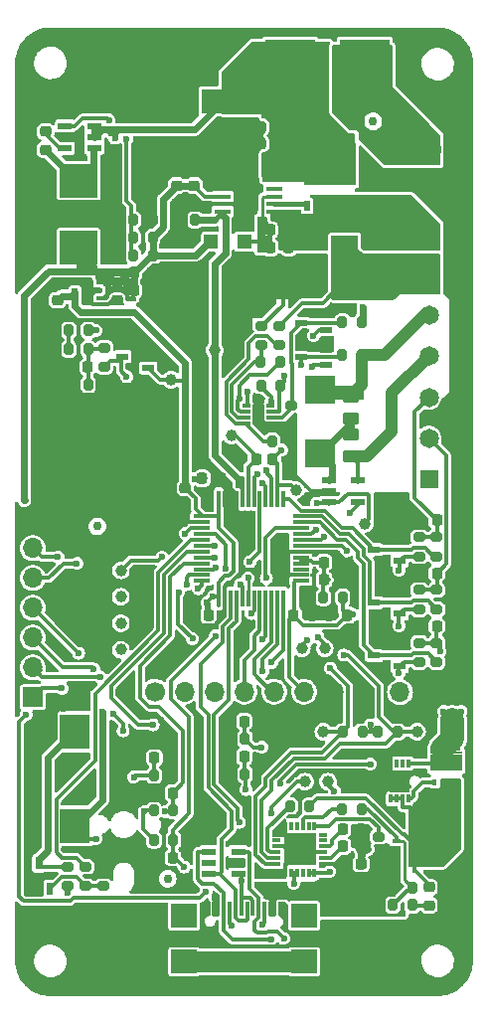
<source format=gbr>
%TF.GenerationSoftware,KiCad,Pcbnew,7.0.7*%
%TF.CreationDate,2024-05-25T17:21:06-04:00*%
%TF.ProjectId,AxxSolder,41787853-6f6c-4646-9572-2e6b69636164,rev?*%
%TF.SameCoordinates,Original*%
%TF.FileFunction,Copper,L2,Bot*%
%TF.FilePolarity,Positive*%
%FSLAX46Y46*%
G04 Gerber Fmt 4.6, Leading zero omitted, Abs format (unit mm)*
G04 Created by KiCad (PCBNEW 7.0.7) date 2024-05-25 17:21:06*
%MOMM*%
%LPD*%
G01*
G04 APERTURE LIST*
G04 Aperture macros list*
%AMRoundRect*
0 Rectangle with rounded corners*
0 $1 Rounding radius*
0 $2 $3 $4 $5 $6 $7 $8 $9 X,Y pos of 4 corners*
0 Add a 4 corners polygon primitive as box body*
4,1,4,$2,$3,$4,$5,$6,$7,$8,$9,$2,$3,0*
0 Add four circle primitives for the rounded corners*
1,1,$1+$1,$2,$3*
1,1,$1+$1,$4,$5*
1,1,$1+$1,$6,$7*
1,1,$1+$1,$8,$9*
0 Add four rect primitives between the rounded corners*
20,1,$1+$1,$2,$3,$4,$5,0*
20,1,$1+$1,$4,$5,$6,$7,0*
20,1,$1+$1,$6,$7,$8,$9,0*
20,1,$1+$1,$8,$9,$2,$3,0*%
G04 Aperture macros list end*
%TA.AperFunction,ComponentPad*%
%ADD10O,1.700000X1.700000*%
%TD*%
%TA.AperFunction,ComponentPad*%
%ADD11C,1.700000*%
%TD*%
%TA.AperFunction,SMDPad,CuDef*%
%ADD12RoundRect,0.225000X0.225000X0.250000X-0.225000X0.250000X-0.225000X-0.250000X0.225000X-0.250000X0*%
%TD*%
%TA.AperFunction,SMDPad,CuDef*%
%ADD13R,3.200000X2.850000*%
%TD*%
%TA.AperFunction,SMDPad,CuDef*%
%ADD14R,0.400000X0.550000*%
%TD*%
%TA.AperFunction,SMDPad,CuDef*%
%ADD15R,0.400000X0.410000*%
%TD*%
%TA.AperFunction,SMDPad,CuDef*%
%ADD16R,2.750000X1.470000*%
%TD*%
%TA.AperFunction,SMDPad,CuDef*%
%ADD17R,2.750000X0.250000*%
%TD*%
%TA.AperFunction,SMDPad,CuDef*%
%ADD18C,1.000000*%
%TD*%
%TA.AperFunction,ComponentPad*%
%ADD19R,1.650000X1.650000*%
%TD*%
%TA.AperFunction,ComponentPad*%
%ADD20C,1.650000*%
%TD*%
%TA.AperFunction,SMDPad,CuDef*%
%ADD21R,1.050000X0.600000*%
%TD*%
%TA.AperFunction,SMDPad,CuDef*%
%ADD22RoundRect,0.200000X-0.200000X-0.275000X0.200000X-0.275000X0.200000X0.275000X-0.200000X0.275000X0*%
%TD*%
%TA.AperFunction,SMDPad,CuDef*%
%ADD23R,0.300000X1.475000*%
%TD*%
%TA.AperFunction,SMDPad,CuDef*%
%ADD24R,1.475000X0.300000*%
%TD*%
%TA.AperFunction,ComponentPad*%
%ADD25R,1.700000X1.700000*%
%TD*%
%TA.AperFunction,SMDPad,CuDef*%
%ADD26RoundRect,0.200000X0.275000X-0.200000X0.275000X0.200000X-0.275000X0.200000X-0.275000X-0.200000X0*%
%TD*%
%TA.AperFunction,SMDPad,CuDef*%
%ADD27RoundRect,0.225000X-0.250000X0.225000X-0.250000X-0.225000X0.250000X-0.225000X0.250000X0.225000X0*%
%TD*%
%TA.AperFunction,SMDPad,CuDef*%
%ADD28C,0.750000*%
%TD*%
%TA.AperFunction,SMDPad,CuDef*%
%ADD29RoundRect,0.200000X0.200000X0.275000X-0.200000X0.275000X-0.200000X-0.275000X0.200000X-0.275000X0*%
%TD*%
%TA.AperFunction,SMDPad,CuDef*%
%ADD30RoundRect,0.225000X-0.225000X-0.250000X0.225000X-0.250000X0.225000X0.250000X-0.225000X0.250000X0*%
%TD*%
%TA.AperFunction,SMDPad,CuDef*%
%ADD31RoundRect,0.225000X0.250000X-0.225000X0.250000X0.225000X-0.250000X0.225000X-0.250000X-0.225000X0*%
%TD*%
%TA.AperFunction,SMDPad,CuDef*%
%ADD32RoundRect,0.200000X-0.275000X0.200000X-0.275000X-0.200000X0.275000X-0.200000X0.275000X0.200000X0*%
%TD*%
%TA.AperFunction,SMDPad,CuDef*%
%ADD33R,1.200000X1.200000*%
%TD*%
%TA.AperFunction,SMDPad,CuDef*%
%ADD34R,2.500000X3.000000*%
%TD*%
%TA.AperFunction,SMDPad,CuDef*%
%ADD35RoundRect,0.250000X0.450000X-0.262500X0.450000X0.262500X-0.450000X0.262500X-0.450000X-0.262500X0*%
%TD*%
%TA.AperFunction,SMDPad,CuDef*%
%ADD36R,1.120000X1.220000*%
%TD*%
%TA.AperFunction,SMDPad,CuDef*%
%ADD37R,0.500000X0.925000*%
%TD*%
%TA.AperFunction,SMDPad,CuDef*%
%ADD38R,0.600000X0.800000*%
%TD*%
%TA.AperFunction,SMDPad,CuDef*%
%ADD39R,4.410000X3.655000*%
%TD*%
%TA.AperFunction,SMDPad,CuDef*%
%ADD40R,0.700000X0.300000*%
%TD*%
%TA.AperFunction,SMDPad,CuDef*%
%ADD41R,1.000000X1.700000*%
%TD*%
%TA.AperFunction,SMDPad,CuDef*%
%ADD42R,1.050000X0.500000*%
%TD*%
%TA.AperFunction,SMDPad,CuDef*%
%ADD43R,1.900000X3.450000*%
%TD*%
%TA.AperFunction,SMDPad,CuDef*%
%ADD44R,0.300000X1.150000*%
%TD*%
%TA.AperFunction,SMDPad,CuDef*%
%ADD45R,2.180000X2.000000*%
%TD*%
%TA.AperFunction,SMDPad,CuDef*%
%ADD46R,1.220000X1.120000*%
%TD*%
%TA.AperFunction,SMDPad,CuDef*%
%ADD47R,0.300000X0.800000*%
%TD*%
%TA.AperFunction,SMDPad,CuDef*%
%ADD48R,0.800000X0.300000*%
%TD*%
%TA.AperFunction,SMDPad,CuDef*%
%ADD49R,2.700000X2.700000*%
%TD*%
%TA.AperFunction,SMDPad,CuDef*%
%ADD50R,0.750000X0.400000*%
%TD*%
%TA.AperFunction,SMDPad,CuDef*%
%ADD51R,0.400000X0.530000*%
%TD*%
%TA.AperFunction,SMDPad,CuDef*%
%ADD52R,2.400000X2.450000*%
%TD*%
%TA.AperFunction,SMDPad,CuDef*%
%ADD53R,0.300000X0.750000*%
%TD*%
%TA.AperFunction,SMDPad,CuDef*%
%ADD54R,1.730000X1.850000*%
%TD*%
%TA.AperFunction,SMDPad,CuDef*%
%ADD55R,1.425000X0.450000*%
%TD*%
%TA.AperFunction,SMDPad,CuDef*%
%ADD56R,1.680000X1.880000*%
%TD*%
%TA.AperFunction,SMDPad,CuDef*%
%ADD57R,4.250000X2.100000*%
%TD*%
%TA.AperFunction,SMDPad,CuDef*%
%ADD58R,4.240000X3.810000*%
%TD*%
%TA.AperFunction,SMDPad,CuDef*%
%ADD59R,0.600000X1.050000*%
%TD*%
%TA.AperFunction,SMDPad,CuDef*%
%ADD60R,1.200000X0.600000*%
%TD*%
%TA.AperFunction,SMDPad,CuDef*%
%ADD61R,2.500000X2.400000*%
%TD*%
%TA.AperFunction,SMDPad,CuDef*%
%ADD62R,0.600000X0.350000*%
%TD*%
%TA.AperFunction,SMDPad,CuDef*%
%ADD63R,1.100000X1.700000*%
%TD*%
%TA.AperFunction,ViaPad*%
%ADD64C,0.600000*%
%TD*%
%TA.AperFunction,Conductor*%
%ADD65C,0.300000*%
%TD*%
%TA.AperFunction,Conductor*%
%ADD66C,0.600000*%
%TD*%
%TA.AperFunction,Conductor*%
%ADD67C,1.000000*%
%TD*%
%TA.AperFunction,Conductor*%
%ADD68C,2.000000*%
%TD*%
%TA.AperFunction,Conductor*%
%ADD69C,0.450000*%
%TD*%
%TA.AperFunction,Conductor*%
%ADD70C,0.350000*%
%TD*%
%TA.AperFunction,Conductor*%
%ADD71C,1.200000*%
%TD*%
%TA.AperFunction,Conductor*%
%ADD72C,1.500000*%
%TD*%
%TA.AperFunction,Conductor*%
%ADD73C,0.250000*%
%TD*%
%TA.AperFunction,Conductor*%
%ADD74C,0.220000*%
%TD*%
%TA.AperFunction,Conductor*%
%ADD75C,1.800000*%
%TD*%
G04 APERTURE END LIST*
D10*
%TO.P,U1,7,GND*%
%TO.N,GND*%
X188290000Y-124253734D03*
%TO.P,U1,6,3V3*%
%TO.N,+3.3V*%
X185750000Y-124253734D03*
%TO.P,U1,5,SCK*%
%TO.N,/SPI_SCK*%
X183210000Y-124253734D03*
%TO.P,U1,4,MOSI*%
%TO.N,/SPI_MOSI*%
X180670000Y-124253734D03*
%TO.P,U1,3,RST*%
%TO.N,/SPI_RST*%
X178130000Y-124253734D03*
%TO.P,U1,2,DC*%
%TO.N,/SPI_DC*%
X175590000Y-124253734D03*
D11*
%TO.P,U1,1,CS*%
%TO.N,/SPI_CS*%
X173050000Y-124253734D03*
%TD*%
D12*
%TO.P,C23,1*%
%TO.N,/SW3*%
X180675000Y-126774734D03*
%TO.P,C23,2*%
%TO.N,GND*%
X179125000Y-126774734D03*
%TD*%
D13*
%TO.P,L1,1*%
%TO.N,Net-(IC3-SW)*%
X166550000Y-80724734D03*
%TO.P,L1,2*%
%TO.N,+7.5V*%
X166550000Y-86424734D03*
%TD*%
D14*
%TO.P,Q2,1,S*%
%TO.N,/VDD_IN_USBCPD*%
X198850000Y-131964734D03*
X198200000Y-131964734D03*
X197550000Y-131964734D03*
%TO.P,Q2,4,G*%
%TO.N,Net-(IC7-GATE)*%
X196900000Y-131964734D03*
D15*
%TO.P,Q2,5,D*%
%TO.N,/VDD_IN*%
X198850000Y-129094734D03*
X198200000Y-129094734D03*
D16*
X197875000Y-130284734D03*
D17*
X197875000Y-129424734D03*
D15*
X197550000Y-129094734D03*
X196900000Y-129094734D03*
%TD*%
D18*
%TO.P,TP2,1,1*%
%TO.N,/CC2_*%
X185577179Y-120574734D03*
%TD*%
%TO.P,TP6,1,1*%
%TO.N,/USR2*%
X170150000Y-116174734D03*
%TD*%
D12*
%TO.P,C6,1*%
%TO.N,/CURRENT*%
X181675000Y-104424734D03*
%TO.P,C6,2*%
%TO.N,GND*%
X180125000Y-104424734D03*
%TD*%
D19*
%TO.P,J2,1,1*%
%TO.N,/S_sense*%
X196400000Y-106174734D03*
D20*
%TO.P,J2,2,2*%
%TO.N,/H_sense2*%
X196400000Y-102674734D03*
%TO.P,J2,3,3*%
%TO.N,/H_sense1*%
X196400000Y-99174734D03*
%TO.P,J2,4,4*%
%TO.N,Earth*%
X196400000Y-95674734D03*
%TO.P,J2,5,5*%
%TO.N,/GREEN*%
X196400000Y-92174734D03*
%TO.P,J2,6,6*%
%TO.N,/BLUE*%
X196400000Y-88674734D03*
%TO.P,J2,7,7*%
%TO.N,/RED*%
X196400000Y-85174734D03*
%TO.P,J2,8,8*%
%TO.N,GND*%
X196400000Y-81674734D03*
%TO.P,J2,9,9*%
%TO.N,/VDD_IN*%
X196400000Y-78174734D03*
%TD*%
D18*
%TO.P,TP9,1,1*%
%TO.N,/I_LEAK*%
X190950000Y-109924734D03*
%TD*%
D21*
%TO.P,D6,1,A*%
%TO.N,GND*%
X193912500Y-115709734D03*
%TO.P,D6,2,K*%
%TO.N,+3.3V*%
X193912500Y-117609734D03*
%TO.P,D6,3,common*%
%TO.N,/Handle_inp2*%
X191712500Y-116659734D03*
%TD*%
D22*
%TO.P,R30,1*%
%TO.N,/SW1*%
X172975000Y-131374734D03*
%TO.P,R30,2*%
%TO.N,GND*%
X174625000Y-131374734D03*
%TD*%
%TO.P,R7,1*%
%TO.N,Net-(IC3-FB)*%
X171225000Y-85574734D03*
%TO.P,R7,2*%
%TO.N,+7.5V*%
X172875000Y-85574734D03*
%TD*%
D23*
%TO.P,IC4,1,VBAT*%
%TO.N,+3.3V*%
X178500000Y-107836734D03*
%TO.P,IC4,2,PC13*%
%TO.N,GND*%
X179000000Y-107836734D03*
%TO.P,IC4,3,PC14_-_OSC32_IN*%
X179500000Y-107836734D03*
%TO.P,IC4,4,PC15_-_OSC32_OUT*%
X180000000Y-107836734D03*
%TO.P,IC4,5,PF0_-_OSC_IN*%
%TO.N,/Heater*%
X180500000Y-107836734D03*
%TO.P,IC4,6,PF1_-_OSC_OUT*%
%TO.N,/CURRENT*%
X181000000Y-107836734D03*
%TO.P,IC4,7,PG10_-_NRST*%
%TO.N,/NRST*%
X181500000Y-107836734D03*
%TO.P,IC4,8,PA0*%
%TO.N,/ENC_A*%
X182000000Y-107836734D03*
%TO.P,IC4,9,PA1*%
%TO.N,/I_LEAK*%
X182500000Y-107836734D03*
%TO.P,IC4,10,PA2*%
%TO.N,/VBUS_IN*%
X183000000Y-107836734D03*
%TO.P,IC4,11,PA3*%
%TO.N,/TC*%
X183500000Y-107836734D03*
%TO.P,IC4,12,PA4*%
%TO.N,/Handle_inp1*%
X184000000Y-107836734D03*
D24*
%TO.P,IC4,13,PA5*%
%TO.N,/Handle_inp2*%
X185488000Y-109324734D03*
%TO.P,IC4,14,PA6*%
%TO.N,/Stand_inp*%
X185488000Y-109824734D03*
%TO.P,IC4,15,PA7*%
%TO.N,/SW2*%
X185488000Y-110324734D03*
%TO.P,IC4,16,PB0*%
%TO.N,/USR2*%
X185488000Y-110824734D03*
%TO.P,IC4,17,PB1*%
%TO.N,/USR3*%
X185488000Y-111324734D03*
%TO.P,IC4,18,PB2*%
%TO.N,/USR4*%
X185488000Y-111824734D03*
%TO.P,IC4,19,VSSA*%
%TO.N,GND*%
X185488000Y-112324734D03*
%TO.P,IC4,20,VREF+*%
%TO.N,/VCCA*%
X185488000Y-112824734D03*
%TO.P,IC4,21,VDDA*%
X185488000Y-113324734D03*
%TO.P,IC4,22,PB10*%
%TO.N,unconnected-(IC4-PB10-Pad22)*%
X185488000Y-113824734D03*
%TO.P,IC4,23,VSS_1*%
%TO.N,GND*%
X185488000Y-114324734D03*
%TO.P,IC4,24,VDD_1*%
%TO.N,+3.3V*%
X185488000Y-114824734D03*
D23*
%TO.P,IC4,25,PB11*%
%TO.N,/SPI_DC*%
X184000000Y-116312734D03*
%TO.P,IC4,26,PB12*%
%TO.N,/SPI_RST*%
X183500000Y-116312734D03*
%TO.P,IC4,27,PB13*%
%TO.N,/SPI_SCK*%
X183000000Y-116312734D03*
%TO.P,IC4,28,PB14*%
%TO.N,/SPI_CS*%
X182500000Y-116312734D03*
%TO.P,IC4,29,PB15*%
%TO.N,/SPI_MOSI*%
X182000000Y-116312734D03*
%TO.P,IC4,30,PA8*%
%TO.N,/USR1*%
X181500000Y-116312734D03*
%TO.P,IC4,31,PA9*%
%TO.N,/USART_TX*%
X181000000Y-116312734D03*
%TO.P,IC4,32,PA10*%
%TO.N,/USART_RX*%
X180500000Y-116312734D03*
%TO.P,IC4,33,PA11*%
%TO.N,/USB_D-*%
X180000000Y-116312734D03*
%TO.P,IC4,34,PA12*%
%TO.N,/USB_D+*%
X179500000Y-116312734D03*
%TO.P,IC4,35,VSS_2*%
%TO.N,GND*%
X179000000Y-116312734D03*
%TO.P,IC4,36,VDD_2*%
%TO.N,+3.3V*%
X178500000Y-116312734D03*
D24*
%TO.P,IC4,37,PA13*%
%TO.N,/SWDIO*%
X177012000Y-114824734D03*
%TO.P,IC4,38,PA14*%
%TO.N,/SWCLK*%
X177012000Y-114324734D03*
%TO.P,IC4,39,PA15*%
%TO.N,/SCL*%
X177012000Y-113824734D03*
%TO.P,IC4,40,PB3*%
%TO.N,/ENC_B*%
X177012000Y-113324734D03*
%TO.P,IC4,41,PB4*%
%TO.N,/CC2_*%
X177012000Y-112824734D03*
%TO.P,IC4,42,PB5*%
%TO.N,/SW1*%
X177012000Y-112324734D03*
%TO.P,IC4,43,PB6*%
%TO.N,/CC1_*%
X177012000Y-111824734D03*
%TO.P,IC4,44,PB7*%
%TO.N,/Buzzer*%
X177012000Y-111324734D03*
%TO.P,IC4,45,PB8-BOOT0*%
%TO.N,/SW3*%
X177012000Y-110824734D03*
%TO.P,IC4,46,PB9*%
%TO.N,/SDA*%
X177012000Y-110324734D03*
%TO.P,IC4,47,VSS_3*%
%TO.N,GND*%
X177012000Y-109824734D03*
%TO.P,IC4,48,VDD_3*%
%TO.N,+3.3V*%
X177012000Y-109324734D03*
%TD*%
D25*
%TO.P,J3,1,Pin_1*%
%TO.N,GND*%
X196475000Y-124274734D03*
D10*
%TO.P,J3,2,Pin_2*%
%TO.N,/USR4*%
X193935000Y-124274734D03*
%TD*%
D26*
%TO.P,R37,1*%
%TO.N,Net-(Q3-G)*%
X168650000Y-140799734D03*
%TO.P,R37,2*%
%TO.N,GND*%
X168650000Y-139149734D03*
%TD*%
D27*
%TO.P,C32,1*%
%TO.N,+7.5V*%
X174900000Y-81149734D03*
%TO.P,C32,2*%
%TO.N,GND*%
X174900000Y-82699734D03*
%TD*%
D22*
%TO.P,FB1,1*%
%TO.N,/VCCA*%
X187400000Y-116224734D03*
%TO.P,FB1,2*%
%TO.N,+3.3V*%
X189050000Y-116224734D03*
%TD*%
%TO.P,R8,1*%
%TO.N,Net-(IC3-FB)*%
X171225000Y-87074734D03*
%TO.P,R8,2*%
%TO.N,+7.5V*%
X172875000Y-87074734D03*
%TD*%
%TO.P,R15,1*%
%TO.N,Net-(R15-Pad1)*%
X189025000Y-134224734D03*
%TO.P,R15,2*%
%TO.N,Net-(Q1-G)*%
X190675000Y-134224734D03*
%TD*%
D26*
%TO.P,R25,1*%
%TO.N,/Handle_inp2*%
X197062500Y-117234734D03*
%TO.P,R25,2*%
%TO.N,/H_sense2*%
X197062500Y-115584734D03*
%TD*%
D28*
%TO.P,FID3,*%
%TO.N,*%
X191650000Y-75674734D03*
%TD*%
D29*
%TO.P,R11,1*%
%TO.N,GND*%
X172875000Y-84074734D03*
%TO.P,R11,2*%
%TO.N,Net-(IC3-FB)*%
X171225000Y-84074734D03*
%TD*%
D30*
%TO.P,C11,1*%
%TO.N,/VBUS*%
X189075000Y-138924734D03*
%TO.P,C11,2*%
%TO.N,GND*%
X190625000Y-138924734D03*
%TD*%
D12*
%TO.P,C7,1*%
%TO.N,GND*%
X172825000Y-90074734D03*
%TO.P,C7,2*%
%TO.N,+7.5V*%
X171275000Y-90074734D03*
%TD*%
D31*
%TO.P,C5,1*%
%TO.N,GND*%
X169550000Y-78074734D03*
%TO.P,C5,2*%
%TO.N,VDD*%
X169550000Y-76524734D03*
%TD*%
D25*
%TO.P,J4,1,Pin_1*%
%TO.N,GND*%
X162650000Y-109484734D03*
D10*
%TO.P,J4,2,Pin_2*%
%TO.N,+3.3V*%
X162650000Y-112024734D03*
%TO.P,J4,3,Pin_3*%
%TO.N,/NRST*%
X162650000Y-114564734D03*
%TO.P,J4,4,Pin_4*%
%TO.N,/SWCLK*%
X162650000Y-117104734D03*
%TO.P,J4,5,Pin_5*%
%TO.N,/SWDIO*%
X162650000Y-119644734D03*
%TO.P,J4,6,Pin_6*%
%TO.N,/USART_TX*%
X162650000Y-122184734D03*
%TD*%
D30*
%TO.P,C16,1*%
%TO.N,+3.3V*%
X184875000Y-117724734D03*
%TO.P,C16,2*%
%TO.N,GND*%
X186425000Y-117724734D03*
%TD*%
D32*
%TO.P,R28,1*%
%TO.N,Net-(C24-Pad1)*%
X168750000Y-94949734D03*
%TO.P,R28,2*%
%TO.N,/VBUS_IN*%
X168750000Y-96599734D03*
%TD*%
%TO.P,R14,1*%
%TO.N,Net-(R14-Pad1)*%
X192100000Y-136599734D03*
%TO.P,R14,2*%
%TO.N,/VBUS*%
X192100000Y-138249734D03*
%TD*%
D33*
%TO.P,D10,1*%
%TO.N,/RED*%
X186950000Y-85974734D03*
%TO.P,D10,2*%
%TO.N,/BLUE*%
X189750000Y-85974734D03*
%TD*%
D22*
%TO.P,R36,1*%
%TO.N,+3.3V*%
X172975000Y-136884734D03*
%TO.P,R36,2*%
%TO.N,/ENC_A*%
X174625000Y-136884734D03*
%TD*%
D34*
%TO.P,LS1,1,-*%
%TO.N,Net-(LS1--)*%
X166250000Y-127674734D03*
%TO.P,LS1,2,+*%
%TO.N,+7.5V*%
X166250000Y-135674734D03*
%TD*%
D18*
%TO.P,TP15,1,1*%
%TO.N,/SCL*%
X187400000Y-127674734D03*
%TD*%
D12*
%TO.P,C30,1*%
%TO.N,/RED*%
X184425000Y-84924734D03*
%TO.P,C30,2*%
%TO.N,/BOOST*%
X182875000Y-84924734D03*
%TD*%
D30*
%TO.P,C35,1*%
%TO.N,GND*%
X182075000Y-76174734D03*
%TO.P,C35,2*%
%TO.N,VDD*%
X183625000Y-76174734D03*
%TD*%
D18*
%TO.P,TP8,1,1*%
%TO.N,/CC2*%
X185850000Y-131924734D03*
%TD*%
D35*
%TO.P,R45,1*%
%TO.N,Earth*%
X189750000Y-104199734D03*
%TO.P,R45,2*%
%TO.N,Net-(IC9-IN+)*%
X189750000Y-102374734D03*
%TD*%
D36*
%TO.P,D3,1,K*%
%TO.N,/VBUS*%
X189150000Y-141374734D03*
%TO.P,D3,2,A*%
%TO.N,GND*%
X189150000Y-144374734D03*
%TD*%
D18*
%TO.P,TP4,1,1*%
%TO.N,/USR1*%
X170150000Y-113924734D03*
%TD*%
D29*
%TO.P,R1,1*%
%TO.N,/RED*%
X190675000Y-92774734D03*
%TO.P,R1,2*%
%TO.N,Net-(IC2A-+)*%
X189025000Y-92774734D03*
%TD*%
%TO.P,R32,1*%
%TO.N,/SW3*%
X180725000Y-128274734D03*
%TO.P,R32,2*%
%TO.N,GND*%
X179075000Y-128274734D03*
%TD*%
D12*
%TO.P,C14,1*%
%TO.N,GND*%
X178625000Y-106074734D03*
%TO.P,C14,2*%
%TO.N,/NRST*%
X177075000Y-106074734D03*
%TD*%
D37*
%TO.P,U3,1,S*%
%TO.N,/RED*%
X189850000Y-82874734D03*
X188580000Y-82874734D03*
X187310000Y-82874734D03*
%TO.P,U3,9,G*%
%TO.N,Net-(IC8-TG)*%
X186040000Y-82874734D03*
D38*
%TO.P,U3,10,D*%
%TO.N,VDD*%
X189850000Y-77084734D03*
X188580000Y-77084734D03*
D39*
X187945000Y-79309734D03*
D38*
X187310000Y-77084734D03*
X186040000Y-77084734D03*
%TD*%
D26*
%TO.P,R23,1*%
%TO.N,+7.5V*%
X165650000Y-140799734D03*
%TO.P,R23,2*%
%TO.N,Net-(LS1--)*%
X165650000Y-139149734D03*
%TD*%
D40*
%TO.P,IC2,1*%
%TO.N,/TC*%
X182925000Y-99924734D03*
%TO.P,IC2,2,-*%
%TO.N,Net-(IC2A--)*%
X182925000Y-100424734D03*
%TO.P,IC2,3,+*%
%TO.N,Net-(IC2A-+)*%
X182925000Y-100924734D03*
%TO.P,IC2,4,V-*%
%TO.N,GND*%
X182925000Y-101424734D03*
%TO.P,IC2,5,+*%
%TO.N,Net-(IC2B-+)*%
X180825000Y-101424734D03*
%TO.P,IC2,6,-*%
%TO.N,Net-(IC2B--)*%
X180825000Y-100924734D03*
%TO.P,IC2,7*%
%TO.N,/CURRENT*%
X180825000Y-100424734D03*
%TO.P,IC2,8,V+*%
%TO.N,+3.3V*%
X180825000Y-99924734D03*
D41*
%TO.P,IC2,9,THERMAL_PAD*%
%TO.N,GND*%
X181875000Y-100674734D03*
%TD*%
D30*
%TO.P,C19,1*%
%TO.N,/VCCA*%
X187450000Y-114724734D03*
%TO.P,C19,2*%
%TO.N,GND*%
X189000000Y-114724734D03*
%TD*%
D29*
%TO.P,R31,1*%
%TO.N,/SW2*%
X180725000Y-131274734D03*
%TO.P,R31,2*%
%TO.N,GND*%
X179075000Y-131274734D03*
%TD*%
D21*
%TO.P,D8,1,A*%
%TO.N,GND*%
X193912500Y-120209734D03*
%TO.P,D8,2,K*%
%TO.N,+3.3V*%
X193912500Y-122109734D03*
%TO.P,D8,3,common*%
%TO.N,/Stand_inp*%
X191712500Y-121159734D03*
%TD*%
D26*
%TO.P,R18,1*%
%TO.N,+3.3V*%
X195562500Y-121734734D03*
%TO.P,R18,2*%
%TO.N,/S_sense*%
X195562500Y-120084734D03*
%TD*%
D32*
%TO.P,R34,1*%
%TO.N,/Buzzer*%
X167150000Y-139149734D03*
%TO.P,R34,2*%
%TO.N,Net-(Q3-G)*%
X167150000Y-140799734D03*
%TD*%
D28*
%TO.P,FID1,*%
%TO.N,*%
X168150000Y-110174734D03*
%TD*%
D25*
%TO.P,TP13,1,1*%
%TO.N,/USART_RX*%
X162650000Y-124724734D03*
%TD*%
D12*
%TO.P,C8,1*%
%TO.N,GND*%
X172825000Y-88574734D03*
%TO.P,C8,2*%
%TO.N,+7.5V*%
X171275000Y-88574734D03*
%TD*%
%TO.P,C25,1*%
%TO.N,/S_sense*%
X197087500Y-118659734D03*
%TO.P,C25,2*%
%TO.N,GND*%
X195537500Y-118659734D03*
%TD*%
D18*
%TO.P,TP16,1,1*%
%TO.N,/SDA*%
X195400000Y-127674734D03*
%TD*%
D22*
%TO.P,R26,1*%
%TO.N,/SCL*%
X189075000Y-127674734D03*
%TO.P,R26,2*%
%TO.N,+3.3V*%
X190725000Y-127674734D03*
%TD*%
D26*
%TO.P,R22,1*%
%TO.N,/Handle_inp1*%
X197062500Y-112734734D03*
%TO.P,R22,2*%
%TO.N,/H_sense1*%
X197062500Y-111084734D03*
%TD*%
D29*
%TO.P,R12,1*%
%TO.N,Net-(Q1-G)*%
X194975000Y-140924734D03*
%TO.P,R12,2*%
%TO.N,/VBUS*%
X193325000Y-140924734D03*
%TD*%
D42*
%TO.P,D2,1*%
%TO.N,GND*%
X187600000Y-95124734D03*
%TO.P,D2,2*%
%TO.N,+3.3V*%
X187600000Y-96424734D03*
%TO.P,D2,3*%
%TO.N,Net-(IC2A--)*%
X185500000Y-95774734D03*
%TD*%
D43*
%TO.P,R42,1*%
%TO.N,/BLUE*%
X189350000Y-89174734D03*
%TO.P,R42,2*%
%TO.N,GND*%
X183950000Y-89174734D03*
%TD*%
D29*
%TO.P,R10,1*%
%TO.N,/CURRENT*%
X183725000Y-96174734D03*
%TO.P,R10,2*%
%TO.N,Net-(IC2B--)*%
X182075000Y-96174734D03*
%TD*%
D33*
%TO.P,D9,1*%
%TO.N,/BOOST*%
X180650000Y-85924734D03*
%TO.P,D9,2*%
%TO.N,+7.5V*%
X177850000Y-85924734D03*
%TD*%
D30*
%TO.P,C34,1*%
%TO.N,GND*%
X182075000Y-77574734D03*
%TO.P,C34,2*%
%TO.N,VDD*%
X183625000Y-77574734D03*
%TD*%
D29*
%TO.P,R5,1*%
%TO.N,/GREEN*%
X190675000Y-95574734D03*
%TO.P,R5,2*%
%TO.N,Net-(IC2A--)*%
X189025000Y-95574734D03*
%TD*%
D44*
%TO.P,J1,A1,GND*%
%TO.N,GND*%
X184000000Y-142746734D03*
%TO.P,J1,A4,VBUS*%
%TO.N,/VBUS*%
X183200000Y-142746734D03*
%TO.P,J1,A5,CC1*%
%TO.N,/CC1*%
X181900000Y-142746734D03*
%TO.P,J1,A6,D+*%
%TO.N,/USB_D+*%
X180900000Y-142746734D03*
%TO.P,J1,A7,D-*%
%TO.N,/USB_D-*%
X180400000Y-142746734D03*
%TO.P,J1,A8,SBU1*%
%TO.N,/SWDIO*%
X179400000Y-142746734D03*
%TO.P,J1,A9,VBUS*%
%TO.N,/VBUS*%
X178100000Y-142746734D03*
%TO.P,J1,A12,GND*%
%TO.N,GND*%
X177300000Y-142746734D03*
%TO.P,J1,B1,GND*%
X177600000Y-142746734D03*
%TO.P,J1,B4,VBUS*%
%TO.N,/VBUS*%
X178400000Y-142746734D03*
%TO.P,J1,B5,CC2*%
%TO.N,/CC2*%
X178900000Y-142746734D03*
%TO.P,J1,B6,D+*%
%TO.N,/USB_D+*%
X179900000Y-142746734D03*
%TO.P,J1,B7,D-*%
%TO.N,/USB_D-*%
X181400000Y-142746734D03*
%TO.P,J1,B8,SBU2*%
%TO.N,/SWCLK*%
X182400000Y-142746734D03*
%TO.P,J1,B9,VBUS*%
%TO.N,/VBUS*%
X182900000Y-142746734D03*
%TO.P,J1,B12,GND*%
%TO.N,GND*%
X183700000Y-142746734D03*
D45*
%TO.P,J1,S1,SHIELD*%
%TO.N,unconnected-(J1-SHIELD-PadS1)*%
X185760000Y-147251734D03*
X185760000Y-143321734D03*
X175540000Y-147251734D03*
X175540000Y-143321734D03*
%TD*%
D29*
%TO.P,R33,1*%
%TO.N,Net-(C24-Pad1)*%
X167375000Y-98074734D03*
%TO.P,R33,2*%
%TO.N,GND*%
X165725000Y-98074734D03*
%TD*%
D18*
%TO.P,TP12,1,1*%
%TO.N,GND*%
X176750000Y-92674734D03*
%TD*%
D30*
%TO.P,C12,1*%
%TO.N,Net-(C12-Pad1)*%
X189075000Y-137414734D03*
%TO.P,C12,2*%
%TO.N,GND*%
X190625000Y-137414734D03*
%TD*%
D27*
%TO.P,C17,1*%
%TO.N,+3.3V*%
X175650000Y-106899734D03*
%TO.P,C17,2*%
%TO.N,GND*%
X175650000Y-108449734D03*
%TD*%
D30*
%TO.P,C13,1*%
%TO.N,Net-(C13-Pad1)*%
X189075000Y-135924734D03*
%TO.P,C13,2*%
%TO.N,GND*%
X190625000Y-135924734D03*
%TD*%
D31*
%TO.P,C2,1*%
%TO.N,+3.3V*%
X164750000Y-90924734D03*
%TO.P,C2,2*%
%TO.N,GND*%
X164750000Y-89374734D03*
%TD*%
D12*
%TO.P,C28,1*%
%TO.N,/ENC_B*%
X174575000Y-132874734D03*
%TO.P,C28,2*%
%TO.N,GND*%
X173025000Y-132874734D03*
%TD*%
D22*
%TO.P,R21,1*%
%TO.N,Net-(R21-Pad1)*%
X165725000Y-93474734D03*
%TO.P,R21,2*%
%TO.N,VDD*%
X167375000Y-93474734D03*
%TD*%
D30*
%TO.P,C21,1*%
%TO.N,/SW1*%
X173025000Y-129874734D03*
%TO.P,C21,2*%
%TO.N,GND*%
X174575000Y-129874734D03*
%TD*%
D26*
%TO.P,R29,1*%
%TO.N,/Stand_inp*%
X197062500Y-121734734D03*
%TO.P,R29,2*%
%TO.N,/S_sense*%
X197062500Y-120084734D03*
%TD*%
D22*
%TO.P,R17,2*%
%TO.N,/VDD_IN_USBCPD*%
X186225000Y-133974734D03*
%TO.P,R17,1*%
%TO.N,Net-(R17-Pad1)*%
X184575000Y-133974734D03*
%TD*%
D29*
%TO.P,R38,1*%
%TO.N,/Heater*%
X176475000Y-84074734D03*
%TO.P,R38,2*%
%TO.N,GND*%
X174825000Y-84074734D03*
%TD*%
D12*
%TO.P,C29,1*%
%TO.N,/ENC_A*%
X174575000Y-138374734D03*
%TO.P,C29,2*%
%TO.N,GND*%
X173025000Y-138374734D03*
%TD*%
D46*
%TO.P,D4,1,K*%
%TO.N,VDD*%
X183550000Y-79474734D03*
%TO.P,D4,2,A*%
%TO.N,GND*%
X180550000Y-79474734D03*
%TD*%
D22*
%TO.P,R3,1*%
%TO.N,Net-(IC2B-+)*%
X183050000Y-102924734D03*
%TO.P,R3,2*%
%TO.N,GND*%
X184700000Y-102924734D03*
%TD*%
D47*
%TO.P,IC6,1,CC1DB*%
%TO.N,/CC1*%
X186650000Y-139674734D03*
%TO.P,IC6,2,CC1*%
X186150000Y-139674734D03*
%TO.P,IC6,3*%
%TO.N,N/C*%
X185650000Y-139674734D03*
%TO.P,IC6,4,CC2*%
%TO.N,/CC2*%
X185150000Y-139674734D03*
%TO.P,IC6,5,CC2DB*%
X184650000Y-139674734D03*
%TO.P,IC6,6,RESET*%
%TO.N,GND*%
X184150000Y-139674734D03*
D48*
%TO.P,IC6,7,SCL*%
%TO.N,/SCL*%
X183400000Y-138924734D03*
%TO.P,IC6,8,SDA*%
%TO.N,/SDA*%
X183400000Y-138424734D03*
%TO.P,IC6,9,DISCH*%
%TO.N,Net-(IC6-DISCH)*%
X183400000Y-137924734D03*
%TO.P,IC6,10,GND*%
%TO.N,GND*%
X183400000Y-137424734D03*
%TO.P,IC6,11*%
%TO.N,N/C*%
X183400000Y-136924734D03*
%TO.P,IC6,12,ADDR0*%
%TO.N,GND*%
X183400000Y-136424734D03*
D47*
%TO.P,IC6,13,ADDR1*%
X184150000Y-135674734D03*
%TO.P,IC6,14*%
%TO.N,N/C*%
X184650000Y-135674734D03*
%TO.P,IC6,15*%
X185150000Y-135674734D03*
%TO.P,IC6,16,VBUS_EN_SNK*%
%TO.N,Net-(IC6-VBUS_EN_SNK)*%
X185650000Y-135674734D03*
%TO.P,IC6,17*%
%TO.N,N/C*%
X186150000Y-135674734D03*
%TO.P,IC6,18,VBUS_VS_DISCH*%
%TO.N,Net-(IC6-VBUS_VS_DISCH)*%
X186650000Y-135674734D03*
D48*
%TO.P,IC6,19*%
%TO.N,N/C*%
X187400000Y-136424734D03*
%TO.P,IC6,20*%
X187400000Y-136924734D03*
%TO.P,IC6,21,VREG_1V2*%
%TO.N,Net-(IC6-VREG_1V2)*%
X187400000Y-137424734D03*
%TO.P,IC6,22,VSYS*%
%TO.N,GND*%
X187400000Y-137924734D03*
%TO.P,IC6,23,VREG_2V7*%
%TO.N,Net-(IC6-VREG_2V7)*%
X187400000Y-138424734D03*
%TO.P,IC6,24,VDD*%
%TO.N,/VBUS*%
X187400000Y-138924734D03*
D49*
%TO.P,IC6,25,EP*%
%TO.N,GND*%
X185400000Y-137674734D03*
%TD*%
D31*
%TO.P,C9,1*%
%TO.N,Net-(C9-Pad1)*%
X196400000Y-142449734D03*
%TO.P,C9,2*%
%TO.N,/VDD_IN_USBCPD*%
X196400000Y-140899734D03*
%TD*%
D18*
%TO.P,TP7,1,1*%
%TO.N,/CC1*%
X187800000Y-131924734D03*
%TD*%
D50*
%TO.P,Q1,1,S*%
%TO.N,/VBUS*%
X193625000Y-138899734D03*
X193625000Y-138249734D03*
X193625000Y-137599734D03*
%TO.P,Q1,4,G*%
%TO.N,Net-(Q1-G)*%
X193625000Y-136949734D03*
D51*
%TO.P,Q1,5,D*%
%TO.N,/VDD_IN_USBCPD*%
X195150000Y-139414734D03*
D52*
X195850000Y-137924734D03*
D51*
X195150000Y-136434734D03*
%TD*%
D18*
%TO.P,TP3,1,1*%
%TO.N,+3.3V*%
X174450000Y-97674734D03*
%TD*%
D12*
%TO.P,C22,1*%
%TO.N,/SW2*%
X180675000Y-129774734D03*
%TO.P,C22,2*%
%TO.N,GND*%
X179125000Y-129774734D03*
%TD*%
D53*
%TO.P,IC7,1,GATE*%
%TO.N,Net-(IC7-GATE)*%
X194650000Y-133374734D03*
%TO.P,IC7,2,SRC*%
%TO.N,/VDD_IN_USBCPD*%
X194150000Y-133374734D03*
%TO.P,IC7,3,IN*%
X193650000Y-133374734D03*
%TO.P,IC7,4,EN*%
X193150000Y-133374734D03*
%TO.P,IC7,5,GND*%
%TO.N,GND*%
X193150000Y-130374734D03*
%TO.P,IC7,6*%
%TO.N,N/C*%
X193650000Y-130374734D03*
%TO.P,IC7,7*%
X194150000Y-130374734D03*
%TO.P,IC7,8,OUT*%
%TO.N,/VDD_IN*%
X194650000Y-130374734D03*
D54*
%TO.P,IC7,9,EP*%
%TO.N,GND*%
X193900000Y-131874734D03*
%TD*%
D55*
%TO.P,IC8,1,INP*%
%TO.N,/Heater*%
X178826000Y-83374734D03*
%TO.P,IC8,2,GND_1*%
%TO.N,GND*%
X178826000Y-82724734D03*
%TO.P,IC8,3,VCC*%
%TO.N,+7.5V*%
X178826000Y-82074734D03*
%TO.P,IC8,4,GND_2*%
%TO.N,GND*%
X178826000Y-81424734D03*
%TO.P,IC8,5,NC*%
%TO.N,unconnected-(IC8-NC-Pad5)*%
X183250000Y-81424734D03*
%TO.P,IC8,6,BOOST*%
%TO.N,/BOOST*%
X183250000Y-82074734D03*
%TO.P,IC8,7,TG*%
%TO.N,Net-(IC8-TG)*%
X183250000Y-82724734D03*
%TO.P,IC8,8,TS*%
%TO.N,/RED*%
X183250000Y-83374734D03*
D56*
%TO.P,IC8,9,EP*%
%TO.N,GND*%
X181038000Y-82399734D03*
%TD*%
D31*
%TO.P,C10,1*%
%TO.N,GND*%
X191150000Y-144349734D03*
%TO.P,C10,2*%
%TO.N,/VBUS*%
X191150000Y-142799734D03*
%TD*%
D12*
%TO.P,C15,1*%
%TO.N,+3.3V*%
X177625000Y-117724734D03*
%TO.P,C15,2*%
%TO.N,GND*%
X176075000Y-117724734D03*
%TD*%
D26*
%TO.P,R19,1*%
%TO.N,+3.3V*%
X195562500Y-117234734D03*
%TO.P,R19,2*%
%TO.N,/H_sense2*%
X195562500Y-115584734D03*
%TD*%
D57*
%TO.P,C37,1*%
%TO.N,VDD*%
X179150000Y-73974734D03*
%TO.P,C37,2*%
%TO.N,GND*%
X171850000Y-73974734D03*
%TD*%
D21*
%TO.P,D7,1,A*%
%TO.N,GND*%
X172500000Y-94774734D03*
%TO.P,D7,2,K*%
%TO.N,+3.3V*%
X172500000Y-96674734D03*
%TO.P,D7,3,common*%
%TO.N,/VBUS_IN*%
X170300000Y-95724734D03*
%TD*%
D30*
%TO.P,C4,1*%
%TO.N,/TC*%
X183100000Y-104424734D03*
%TO.P,C4,2*%
%TO.N,GND*%
X184650000Y-104424734D03*
%TD*%
D27*
%TO.P,C1,1*%
%TO.N,+7.5V*%
X169850000Y-89374734D03*
%TO.P,C1,2*%
%TO.N,GND*%
X169850000Y-90924734D03*
%TD*%
D22*
%TO.P,R9,1*%
%TO.N,/TC*%
X182125000Y-98174734D03*
%TO.P,R9,2*%
%TO.N,Net-(IC2A--)*%
X183775000Y-98174734D03*
%TD*%
D30*
%TO.P,C18,1*%
%TO.N,/VCCA*%
X187450000Y-113224734D03*
%TO.P,C18,2*%
%TO.N,GND*%
X189000000Y-113224734D03*
%TD*%
D12*
%TO.P,C24,1*%
%TO.N,Net-(C24-Pad1)*%
X167325000Y-96574734D03*
%TO.P,C24,2*%
%TO.N,GND*%
X165775000Y-96574734D03*
%TD*%
D18*
%TO.P,TP11,1,1*%
%TO.N,/TC*%
X185050000Y-107074734D03*
%TD*%
D42*
%TO.P,D1,1*%
%TO.N,GND*%
X187600000Y-92174734D03*
%TO.P,D1,2*%
%TO.N,+3.3V*%
X187600000Y-93474734D03*
%TO.P,D1,3*%
%TO.N,Net-(IC2A-+)*%
X185500000Y-92824734D03*
%TD*%
D58*
%TO.P,F1,1,1*%
%TO.N,VDD*%
X184560000Y-70574734D03*
%TO.P,F1,2*%
%TO.N,/VDD_IN*%
X190940000Y-70574734D03*
%TD*%
D18*
%TO.P,TP5,1,1*%
%TO.N,/USR3*%
X170150000Y-118424734D03*
%TD*%
D59*
%TO.P,Q3,1,G*%
%TO.N,Net-(Q3-G)*%
X164100000Y-141074734D03*
%TO.P,Q3,2,S*%
%TO.N,GND*%
X162200000Y-141074734D03*
%TO.P,Q3,3,D*%
%TO.N,Net-(LS1--)*%
X163150000Y-138874734D03*
%TD*%
D60*
%TO.P,IC3,1,CB*%
%TO.N,Net-(IC3-CB)*%
X165400000Y-77974734D03*
%TO.P,IC3,2,GND*%
%TO.N,GND*%
X165400000Y-77024734D03*
%TO.P,IC3,3,FB*%
%TO.N,Net-(IC3-FB)*%
X165400000Y-76074734D03*
%TO.P,IC3,4,EN*%
%TO.N,VDD*%
X167900000Y-76074734D03*
%TO.P,IC3,5,VIN*%
X167900000Y-77024734D03*
%TO.P,IC3,6,SW*%
%TO.N,Net-(IC3-SW)*%
X167900000Y-77974734D03*
%TD*%
%TO.P,IC9,1,OUT*%
%TO.N,/I_LEAK*%
X187850000Y-108124734D03*
%TO.P,IC9,2,GND*%
%TO.N,GND*%
X187850000Y-107174734D03*
%TO.P,IC9,3,IN+*%
%TO.N,Net-(IC9-IN+)*%
X187850000Y-106224734D03*
%TO.P,IC9,4,IN-*%
%TO.N,Earth*%
X190350000Y-106224734D03*
%TO.P,IC9,5,VS*%
%TO.N,+3.3V*%
X190350000Y-108124734D03*
%TD*%
D12*
%TO.P,C31,1*%
%TO.N,/RED*%
X184450000Y-86434734D03*
%TO.P,C31,2*%
%TO.N,/BOOST*%
X182900000Y-86434734D03*
%TD*%
D26*
%TO.P,R6,1*%
%TO.N,Net-(IC2B--)*%
X182150000Y-94749734D03*
%TO.P,R6,2*%
%TO.N,GND*%
X182150000Y-93099734D03*
%TD*%
D22*
%TO.P,R13,1*%
%TO.N,Net-(Q1-G)*%
X193325000Y-142424734D03*
%TO.P,R13,2*%
%TO.N,Net-(C9-Pad1)*%
X194975000Y-142424734D03*
%TD*%
D32*
%TO.P,R2,1*%
%TO.N,Net-(IC2A-+)*%
X184625000Y-99849734D03*
%TO.P,R2,2*%
%TO.N,GND*%
X184625000Y-101499734D03*
%TD*%
D27*
%TO.P,C33,1*%
%TO.N,+7.5V*%
X176400000Y-81149734D03*
%TO.P,C33,2*%
%TO.N,GND*%
X176400000Y-82699734D03*
%TD*%
D61*
%TO.P,F2,1,1*%
%TO.N,Net-(IC9-IN+)*%
X187150000Y-103974734D03*
%TO.P,F2,2*%
%TO.N,/GREEN*%
X187150000Y-98574734D03*
%TD*%
D27*
%TO.P,C3,1*%
%TO.N,Net-(IC3-CB)*%
X163750000Y-76549734D03*
%TO.P,C3,2*%
%TO.N,Net-(IC3-SW)*%
X163750000Y-78099734D03*
%TD*%
D18*
%TO.P,TP10,1,1*%
%TO.N,/CURRENT*%
X179550000Y-102424734D03*
%TD*%
D12*
%TO.P,C26,1*%
%TO.N,/H_sense2*%
X197087500Y-114159734D03*
%TO.P,C26,2*%
%TO.N,GND*%
X195537500Y-114159734D03*
%TD*%
D21*
%TO.P,D5,1,A*%
%TO.N,GND*%
X193912500Y-111209734D03*
%TO.P,D5,2,K*%
%TO.N,+3.3V*%
X193912500Y-113109734D03*
%TO.P,D5,3,common*%
%TO.N,/Handle_inp1*%
X191712500Y-112159734D03*
%TD*%
D18*
%TO.P,TP14,1,1*%
%TO.N,/USR4*%
X170150000Y-120674734D03*
%TD*%
D29*
%TO.P,R35,1*%
%TO.N,/ENC_B*%
X174625000Y-134374734D03*
%TO.P,R35,2*%
%TO.N,+3.3V*%
X172975000Y-134374734D03*
%TD*%
D18*
%TO.P,TP1,1,1*%
%TO.N,/CC1_*%
X187522699Y-120569932D03*
%TD*%
D29*
%TO.P,R27,1*%
%TO.N,/SDA*%
X193725000Y-127674734D03*
%TO.P,R27,2*%
%TO.N,+3.3V*%
X192075000Y-127674734D03*
%TD*%
D26*
%TO.P,R20,1*%
%TO.N,+3.3V*%
X195562500Y-112734734D03*
%TO.P,R20,2*%
%TO.N,/H_sense1*%
X195562500Y-111084734D03*
%TD*%
D28*
%TO.P,FID2,*%
%TO.N,*%
X174150000Y-140174734D03*
%TD*%
D62*
%TO.P,IC1,1,OUT*%
%TO.N,+3.3V*%
X166250000Y-90724734D03*
%TO.P,IC1,2,SNS*%
X166250000Y-90074734D03*
%TO.P,IC1,3,GND_1*%
%TO.N,GND*%
X166250000Y-89424734D03*
%TO.P,IC1,4,EN*%
%TO.N,+7.5V*%
X168350000Y-89424734D03*
%TO.P,IC1,5,GND_2*%
%TO.N,GND*%
X168350000Y-90074734D03*
%TO.P,IC1,6,IN*%
%TO.N,+7.5V*%
X168350000Y-90724734D03*
D63*
%TO.P,IC1,7,EP*%
%TO.N,GND*%
X167300000Y-90074734D03*
%TD*%
D30*
%TO.P,C20,1*%
%TO.N,GND*%
X187875000Y-117724734D03*
%TO.P,C20,2*%
%TO.N,+3.3V*%
X189425000Y-117724734D03*
%TD*%
D32*
%TO.P,R4,1*%
%TO.N,/BLUE*%
X183650000Y-93099734D03*
%TO.P,R4,2*%
%TO.N,Net-(IC2B-+)*%
X183650000Y-94749734D03*
%TD*%
D18*
%TO.P,TP17,1,1*%
%TO.N,/Heater*%
X178150000Y-95174734D03*
%TD*%
D29*
%TO.P,R24,1*%
%TO.N,Net-(C24-Pad1)*%
X167375000Y-95074734D03*
%TO.P,R24,2*%
%TO.N,Net-(R21-Pad1)*%
X165725000Y-95074734D03*
%TD*%
D35*
%TO.P,R44,1*%
%TO.N,Net-(IC9-IN+)*%
X189750000Y-100974734D03*
%TO.P,R44,2*%
%TO.N,/GREEN*%
X189750000Y-99149734D03*
%TD*%
D60*
%TO.P,IC5,1,IO1*%
%TO.N,/CC1*%
X180150000Y-137874734D03*
%TO.P,IC5,2,GND*%
%TO.N,GND*%
X180150000Y-138824734D03*
%TO.P,IC5,3,IO2*%
%TO.N,/USB_D-*%
X180150000Y-139774734D03*
%TO.P,IC5,4,IO3*%
%TO.N,/USB_D+*%
X177650000Y-139774734D03*
%TO.P,IC5,5,NC*%
%TO.N,unconnected-(IC5-NC-Pad5)*%
X177650000Y-138824734D03*
%TO.P,IC5,6,IO4*%
%TO.N,/CC2*%
X177650000Y-137874734D03*
%TD*%
D12*
%TO.P,C27,1*%
%TO.N,/H_sense1*%
X197087500Y-109659734D03*
%TO.P,C27,2*%
%TO.N,GND*%
X195537500Y-109659734D03*
%TD*%
D64*
%TO.N,/SCL*%
X188000000Y-122250000D03*
%TO.N,GND*%
X174750000Y-121500000D03*
X175500000Y-120750000D03*
%TO.N,/SPI_CS*%
X182250000Y-119750000D03*
%TO.N,/SPI_DC*%
X183000000Y-121750000D03*
%TO.N,/SPI_RST*%
X182250000Y-122500000D03*
%TO.N,+3.3V*%
X189947120Y-117686265D03*
X186425000Y-96549734D03*
X191400000Y-127074734D03*
X189700000Y-109024734D03*
X178009620Y-116134354D03*
X180925000Y-98665047D03*
X186550000Y-93924734D03*
X172150000Y-134474734D03*
X177500000Y-116643974D03*
X193850000Y-122659734D03*
X193850000Y-118659734D03*
X174450000Y-97674734D03*
X191400000Y-130424734D03*
X164800000Y-112774734D03*
X193850000Y-113909734D03*
X183700250Y-132024985D03*
%TO.N,/ENC_B*%
X173950000Y-134474734D03*
%TO.N,/SWCLK*%
X182218037Y-144124734D03*
X166550000Y-120974734D03*
X175750000Y-115124734D03*
%TO.N,/SWDIO*%
X167860770Y-122324734D03*
X177400000Y-141274734D03*
X162099623Y-126201201D03*
X179550000Y-144174734D03*
X176750000Y-115474734D03*
%TO.N,/RED*%
X190775000Y-91549734D03*
%TO.N,GND*%
X176950000Y-133374734D03*
X185610336Y-94937834D03*
X180950000Y-80574734D03*
X162650000Y-81674734D03*
X173600000Y-126674734D03*
X179750000Y-127574734D03*
X166000000Y-130374734D03*
X193650000Y-80924734D03*
X177000000Y-68174734D03*
X176750000Y-93674734D03*
X161900000Y-85424734D03*
X179550000Y-78374734D03*
X176750000Y-91674734D03*
X174000000Y-68174734D03*
X172350000Y-75374734D03*
X173850000Y-72174734D03*
X174750000Y-68874734D03*
X165000000Y-104250000D03*
X161900000Y-83924734D03*
X186150000Y-126174734D03*
X162650000Y-82424734D03*
X161900000Y-82424734D03*
X196054352Y-114655382D03*
X175350000Y-86274734D03*
X187550000Y-94424734D03*
X186900000Y-89674734D03*
X161900000Y-84674734D03*
X179550000Y-80574734D03*
X182400000Y-89674734D03*
X184102983Y-104433683D03*
X170250000Y-68874734D03*
X174850000Y-84674734D03*
X162650000Y-85424734D03*
X163150000Y-140174734D03*
X192900000Y-80924734D03*
X177750000Y-68174734D03*
X186900000Y-87924734D03*
X166200000Y-117874734D03*
X162650000Y-80924734D03*
X165000000Y-105000000D03*
X186900000Y-90424734D03*
X180250000Y-120250000D03*
X167350000Y-117874734D03*
X193050000Y-111209734D03*
X171000000Y-68174734D03*
X180950000Y-78374734D03*
X187650000Y-126174734D03*
X165250000Y-125674732D03*
X162650000Y-83174734D03*
X173100000Y-72174734D03*
X173250000Y-68174734D03*
X182850000Y-126074734D03*
X178850000Y-78374734D03*
X179350000Y-138824734D03*
X191400000Y-125674734D03*
X173100000Y-75374734D03*
X174750000Y-68174734D03*
X180750000Y-119500000D03*
X161900000Y-81674734D03*
X181650000Y-80574734D03*
X193650000Y-80174734D03*
X180900000Y-89674734D03*
X191225000Y-137674734D03*
X186150000Y-90424734D03*
X193050000Y-115709734D03*
X166750000Y-132974734D03*
X185400000Y-88674734D03*
X197408409Y-122659734D03*
X176750000Y-92674734D03*
X162400000Y-133174734D03*
X186000000Y-122000000D03*
X191950000Y-146874734D03*
X181650000Y-90474734D03*
X186900000Y-88674734D03*
X177750000Y-68874734D03*
X174000000Y-68874734D03*
X181050000Y-83674734D03*
X195150000Y-80924734D03*
X179656990Y-103767744D03*
X173850000Y-75374734D03*
X185400000Y-87924734D03*
X186695379Y-112474734D03*
X186550000Y-92174734D03*
X161900000Y-80174734D03*
X194400000Y-80924734D03*
X194400000Y-80174734D03*
X185400000Y-89674734D03*
X188400000Y-126174734D03*
X183550000Y-139674734D03*
X162650000Y-83924734D03*
X186150000Y-88674734D03*
X195150000Y-80174734D03*
X175500000Y-68874734D03*
X169350000Y-138774734D03*
X177155000Y-143191734D03*
X180250000Y-80574734D03*
X178081739Y-118724734D03*
X192700000Y-146874734D03*
X166150000Y-112574734D03*
X192900000Y-80174734D03*
X172500000Y-68874734D03*
X170250000Y-68174734D03*
X177350000Y-107974734D03*
X161900000Y-83174734D03*
X193450000Y-146874734D03*
X174250000Y-112174734D03*
X182400000Y-90474734D03*
X166683958Y-77024734D03*
X185400000Y-90424734D03*
X193050000Y-120209734D03*
X196059340Y-110181574D03*
X176050000Y-86274734D03*
X171600000Y-72174734D03*
X169000002Y-77677530D03*
X189950000Y-113974734D03*
X180450000Y-113774734D03*
X184169998Y-143374734D03*
X176250000Y-68174734D03*
X196043750Y-119165984D03*
X180250000Y-78374734D03*
X172500000Y-68174734D03*
X167550000Y-132974734D03*
X180900000Y-90474734D03*
X186150000Y-89674734D03*
X172250000Y-84074734D03*
X176250000Y-68874734D03*
X165000000Y-103500000D03*
X162650000Y-80174734D03*
X171750000Y-68174734D03*
X166750000Y-130374734D03*
X185400000Y-126174734D03*
X171600000Y-75374734D03*
X165000000Y-102750000D03*
X163150000Y-133174734D03*
X173250000Y-68874734D03*
X178850000Y-80574734D03*
X186150000Y-87924734D03*
X161900000Y-80924734D03*
X181650000Y-89674734D03*
X171750000Y-68874734D03*
X162650000Y-84674734D03*
X172350000Y-72174734D03*
X171000000Y-68874734D03*
X195900000Y-80174734D03*
X167300000Y-112574734D03*
X177000000Y-68874734D03*
X177150000Y-119574734D03*
X175500000Y-68174734D03*
%TO.N,/NRST*%
X181814682Y-105689870D03*
X176450000Y-106124734D03*
X166402983Y-113333683D03*
%TO.N,/USB_D-*%
X180250000Y-135374734D03*
X180400000Y-140374734D03*
%TO.N,/VBUS*%
X178250000Y-141671734D03*
X182550000Y-141671734D03*
%TO.N,/SCL*%
X178217737Y-113650107D03*
%TO.N,/SDA*%
X175650000Y-110774734D03*
X189154670Y-121135165D03*
%TO.N,/VDD_IN*%
X197650000Y-127424734D03*
X197650000Y-125924734D03*
X197650000Y-126674734D03*
X198400000Y-125924734D03*
X198400000Y-126674734D03*
X199150000Y-127424734D03*
X199150000Y-126674734D03*
X199150000Y-125924734D03*
X198400000Y-127424734D03*
%TO.N,/CC2*%
X184900000Y-140574734D03*
X182950000Y-145321734D03*
X182977880Y-134602614D03*
%TO.N,/CC1*%
X188350000Y-132699734D03*
X184051893Y-145276627D03*
X187950000Y-139574734D03*
%TO.N,/SW1*%
X171250000Y-131524734D03*
X172900000Y-127074734D03*
%TO.N,/TC*%
X182950000Y-99574734D03*
X185050000Y-107074734D03*
X183850000Y-103674734D03*
%TO.N,/SW2*%
X182551168Y-114573566D03*
X180800000Y-132574734D03*
%TO.N,/SW3*%
X182150000Y-128976144D03*
X179099977Y-113743996D03*
%TO.N,/Heater*%
X178150000Y-95174734D03*
%TO.N,/ENC_A*%
X181151168Y-113173566D03*
X175550000Y-139174734D03*
X178200000Y-119515779D03*
%TO.N,Net-(IC2A--)*%
X184075000Y-97374734D03*
X185500000Y-96424734D03*
%TO.N,Net-(IC3-FB)*%
X170643927Y-77198911D03*
X169150000Y-75574734D03*
%TO.N,VDD*%
X169650510Y-77124734D03*
X168050000Y-93474734D03*
%TO.N,/USR1*%
X175063085Y-115787820D03*
X176253631Y-119728819D03*
X173650000Y-112774734D03*
X181266396Y-117591130D03*
X170150000Y-113924734D03*
%TO.N,/USR2*%
X186750000Y-110474734D03*
X170150000Y-116174734D03*
%TO.N,/USART_RX*%
X180350866Y-115117354D03*
X165150000Y-123974734D03*
X169500000Y-126124734D03*
X170350000Y-127574734D03*
%TO.N,/CURRENT*%
X179550000Y-102424734D03*
X180274542Y-99316675D03*
%TO.N,/USR3*%
X187440380Y-111084354D03*
X170150000Y-118424734D03*
%TO.N,/USR4*%
X170150000Y-120674734D03*
X189377120Y-112257614D03*
%TO.N,/VBUS_IN*%
X170650000Y-97424734D03*
X182550000Y-105374734D03*
%TO.N,/USART_TX*%
X181000000Y-114556025D03*
X168437166Y-123024165D03*
%TO.N,/CC2_*%
X186050000Y-119874734D03*
X178150000Y-112824734D03*
%TO.N,/CC1_*%
X186950000Y-119599734D03*
X178150000Y-111824734D03*
%TO.N,/S_sense*%
X197350000Y-120834734D03*
%TO.N,+7.5V*%
X168600000Y-125924734D03*
X168050000Y-136774734D03*
X165650000Y-141374734D03*
X161950000Y-107974734D03*
%TO.N,/I_LEAK*%
X190950000Y-109924734D03*
X182250000Y-106474734D03*
X186850000Y-108174734D03*
%TD*%
D65*
%TO.N,/ENC_A*%
X178200000Y-119515779D02*
X178200000Y-119550000D01*
X175950000Y-134624734D02*
X174550000Y-136024734D01*
X174390000Y-124843791D02*
X175950000Y-126403791D01*
X178200000Y-119550000D02*
X174390000Y-123360000D01*
X174390000Y-123360000D02*
X174390000Y-124843791D01*
X175950000Y-126403791D02*
X175950000Y-134624734D01*
X174550000Y-136024734D02*
X174550000Y-138349734D01*
X174550000Y-138349734D02*
X174575000Y-138374734D01*
%TO.N,/SCL*%
X189075000Y-127674734D02*
X189490000Y-127259734D01*
X189490000Y-123740000D02*
X188000000Y-122250000D01*
X189490000Y-127259734D02*
X189490000Y-123740000D01*
%TO.N,+3.3V*%
X184875000Y-117724734D02*
X184500000Y-118099734D01*
X184500000Y-123003734D02*
X185750000Y-124253734D01*
X184500000Y-118099734D02*
X184500000Y-123003734D01*
%TO.N,/SPI_MOSI*%
X181500000Y-119500000D02*
X181500000Y-120750000D01*
X182000000Y-119000000D02*
X181500000Y-119500000D01*
X181500000Y-120750000D02*
X180670000Y-121580000D01*
X180670000Y-121580000D02*
X180670000Y-124253734D01*
%TO.N,/SPI_CS*%
X182500000Y-119500000D02*
X182250000Y-119750000D01*
X182500000Y-119000000D02*
X182500000Y-119500000D01*
%TO.N,/SPI_SCK*%
X183000000Y-116312734D02*
X183000000Y-120000000D01*
X183000000Y-120000000D02*
X181500000Y-121500000D01*
X181500000Y-121500000D02*
X181500000Y-122750000D01*
X181500000Y-122750000D02*
X183003734Y-124253734D01*
X183003734Y-124253734D02*
X183210000Y-124253734D01*
%TO.N,/SPI_RST*%
X183500000Y-120250000D02*
X182250000Y-121500000D01*
X183500000Y-116312734D02*
X183500000Y-120250000D01*
X182250000Y-121500000D02*
X182250000Y-122500000D01*
%TO.N,/SPI_DC*%
X184000000Y-120750000D02*
X184000000Y-116312734D01*
X183000000Y-121750000D02*
X184000000Y-120750000D01*
%TO.N,/SPI_MOSI*%
X182000000Y-116312734D02*
X182000000Y-119000000D01*
%TO.N,/SPI_CS*%
X182500000Y-116312734D02*
X182500000Y-119000000D01*
%TO.N,+3.3V*%
X175650000Y-107199734D02*
X175650000Y-106899734D01*
X184950000Y-114974734D02*
X185100000Y-114824734D01*
X193850000Y-118659734D02*
X193850000Y-117672234D01*
X172975000Y-134374734D02*
X172250000Y-134374734D01*
X176550000Y-108724734D02*
X177012000Y-109186734D01*
X186550000Y-96424734D02*
X186425000Y-96549734D01*
D66*
X171300000Y-91924734D02*
X166750000Y-91924734D01*
X166750000Y-91924734D02*
X166250000Y-91424734D01*
D65*
X190350000Y-108374734D02*
X189700000Y-109024734D01*
X178500000Y-110324734D02*
X178500000Y-107836734D01*
X178500000Y-109324734D02*
X177012000Y-109324734D01*
D66*
X175650000Y-106899734D02*
X175650000Y-96274734D01*
D65*
X189947120Y-117686265D02*
X189386531Y-117686265D01*
X191400000Y-130424734D02*
X185088367Y-130424734D01*
X164800000Y-112774734D02*
X163400000Y-112774734D01*
X163400000Y-112774734D02*
X162650000Y-112024734D01*
X179369216Y-114393996D02*
X179750000Y-114013212D01*
X178500000Y-114924734D02*
X179030738Y-114393996D01*
X191400000Y-127074734D02*
X191400000Y-127624734D01*
X194287500Y-117234734D02*
X193912500Y-117609734D01*
X185100000Y-114824734D02*
X185488000Y-114824734D01*
X180925000Y-99824734D02*
X180825000Y-99924734D01*
X185725000Y-118574734D02*
X184950000Y-117799734D01*
X189908651Y-117724734D02*
X189947120Y-117686265D01*
X172975000Y-136884734D02*
X172070000Y-135979734D01*
X186550000Y-93924734D02*
X187000000Y-93474734D01*
X189463469Y-117686265D02*
X188575000Y-118574734D01*
X193850000Y-122659734D02*
X193850000Y-122172234D01*
X172250000Y-134374734D02*
X172150000Y-134474734D01*
X179750000Y-111574734D02*
X178500000Y-110324734D01*
X189386531Y-117686265D02*
X189050000Y-117349734D01*
X194287500Y-112734734D02*
X193912500Y-113109734D01*
D66*
X166250000Y-91424734D02*
X166250000Y-90274734D01*
D65*
X166250000Y-90074734D02*
X166250000Y-90724734D01*
X192075000Y-127674734D02*
X190725000Y-127674734D01*
X175650000Y-97774734D02*
X175650000Y-97324734D01*
D66*
X164750000Y-90924734D02*
X165100000Y-90574734D01*
D65*
X178500000Y-116312734D02*
X178500000Y-114924734D01*
X195562500Y-117234734D02*
X194287500Y-117234734D01*
X176550000Y-107799734D02*
X176550000Y-108724734D01*
X178009620Y-116134354D02*
X178321620Y-116134354D01*
X191400000Y-127624734D02*
X191350000Y-127674734D01*
X185488000Y-114824734D02*
X185525000Y-114824734D01*
X178500000Y-116899734D02*
X178500000Y-116312734D01*
X175650000Y-106899734D02*
X176550000Y-107799734D01*
X178500000Y-107836734D02*
X178500000Y-109324734D01*
X189947120Y-117686265D02*
X189463469Y-117686265D01*
X193850000Y-122172234D02*
X193912500Y-122109734D01*
X177500000Y-116643974D02*
X177500000Y-117899734D01*
X195562500Y-121734734D02*
X194287500Y-121734734D01*
X191350000Y-127674734D02*
X190725000Y-127674734D01*
D66*
X165950000Y-90574734D02*
X166250000Y-90274734D01*
D65*
X172070000Y-134554734D02*
X172150000Y-134474734D01*
X172070000Y-135979734D02*
X172070000Y-134554734D01*
X190350000Y-108124734D02*
X190350000Y-108374734D01*
X189050000Y-117349734D02*
X189050000Y-116224734D01*
X173500000Y-97674734D02*
X172500000Y-96674734D01*
X179750000Y-114013212D02*
X179750000Y-111574734D01*
X174550000Y-97774734D02*
X175650000Y-97774734D01*
X189425000Y-117724734D02*
X189908651Y-117724734D01*
X194287500Y-121734734D02*
X193912500Y-122109734D01*
D66*
X165100000Y-90574734D02*
X165950000Y-90574734D01*
D65*
X174450000Y-97674734D02*
X174550000Y-97774734D01*
X180925000Y-98665047D02*
X180925000Y-99824734D01*
X185088367Y-130424734D02*
X183700250Y-131812851D01*
X184950000Y-117799734D02*
X184950000Y-114974734D01*
D66*
X175650000Y-96274734D02*
X171300000Y-91924734D01*
D65*
X177500000Y-116643974D02*
X177625000Y-116768974D01*
X183700250Y-131812851D02*
X183700250Y-132024985D01*
X174450000Y-97674734D02*
X173500000Y-97674734D01*
X195562500Y-112734734D02*
X194287500Y-112734734D01*
X188575000Y-118574734D02*
X185725000Y-118574734D01*
X178321620Y-116134354D02*
X178500000Y-116312734D01*
X177012000Y-109186734D02*
X177012000Y-109324734D01*
X193912500Y-113847234D02*
X193850000Y-113909734D01*
X193850000Y-117672234D02*
X193912500Y-117609734D01*
X178009620Y-116134354D02*
X177500000Y-116643974D01*
X187600000Y-96424734D02*
X186550000Y-96424734D01*
X193912500Y-113109734D02*
X193912500Y-113847234D01*
X177625000Y-116768974D02*
X177625000Y-117724734D01*
X187000000Y-93474734D02*
X187600000Y-93474734D01*
X179030738Y-114393996D02*
X179369216Y-114393996D01*
%TO.N,/ENC_B*%
X175450000Y-127574734D02*
X173402000Y-125526734D01*
X174550000Y-134324734D02*
X174550000Y-132874734D01*
X172532943Y-125526734D02*
X171786718Y-124780509D01*
X175514212Y-113324734D02*
X177012000Y-113324734D01*
X171786718Y-124780509D02*
X171786718Y-122038016D01*
X171786718Y-122038016D02*
X174350000Y-119474734D01*
X174550000Y-132874734D02*
X175450000Y-131974734D01*
X174350000Y-119474734D02*
X174350000Y-114488946D01*
X173402000Y-125526734D02*
X172532943Y-125526734D01*
X175450000Y-131974734D02*
X175450000Y-127574734D01*
X174350000Y-114488946D02*
X175514212Y-113324734D01*
X174500000Y-134474734D02*
X174550000Y-134424734D01*
X173950000Y-134474734D02*
X174500000Y-134474734D01*
%TO.N,/SWCLK*%
X175928424Y-114324734D02*
X177012000Y-114324734D01*
X175750000Y-114503158D02*
X175928424Y-114324734D01*
X166520000Y-120974734D02*
X162650000Y-117104734D01*
X166550000Y-120974734D02*
X166520000Y-120974734D01*
X182400000Y-143942771D02*
X182400000Y-142746734D01*
X175750000Y-115124734D02*
X175750000Y-114503158D01*
X182218037Y-144124734D02*
X182400000Y-143942771D01*
%TO.N,/SWDIO*%
X165869239Y-142074734D02*
X161850000Y-142074734D01*
X161450000Y-141674734D02*
X161450000Y-126850824D01*
X161850000Y-142074734D02*
X161450000Y-141674734D01*
X167860770Y-122324734D02*
X167710770Y-122174734D01*
X177012000Y-114824734D02*
X177012000Y-115212734D01*
X167710770Y-122174734D02*
X165180000Y-122174734D01*
X179400000Y-142746734D02*
X179400000Y-144024734D01*
X166122239Y-141821734D02*
X165869239Y-142074734D01*
X176853000Y-141821734D02*
X166122239Y-141821734D01*
X179400000Y-144024734D02*
X179550000Y-144174734D01*
X165180000Y-122174734D02*
X162650000Y-119644734D01*
X161450000Y-126850824D02*
X162099623Y-126201201D01*
X177012000Y-115212734D02*
X176750000Y-115474734D01*
X177400000Y-141274734D02*
X176853000Y-141821734D01*
%TO.N,/RED*%
X186950000Y-85974734D02*
X184910000Y-85974734D01*
X186950000Y-83434734D02*
X187110000Y-83274734D01*
X184425000Y-84924734D02*
X184425000Y-86409734D01*
X187110000Y-83274734D02*
X190050000Y-83274734D01*
X184400000Y-83924734D02*
X186887500Y-83924734D01*
X184910000Y-85974734D02*
X184450000Y-86434734D01*
D66*
X190775000Y-92674734D02*
X190675000Y-92774734D01*
D65*
X183250000Y-83374734D02*
X183800000Y-83924734D01*
D66*
X190775000Y-91549734D02*
X190775000Y-92674734D01*
D65*
X186950000Y-85974734D02*
X186950000Y-83434734D01*
X184425000Y-83949734D02*
X184400000Y-83924734D01*
X190050000Y-83274734D02*
X191950000Y-85174734D01*
X191950000Y-85174734D02*
X196400000Y-85174734D01*
X184425000Y-86409734D02*
X184450000Y-86434734D01*
X184425000Y-84924734D02*
X184425000Y-83949734D01*
X187210000Y-85714734D02*
X186950000Y-85974734D01*
X183800000Y-83924734D02*
X184400000Y-83924734D01*
X186887500Y-83924734D02*
X186950000Y-83987234D01*
%TO.N,/BLUE*%
X189350000Y-86374734D02*
X189750000Y-85974734D01*
D66*
X189850000Y-88674734D02*
X189350000Y-89174734D01*
D65*
X187350000Y-91174734D02*
X185575000Y-91174734D01*
X189350000Y-89174734D02*
X189350000Y-86374734D01*
X189350000Y-89174734D02*
X187350000Y-91174734D01*
D66*
X196400000Y-88674734D02*
X189850000Y-88674734D01*
D65*
X185575000Y-91174734D02*
X183650000Y-93099734D01*
%TO.N,/Stand_inp*%
X189363479Y-111324734D02*
X190337500Y-112298755D01*
X196312500Y-120984734D02*
X195059682Y-120984734D01*
X190337500Y-112298755D02*
X190337500Y-112854341D01*
X194884682Y-121159734D02*
X191712500Y-121159734D01*
X187100000Y-109824734D02*
X188600000Y-111324734D01*
X195059682Y-120984734D02*
X194884682Y-121159734D01*
X190837500Y-120284734D02*
X191712500Y-121159734D01*
X190837500Y-113354340D02*
X190837500Y-120284734D01*
X190337500Y-112854341D02*
X190837500Y-113354340D01*
X185488000Y-109824734D02*
X187100000Y-109824734D01*
X197062500Y-121734734D02*
X196312500Y-120984734D01*
X188600000Y-111324734D02*
X189363479Y-111324734D01*
D67*
%TO.N,/GREEN*%
X196400000Y-92174734D02*
X196050000Y-92174734D01*
D65*
X189750000Y-98774734D02*
X187350000Y-98774734D01*
D67*
X196050000Y-92174734D02*
X192650000Y-95574734D01*
X190675000Y-98087234D02*
X190050000Y-98712234D01*
X190675000Y-95574734D02*
X190675000Y-98087234D01*
X192650000Y-95574734D02*
X190675000Y-95574734D01*
D65*
X187350000Y-98774734D02*
X187150000Y-98574734D01*
%TO.N,GND*%
X187752000Y-124326734D02*
X188270000Y-124326734D01*
%TO.N,+3.3V*%
X185720000Y-124326734D02*
X185720000Y-123744734D01*
%TO.N,/Buzzer*%
X164650000Y-137908092D02*
X164650000Y-133424734D01*
X166400000Y-138399734D02*
X165141642Y-138399734D01*
X167150000Y-139149734D02*
X166400000Y-138399734D01*
X176100000Y-111324734D02*
X177012000Y-111324734D01*
X164650000Y-133424734D02*
X167950000Y-130124734D01*
X173350000Y-114074733D02*
X176100000Y-111324734D01*
X173350000Y-119030571D02*
X173350000Y-114074733D01*
X167950000Y-124430571D02*
X173350000Y-119030571D01*
X167950000Y-130124734D02*
X167950000Y-124430571D01*
X165141642Y-138399734D02*
X164650000Y-137908092D01*
%TO.N,GND*%
X173025000Y-132974734D02*
X173125000Y-132974734D01*
X180063000Y-81424734D02*
X181038000Y-82399734D01*
X196054352Y-114655382D02*
X195558704Y-114159734D01*
X195825000Y-109659734D02*
X195750000Y-109659734D01*
X165725000Y-98074734D02*
X165725000Y-96599734D01*
X163825000Y-91394142D02*
X165005592Y-92574734D01*
X183400000Y-137424734D02*
X185150000Y-137424734D01*
X184359500Y-145862234D02*
X187662500Y-145862234D01*
X175650000Y-108449734D02*
X175650000Y-109550234D01*
X189750000Y-113974734D02*
X189950000Y-113974734D01*
X189000000Y-114724734D02*
X189000000Y-112799734D01*
X177600000Y-142746734D02*
X177155000Y-143191734D01*
X184700000Y-102924734D02*
X184700000Y-101574734D01*
X184000000Y-143204736D02*
X184000000Y-142746734D01*
X176418261Y-118724734D02*
X176075000Y-118381473D01*
D66*
X184150000Y-89174734D02*
X185400000Y-87924734D01*
D65*
X176075000Y-117724734D02*
X176075000Y-117549734D01*
X179510487Y-114959831D02*
X180450000Y-114020318D01*
D66*
X165433958Y-77024734D02*
X166683958Y-77024734D01*
X171800000Y-73724734D02*
X171800000Y-69099734D01*
D65*
X189150000Y-144374734D02*
X191125000Y-144374734D01*
X187875000Y-117724734D02*
X188250000Y-117349734D01*
X174575000Y-129974734D02*
X174575000Y-127649734D01*
X187550000Y-94424734D02*
X187550000Y-95074734D01*
X191225000Y-137674734D02*
X191125000Y-137674734D01*
X186400000Y-137674734D02*
X185900000Y-137674734D01*
X199150000Y-122174734D02*
X199150000Y-122459734D01*
X188250000Y-117349734D02*
X188250000Y-115474734D01*
X179500000Y-106649734D02*
X179500000Y-107836734D01*
X169000002Y-77677530D02*
X169422206Y-78099734D01*
D66*
X181425000Y-89899734D02*
X181650000Y-89674734D01*
D65*
X199800000Y-143324734D02*
X199150000Y-143974734D01*
X169025000Y-138774734D02*
X168650000Y-139149734D01*
X187850000Y-107324734D02*
X187700000Y-107174734D01*
X163775000Y-91149734D02*
X163775000Y-91394142D01*
X187550000Y-95074734D02*
X187600000Y-95124734D01*
X184111932Y-104424734D02*
X184650000Y-104424734D01*
X180713000Y-82724734D02*
X178826000Y-82724734D01*
X165725000Y-98074734D02*
X165725000Y-99274734D01*
X162750000Y-107674734D02*
X162650000Y-107574734D01*
X178081739Y-118724734D02*
X176418261Y-118724734D01*
X164600000Y-89374734D02*
X163775000Y-90199734D01*
X184247000Y-145974734D02*
X184359500Y-145862234D01*
X169422206Y-78099734D02*
X169800000Y-78099734D01*
X193150000Y-131124734D02*
X193900000Y-131874734D01*
X186350000Y-107174734D02*
X185900000Y-106724734D01*
D66*
X183450000Y-88674734D02*
X183950000Y-89174734D01*
X193850000Y-68169734D02*
X193850000Y-72499734D01*
D65*
X184700000Y-102924734D02*
X184700000Y-104374734D01*
X184150000Y-135674734D02*
X184150000Y-136424734D01*
X184150000Y-138924734D02*
X185400000Y-137674734D01*
X182150000Y-93099734D02*
X183950000Y-91299734D01*
X174825000Y-84649734D02*
X174825000Y-84074734D01*
D66*
X182400000Y-89674734D02*
X181650000Y-89674734D01*
D65*
X181875000Y-100869710D02*
X181875000Y-100674734D01*
X164550000Y-89374734D02*
X164600000Y-89424734D01*
X187700000Y-107174734D02*
X186350000Y-107174734D01*
X184169998Y-143374734D02*
X184000000Y-143204736D01*
X175650000Y-108449734D02*
X174875000Y-107674734D01*
X182925000Y-101424734D02*
X182430024Y-101424734D01*
X199150000Y-122459734D02*
X199800000Y-123109734D01*
D66*
X175150000Y-68169734D02*
X193850000Y-68169734D01*
D65*
X174875000Y-107674734D02*
X162750000Y-107674734D01*
X174625000Y-131374734D02*
X174625000Y-129924734D01*
X187875000Y-117724734D02*
X186425000Y-117724734D01*
D66*
X182400000Y-90474734D02*
X182400000Y-89674734D01*
D65*
X193425000Y-129374734D02*
X193150000Y-129649734D01*
X176425000Y-82724734D02*
X176400000Y-82699734D01*
X162650000Y-107574734D02*
X162650000Y-109484734D01*
X184150000Y-139674734D02*
X184150000Y-138924734D01*
D66*
X190625000Y-138924734D02*
X190625000Y-135924734D01*
D65*
X180125000Y-104235754D02*
X179656990Y-103767744D01*
X187400000Y-137924734D02*
X185650000Y-137924734D01*
X183950000Y-91299734D02*
X183950000Y-89174734D01*
X179000000Y-116312734D02*
X179000000Y-117806473D01*
X195558704Y-114159734D02*
X195537500Y-114159734D01*
X174900000Y-82699734D02*
X174900000Y-84099734D01*
X174500000Y-68819734D02*
X175150000Y-68169734D01*
X191125000Y-137674734D02*
X190625000Y-138174734D01*
X185400000Y-106224734D02*
X184650000Y-105474734D01*
X189000000Y-112799734D02*
X188525000Y-112324734D01*
X181038000Y-82399734D02*
X180713000Y-82724734D01*
X196059340Y-110181574D02*
X195537500Y-109659734D01*
X172700000Y-84074734D02*
X172250000Y-84074734D01*
X180450000Y-109324234D02*
X180000000Y-108874234D01*
X163775000Y-90199734D02*
X163775000Y-91466376D01*
X191125000Y-144374734D02*
X191150000Y-144349734D01*
X184700000Y-101574734D02*
X184625000Y-101499734D01*
D66*
X199150000Y-77799734D02*
X199150000Y-81674734D01*
D65*
X199150000Y-143974734D02*
X191525000Y-143974734D01*
X166250000Y-89424734D02*
X166650000Y-89424734D01*
X174575000Y-127649734D02*
X173600000Y-126674734D01*
X196400000Y-123668143D02*
X196400000Y-127924734D01*
X166650000Y-89424734D02*
X167300000Y-90074734D01*
D66*
X197408409Y-122659734D02*
X199350000Y-122659734D01*
D65*
X181650000Y-89674734D02*
X180775000Y-90549734D01*
X183550000Y-139674734D02*
X184150000Y-139674734D01*
X179000000Y-115275234D02*
X179315403Y-114959831D01*
X174900000Y-82699734D02*
X176400000Y-82699734D01*
X178003700Y-144921034D02*
X179057400Y-145974734D01*
X169432107Y-90924734D02*
X169107107Y-91249734D01*
X179057400Y-145974734D02*
X184247000Y-145974734D01*
D66*
X182400000Y-88674734D02*
X181650000Y-88674734D01*
D65*
X182075000Y-76174734D02*
X182075000Y-77574734D01*
D66*
X183950000Y-89174734D02*
X184150000Y-89174734D01*
D65*
X187662500Y-145862234D02*
X189150000Y-144374734D01*
X167700000Y-91249734D02*
X167300000Y-90849734D01*
X179000000Y-107836734D02*
X179500000Y-107836734D01*
X185402082Y-106224734D02*
X185400000Y-106224734D01*
X176075000Y-118381473D02*
X176075000Y-117774734D01*
X194950000Y-129374734D02*
X193425000Y-129374734D01*
X178826000Y-81424734D02*
X180063000Y-81424734D01*
X174850000Y-84674734D02*
X174825000Y-84649734D01*
X163100000Y-140174734D02*
X162200000Y-141074734D01*
X168350000Y-90074734D02*
X167300000Y-90074734D01*
X169575000Y-78074734D02*
X169700000Y-77949734D01*
X195462500Y-109659734D02*
X193912500Y-111209734D01*
X181900000Y-93099734D02*
X182150000Y-93099734D01*
X195537500Y-118659734D02*
X195462500Y-118659734D01*
X184400500Y-114324734D02*
X185488000Y-114324734D01*
D66*
X181650000Y-90474734D02*
X181650000Y-89674734D01*
X182400000Y-88674734D02*
X183450000Y-88674734D01*
D65*
X195462500Y-118659734D02*
X193912500Y-120209734D01*
X179000000Y-116312734D02*
X179000000Y-115275234D01*
X179350000Y-138824734D02*
X180150000Y-138824734D01*
X177155000Y-144072334D02*
X178003700Y-144921034D01*
X188525000Y-112324734D02*
X185488000Y-112324734D01*
X180000000Y-108874234D02*
X180000000Y-107836734D01*
X184000000Y-142746734D02*
X183700000Y-142746734D01*
D66*
X199150000Y-81674734D02*
X199150000Y-122174734D01*
D65*
X186550000Y-92174734D02*
X187600000Y-92174734D01*
X175650000Y-109550234D02*
X175924500Y-109824734D01*
X176355460Y-118055194D02*
X176075000Y-117774734D01*
X183400000Y-136424734D02*
X184150000Y-136424734D01*
X165725000Y-99174734D02*
X162650000Y-102249734D01*
X179500000Y-107836734D02*
X180000000Y-107836734D01*
D66*
X171800000Y-69099734D02*
X172730000Y-68169734D01*
D65*
X174625000Y-130024734D02*
X174575000Y-129974734D01*
X182430024Y-101424734D02*
X181875000Y-100869710D01*
X184400500Y-112324734D02*
X185488000Y-112324734D01*
X170300000Y-92574734D02*
X172500000Y-94774734D01*
X190625000Y-138174734D02*
X190625000Y-138924734D01*
X197408409Y-122659734D02*
X196400000Y-123668143D01*
X177155000Y-143191734D02*
X177155000Y-144072334D01*
X184650000Y-105474734D02*
X184650000Y-104424734D01*
X174575000Y-82774734D02*
X174650000Y-82699734D01*
X180450000Y-113774734D02*
X180450000Y-109324234D01*
X184150000Y-136424734D02*
X185400000Y-137674734D01*
D66*
X193850000Y-72499734D02*
X199150000Y-77799734D01*
D65*
X169850000Y-90924734D02*
X169482107Y-90924734D01*
X195462500Y-114159734D02*
X193912500Y-115709734D01*
X184400000Y-137674734D02*
X184900000Y-137674734D01*
X176000000Y-82599734D02*
X175900000Y-82699734D01*
D66*
X196400000Y-81674734D02*
X199150000Y-81674734D01*
D65*
X193150000Y-129649734D02*
X193150000Y-131124734D01*
X191525000Y-143974734D02*
X191150000Y-144349734D01*
X178925000Y-106074734D02*
X179500000Y-106649734D01*
X184102983Y-104433683D02*
X184111932Y-104424734D01*
X182925000Y-101424734D02*
X184550000Y-101424734D01*
%TO.N,/SPI_CS*%
X173020000Y-124326734D02*
X173303524Y-124326734D01*
%TO.N,GND*%
X164600000Y-89424734D02*
X166250000Y-89424734D01*
X180450000Y-114020318D02*
X180450000Y-113774734D01*
X169107107Y-91249734D02*
X167750000Y-91249734D01*
X176075000Y-117724734D02*
X176075000Y-117774734D01*
X188250000Y-115474734D02*
X189750000Y-113974734D01*
X186425000Y-117724734D02*
X186575500Y-117574234D01*
X199800000Y-123109734D02*
X199800000Y-143324734D01*
X179315403Y-114959831D02*
X179510487Y-114959831D01*
X184400500Y-112324734D02*
X184400500Y-114324734D01*
X173125000Y-132874734D02*
X174625000Y-131374734D01*
X175924500Y-109824734D02*
X177012000Y-109824734D01*
X167300000Y-90849734D02*
X167300000Y-90074734D01*
X162650000Y-102249734D02*
X162650000Y-107574734D01*
X177155000Y-144072333D02*
X178003700Y-144921034D01*
D66*
X172730000Y-68169734D02*
X175150000Y-68169734D01*
D65*
X185900000Y-106724734D02*
X185900000Y-106722652D01*
X163150000Y-140174734D02*
X163100000Y-140174734D01*
X179000000Y-117806473D02*
X178081739Y-118724734D01*
X185650000Y-137924734D02*
X185400000Y-137674734D01*
X184700000Y-104374734D02*
X184650000Y-104424734D01*
X185150000Y-137424734D02*
X185400000Y-137674734D01*
X196400000Y-127924734D02*
X194950000Y-129374734D01*
X178826000Y-82724734D02*
X176425000Y-82724734D01*
X165005592Y-92574734D02*
X170300000Y-92574734D01*
X185900000Y-106722652D02*
X185402082Y-106224734D01*
X169350000Y-138774734D02*
X169025000Y-138774734D01*
X196043750Y-119165984D02*
X195537500Y-118659734D01*
D66*
X171850000Y-73774734D02*
X171800000Y-73724734D01*
D65*
X177155000Y-143191734D02*
X177155000Y-144072333D01*
X184550000Y-101424734D02*
X184625000Y-101499734D01*
D66*
X181650000Y-88674734D02*
X181650000Y-89674734D01*
D65*
X195537500Y-114159734D02*
X195462500Y-114159734D01*
X180125000Y-104424734D02*
X180125000Y-104235754D01*
D66*
%TO.N,Net-(LS1--)*%
X163950000Y-137774734D02*
X163150000Y-138574734D01*
D65*
X163450000Y-139174734D02*
X165625000Y-139174734D01*
X163150000Y-138874734D02*
X163450000Y-139174734D01*
D66*
X166150000Y-127674734D02*
X163950000Y-129874734D01*
X163950000Y-129874734D02*
X163950000Y-137774734D01*
X163150000Y-138574734D02*
X163150000Y-138874734D01*
D65*
X165625000Y-139174734D02*
X165650000Y-139149734D01*
D66*
X166400000Y-127674734D02*
X166150000Y-127674734D01*
D65*
%TO.N,/NRST*%
X181814682Y-105689870D02*
X181500000Y-106004552D01*
X176450000Y-106124734D02*
X176500000Y-106074734D01*
X176500000Y-106074734D02*
X177375000Y-106074734D01*
X166402983Y-113333683D02*
X165278157Y-113333683D01*
X164047106Y-114564734D02*
X162650000Y-114564734D01*
X165278157Y-113333683D02*
X164047106Y-114564734D01*
X181500000Y-106004552D02*
X181500000Y-107836734D01*
%TO.N,/USB_D-*%
X180400000Y-140374734D02*
X180400000Y-140024734D01*
X180400000Y-141924734D02*
X180400000Y-140374734D01*
X180250000Y-135374734D02*
X180100000Y-135224734D01*
X180100000Y-135224734D02*
X180100000Y-134174734D01*
X180503000Y-141821734D02*
X180400000Y-141924734D01*
X180400000Y-140024734D02*
X180150000Y-139774734D01*
X181400000Y-142746734D02*
X181400000Y-142026758D01*
X180100000Y-134174734D02*
X178100000Y-132174734D01*
X179350000Y-124974734D02*
X179350000Y-118870685D01*
X180000000Y-118220685D02*
X180000000Y-116312734D01*
X180400000Y-141924734D02*
X180400000Y-142746734D01*
X178100000Y-126224734D02*
X179350000Y-124974734D01*
X178100000Y-132174734D02*
X178100000Y-126224734D01*
X181400000Y-142026758D02*
X181194976Y-141821734D01*
X181194976Y-141821734D02*
X180503000Y-141821734D01*
X179350000Y-118870685D02*
X180000000Y-118220685D01*
%TO.N,/USB_D+*%
X178550000Y-139774734D02*
X179900000Y-141124734D01*
X179500000Y-118013579D02*
X179500000Y-116312734D01*
X176930000Y-125554734D02*
X176930000Y-121944783D01*
X179900000Y-141124734D02*
X179900000Y-142746734D01*
X179600000Y-135924734D02*
X179600000Y-134424734D01*
X179500000Y-136024734D02*
X179600000Y-135924734D01*
X177650000Y-139774734D02*
X178550000Y-139774734D01*
X180900000Y-142746734D02*
X180900000Y-143692654D01*
X179500000Y-136024734D02*
X178700000Y-136824734D01*
X178850000Y-120024783D02*
X178850000Y-118663579D01*
X180150000Y-143774734D02*
X180817920Y-143774734D01*
X178850000Y-118663579D02*
X179500000Y-118013579D01*
X178700000Y-139624734D02*
X178550000Y-139774734D01*
X179600000Y-134424734D02*
X177600000Y-132424734D01*
X179900000Y-143524734D02*
X180150000Y-143774734D01*
X179900000Y-142746734D02*
X179900000Y-143524734D01*
X176930000Y-121944783D02*
X178850000Y-120024783D01*
X180817920Y-143774734D02*
X180900000Y-143692654D01*
X177600000Y-132424734D02*
X177600000Y-126224734D01*
X177600000Y-126224734D02*
X176930000Y-125554734D01*
X178700000Y-136824734D02*
X178700000Y-139624734D01*
D66*
%TO.N,/VBUS*%
X183639892Y-141374734D02*
X183050000Y-141964626D01*
D65*
X192800000Y-138899734D02*
X192100000Y-139599734D01*
X191150000Y-142799734D02*
X191450000Y-142799734D01*
X189075000Y-138924734D02*
X187400000Y-138924734D01*
D66*
X182550000Y-141671734D02*
X185050000Y-141671734D01*
D65*
X193325000Y-140924734D02*
X193325000Y-140824734D01*
X189900000Y-139749734D02*
X189075000Y-138924734D01*
D66*
X192100000Y-139599734D02*
X190325000Y-141374734D01*
X190325000Y-141374734D02*
X183639892Y-141374734D01*
D65*
X193625000Y-137599734D02*
X193625000Y-138899734D01*
X192100000Y-139599734D02*
X192100000Y-138249734D01*
X193625000Y-138899734D02*
X192800000Y-138899734D01*
X192100000Y-139599734D02*
X191950000Y-139749734D01*
X178100000Y-142746734D02*
X178100000Y-142324734D01*
X191950000Y-139749734D02*
X189900000Y-139749734D01*
D66*
X178250000Y-141671734D02*
X178250000Y-142174734D01*
D65*
X193325000Y-140824734D02*
X192100000Y-139599734D01*
D66*
X183050000Y-141964626D02*
X183050000Y-142746734D01*
D65*
X178100000Y-142324734D02*
X178250000Y-142174734D01*
X191450000Y-142799734D02*
X193325000Y-140924734D01*
%TO.N,/SCL*%
X187400000Y-127674734D02*
X189075000Y-127674734D01*
X184674155Y-129424734D02*
X187325000Y-129424734D01*
X187325000Y-129424734D02*
X189075000Y-127674734D01*
X181650000Y-138133922D02*
X181650000Y-133174734D01*
X178043110Y-113824734D02*
X177012000Y-113824734D01*
X182440812Y-138924734D02*
X181650000Y-138133922D01*
X182500000Y-132324734D02*
X182500000Y-131598889D01*
X178217737Y-113650107D02*
X178043110Y-113824734D01*
X182500000Y-131598889D02*
X184674155Y-129424734D01*
X181650000Y-133174734D02*
X182500000Y-132324734D01*
X183400000Y-138924734D02*
X182440812Y-138924734D01*
%TO.N,/SDA*%
X182150000Y-133510825D02*
X183000000Y-132660825D01*
X192725000Y-128674734D02*
X193725000Y-127674734D01*
X192150000Y-123774734D02*
X192150000Y-126424734D01*
X183000000Y-132660825D02*
X183000000Y-131805995D01*
X195400000Y-127674734D02*
X193725000Y-127674734D01*
X193400000Y-127674734D02*
X193725000Y-127674734D01*
X187532106Y-129924734D02*
X188782106Y-128674734D01*
X184881261Y-129924734D02*
X187532106Y-129924734D01*
X183400000Y-138424734D02*
X182647918Y-138424734D01*
X192150000Y-126424734D02*
X193400000Y-127674734D01*
X189510431Y-121135165D02*
X192150000Y-123774734D01*
X182647918Y-138424734D02*
X182150000Y-137926816D01*
X175650000Y-110774734D02*
X176100000Y-110324734D01*
X176100000Y-110324734D02*
X177012000Y-110324734D01*
X188782106Y-128674734D02*
X192725000Y-128674734D01*
X183000000Y-131805995D02*
X184881261Y-129924734D01*
X189154670Y-121135165D02*
X189510431Y-121135165D01*
X182150000Y-137926816D02*
X182150000Y-133510825D01*
%TO.N,/Handle_inp2*%
X191337500Y-116659734D02*
X191712500Y-116659734D01*
X190837500Y-112091649D02*
X190837500Y-112647234D01*
X185488000Y-109324734D02*
X187307106Y-109324734D01*
X189570585Y-110824734D02*
X190837500Y-112091649D01*
X194884682Y-116659734D02*
X191712500Y-116659734D01*
X197062500Y-117234734D02*
X196312500Y-116484734D01*
X190837500Y-112647234D02*
X191337500Y-113147233D01*
X196312500Y-116484734D02*
X195059682Y-116484734D01*
X191337500Y-113147233D02*
X191337500Y-116659734D01*
X187307106Y-109324734D02*
X188807106Y-110824734D01*
X188807106Y-110824734D02*
X189570585Y-110824734D01*
X195059682Y-116484734D02*
X194884682Y-116659734D01*
%TO.N,/Handle_inp1*%
X189014212Y-110324734D02*
X189877500Y-110324734D01*
X189877500Y-110324734D02*
X191712500Y-112159734D01*
X184487000Y-107836734D02*
X185475000Y-108824734D01*
X196065318Y-111984734D02*
X195059682Y-111984734D01*
X195059682Y-111984734D02*
X194884682Y-112159734D01*
X184000000Y-107836734D02*
X184487000Y-107836734D01*
X196815318Y-112734734D02*
X196065318Y-111984734D01*
X197062500Y-112734734D02*
X196815318Y-112734734D01*
X194884682Y-112159734D02*
X191712500Y-112159734D01*
X187514212Y-108824734D02*
X189014212Y-110324734D01*
X185475000Y-108824734D02*
X187514212Y-108824734D01*
D68*
%TO.N,/VDD_IN*%
X197550000Y-129094734D02*
X198400000Y-128244734D01*
X190590000Y-72139860D02*
X190590000Y-70574734D01*
D65*
X197785000Y-130374734D02*
X197875000Y-130284734D01*
X194650000Y-130374734D02*
X197785000Y-130374734D01*
D68*
X196400000Y-77949860D02*
X190590000Y-72139860D01*
X198400000Y-128244734D02*
X198400000Y-126674734D01*
X196400000Y-78174734D02*
X196400000Y-77949860D01*
D65*
%TO.N,/CC2*%
X176700000Y-140224734D02*
X177050000Y-140574734D01*
X185150000Y-131924734D02*
X182977880Y-134096854D01*
X177050000Y-140574734D02*
X178072239Y-140574734D01*
X176750000Y-137874734D02*
X176700000Y-137924734D01*
X182977880Y-134096854D02*
X182977880Y-134602614D01*
X184650000Y-139674734D02*
X185150000Y-139674734D01*
X184900000Y-139674734D02*
X185150000Y-139674734D01*
X176700000Y-137924734D02*
X176700000Y-140224734D01*
X178072239Y-140574734D02*
X178900000Y-141402495D01*
X185950000Y-131924734D02*
X185150000Y-131924734D01*
X178900000Y-144574734D02*
X178900000Y-142746734D01*
X182950000Y-145321734D02*
X182897000Y-145374734D01*
X184900000Y-140574734D02*
X184900000Y-139674734D01*
X177650000Y-137874734D02*
X176750000Y-137874734D01*
X182897000Y-145374734D02*
X179700000Y-145374734D01*
X178900000Y-141402495D02*
X178900000Y-142746734D01*
X179700000Y-145374734D02*
X178900000Y-144574734D01*
%TO.N,/CC1*%
X187850000Y-139674734D02*
X186650000Y-139674734D01*
X187800000Y-131924734D02*
X187800000Y-132149734D01*
X181750000Y-144774734D02*
X181550000Y-144574734D01*
X181550000Y-143824734D02*
X181900000Y-143474734D01*
X183447000Y-144671734D02*
X182680761Y-144671734D01*
X187800000Y-132149734D02*
X188350000Y-132699734D01*
X182577761Y-144774734D02*
X181750000Y-144774734D01*
X181050000Y-137874734D02*
X181150000Y-137974734D01*
X180150000Y-137874734D02*
X181050000Y-137874734D01*
X186150000Y-139674734D02*
X186650000Y-139674734D01*
X187950000Y-139574734D02*
X187850000Y-139674734D01*
X184051893Y-145276627D02*
X183447000Y-144671734D01*
X181150000Y-137974734D02*
X181150000Y-141069652D01*
X181150000Y-141069652D02*
X181900000Y-141819652D01*
X181550000Y-144574734D02*
X181550000Y-143824734D01*
X181900000Y-141819652D02*
X181900000Y-142746734D01*
X181900000Y-143474734D02*
X181900000Y-142746734D01*
X182680761Y-144671734D02*
X182577761Y-144774734D01*
%TO.N,/SW1*%
X172975000Y-131374734D02*
X171400000Y-131374734D01*
X173025000Y-129874734D02*
X173025000Y-131324734D01*
X175807106Y-112324734D02*
X177012000Y-112324734D01*
X172900000Y-127074734D02*
X171612943Y-127074734D01*
X171612943Y-127074734D02*
X169310000Y-124771791D01*
X171300000Y-131474734D02*
X171250000Y-131524734D01*
X173850000Y-114281839D02*
X175807106Y-112324734D01*
X173025000Y-131424734D02*
X172975000Y-131474734D01*
X169310000Y-124771791D02*
X169310000Y-123777677D01*
X169310000Y-123777677D02*
X173850000Y-119237677D01*
X171400000Y-131374734D02*
X171250000Y-131524734D01*
X173850000Y-119237677D02*
X173850000Y-114281839D01*
%TO.N,/TC*%
X183100000Y-104424734D02*
X183500000Y-104824734D01*
X183500000Y-106749234D02*
X183500000Y-106974734D01*
X184650000Y-106674734D02*
X183574500Y-106674734D01*
X182125000Y-98333092D02*
X182125000Y-98174734D01*
X183144265Y-104424734D02*
X183100000Y-104424734D01*
X183500000Y-104824734D02*
X183500000Y-106974734D01*
X182925000Y-99924734D02*
X182950000Y-99899734D01*
X182950000Y-99899734D02*
X182950000Y-99158092D01*
X185050000Y-107074734D02*
X184650000Y-106674734D01*
X183574500Y-106674734D02*
X183500000Y-106749234D01*
X183500000Y-107836734D02*
X183500000Y-106974734D01*
X182950000Y-99158092D02*
X182125000Y-98333092D01*
X183850000Y-103674734D02*
X183100000Y-104424734D01*
%TO.N,/SW2*%
X182551168Y-114573566D02*
X182500000Y-114522398D01*
X183300000Y-110324734D02*
X185488000Y-110324734D01*
X182500000Y-111124734D02*
X183300000Y-110324734D01*
X180725000Y-131274734D02*
X180725000Y-129824734D01*
X180800000Y-131349734D02*
X180725000Y-131274734D01*
X182500000Y-114522398D02*
X182500000Y-111124734D01*
X180725000Y-129824734D02*
X180675000Y-129774734D01*
X180800000Y-132574734D02*
X180800000Y-131349734D01*
%TO.N,/SW3*%
X180725000Y-126824734D02*
X180675000Y-126774734D01*
X178200000Y-110824734D02*
X177012000Y-110824734D01*
X180725000Y-128274734D02*
X180725000Y-126824734D01*
X181426410Y-128976144D02*
X180725000Y-128274734D01*
X179099977Y-113743996D02*
X179099977Y-111724711D01*
X179099977Y-111724711D02*
X178200000Y-110824734D01*
X182150000Y-128976144D02*
X181426410Y-128976144D01*
D66*
%TO.N,/Heater*%
X178150000Y-84074734D02*
X176475000Y-84074734D01*
X178150000Y-95174734D02*
X178181040Y-95205774D01*
X179050000Y-83874734D02*
X179050000Y-86924734D01*
D65*
X178150000Y-84074734D02*
X178150000Y-84050734D01*
D66*
X178181040Y-104124234D02*
X180350000Y-106293194D01*
X178688000Y-83512734D02*
X179050000Y-83874734D01*
X180350000Y-106293194D02*
X180350000Y-106449234D01*
X179050000Y-86924734D02*
X178181040Y-87793694D01*
X178181040Y-87793694D02*
X178181040Y-95143694D01*
D69*
X178150000Y-84050734D02*
X178826000Y-83374734D01*
D66*
X178181040Y-95205774D02*
X178181040Y-104124234D01*
X178181040Y-95143694D02*
X178150000Y-95174734D01*
D65*
X180500000Y-106449234D02*
X180500000Y-107836734D01*
%TO.N,Net-(IC3-CB)*%
X165650000Y-77974734D02*
X165169408Y-77974734D01*
X164000000Y-76805326D02*
X164000000Y-76549734D01*
X163750000Y-76771368D02*
X163750000Y-76549734D01*
X164953366Y-77974734D02*
X163750000Y-76771368D01*
D66*
%TO.N,Net-(IC3-SW)*%
X166550000Y-80724734D02*
X167850000Y-79424734D01*
X167850000Y-79424734D02*
X167850000Y-78024734D01*
X166375000Y-80724734D02*
X163750000Y-78099734D01*
X167850000Y-78024734D02*
X167900000Y-77974734D01*
X166550000Y-80724734D02*
X166375000Y-80724734D01*
D65*
%TO.N,Net-(C9-Pad1)*%
X195025000Y-142474734D02*
X196375000Y-142474734D01*
X196375000Y-142474734D02*
X196400000Y-142449734D01*
X194975000Y-142424734D02*
X195025000Y-142474734D01*
%TO.N,Net-(IC6-VREG_2V7)*%
X189075000Y-137414734D02*
X188065000Y-138424734D01*
X188065000Y-138424734D02*
X187400000Y-138424734D01*
%TO.N,Net-(IC6-VREG_1V2)*%
X187400000Y-137424734D02*
X187944976Y-137424734D01*
X187944976Y-137424734D02*
X188150000Y-137219710D01*
X188150000Y-137219710D02*
X188150000Y-136849734D01*
X188150000Y-136849734D02*
X189075000Y-135924734D01*
%TO.N,/ENC_A*%
X182000000Y-112324734D02*
X182000000Y-107836734D01*
X174750000Y-138374734D02*
X174575000Y-138374734D01*
X175550000Y-139174734D02*
X174750000Y-138374734D01*
X181151168Y-113173566D02*
X182000000Y-112324734D01*
%TO.N,Net-(C24-Pad1)*%
X168750000Y-94949734D02*
X168625000Y-95074734D01*
X168625000Y-95074734D02*
X167375000Y-95074734D01*
X167375000Y-96649734D02*
X167375000Y-98074734D01*
X167375000Y-95074734D02*
X167375000Y-96499734D01*
%TO.N,Net-(IC2A-+)*%
X183875000Y-100924734D02*
X184625000Y-100174734D01*
X184625000Y-96274734D02*
X184625000Y-93699734D01*
X184725000Y-96374734D02*
X184625000Y-96274734D01*
X188975000Y-92824734D02*
X185500000Y-92824734D01*
X184625000Y-93699734D02*
X185500000Y-92824734D01*
X184625000Y-100174734D02*
X184625000Y-99849734D01*
X184625000Y-99849734D02*
X184725000Y-99749734D01*
X184725000Y-99749734D02*
X184725000Y-96374734D01*
X182925000Y-100924734D02*
X183875000Y-100924734D01*
X189025000Y-92774734D02*
X188975000Y-92824734D01*
%TO.N,Net-(IC2A--)*%
X185500000Y-96424734D02*
X185500000Y-95774734D01*
X184075000Y-97374734D02*
X184075000Y-97874734D01*
X183625000Y-100424734D02*
X182925000Y-100424734D01*
D70*
X189025000Y-95574734D02*
X188825000Y-95774734D01*
D65*
X183625000Y-98324734D02*
X183625000Y-100424734D01*
X184075000Y-97874734D02*
X183625000Y-98324734D01*
D70*
X188825000Y-95774734D02*
X185500000Y-95774734D01*
D65*
%TO.N,Net-(IC2B-+)*%
X181050000Y-94591376D02*
X181050000Y-95952163D01*
X179915812Y-101424734D02*
X180825000Y-101424734D01*
X179125000Y-100633922D02*
X179915812Y-101424734D01*
X179125000Y-97877164D02*
X179125000Y-100633922D01*
X183650000Y-94749734D02*
X183529179Y-94870555D01*
X181641642Y-93999734D02*
X181050000Y-94591376D01*
X182280024Y-102924734D02*
X180825000Y-101469710D01*
X183050000Y-102924734D02*
X182280024Y-102924734D01*
X183529179Y-94870555D02*
X182658358Y-93999734D01*
X182658358Y-93999734D02*
X181641642Y-93999734D01*
X180825000Y-101469710D02*
X180825000Y-101424734D01*
X181050000Y-95952163D02*
X179125000Y-97877164D01*
%TO.N,Net-(IC2B--)*%
X180122918Y-100924734D02*
X180825000Y-100924734D01*
X182150000Y-96099734D02*
X182075000Y-96174734D01*
X181534536Y-96174734D02*
X179625000Y-98084270D01*
X179625000Y-100426816D02*
X180122918Y-100924734D01*
X182150000Y-94749734D02*
X182150000Y-96099734D01*
X179625000Y-98084270D02*
X179625000Y-100426816D01*
X182075000Y-96174734D02*
X181534536Y-96174734D01*
%TO.N,Net-(IC3-FB)*%
X166250000Y-76074734D02*
X166900000Y-75424734D01*
X169000000Y-75424734D02*
X169150000Y-75574734D01*
X166900000Y-75424734D02*
X169000000Y-75424734D01*
X171050000Y-87074734D02*
X171050000Y-82874734D01*
X171050000Y-82874734D02*
X170643927Y-82468661D01*
X165433958Y-76074734D02*
X166250000Y-76074734D01*
X170643927Y-82468661D02*
X170643927Y-77198911D01*
%TO.N,Net-(IC6-DISCH)*%
X182855024Y-137924734D02*
X182650000Y-137719710D01*
X183400000Y-137924734D02*
X182855024Y-137924734D01*
X182650000Y-137719710D02*
X182650000Y-135899734D01*
X182650000Y-135899734D02*
X184575000Y-133974734D01*
D71*
%TO.N,VDD*%
X179400000Y-72774734D02*
X181500000Y-70674734D01*
D72*
X183460000Y-70574734D02*
X183460000Y-71264734D01*
D66*
X168200000Y-76674734D02*
X167900000Y-76374734D01*
D71*
X181500000Y-70674734D02*
X182900000Y-70674734D01*
D65*
X187845000Y-79349734D02*
X187845000Y-79609734D01*
D66*
X179400000Y-73406105D02*
X176431371Y-76374734D01*
D65*
X183625000Y-77574734D02*
X183625000Y-76174734D01*
D66*
X184970000Y-70574734D02*
X183460000Y-70574734D01*
D65*
X186650000Y-75774734D02*
X186650000Y-78887234D01*
D72*
X183460000Y-71264734D02*
X183870000Y-71674734D01*
D65*
X169650510Y-77124734D02*
X169650510Y-76625244D01*
X185400000Y-74524734D02*
X186650000Y-75774734D01*
D66*
X179400000Y-72774734D02*
X179400000Y-73406105D01*
D65*
X184970000Y-70574734D02*
X184970000Y-71934734D01*
X169650510Y-76625244D02*
X169550000Y-76524734D01*
X167950000Y-93574734D02*
X167375000Y-93574734D01*
X183550000Y-79474734D02*
X183550000Y-77649734D01*
D66*
X167900000Y-76074734D02*
X167900000Y-77024734D01*
D65*
X185400000Y-72364734D02*
X185400000Y-74524734D01*
X183625000Y-77574734D02*
X186057500Y-77574734D01*
X186057500Y-77574734D02*
X187120000Y-78637234D01*
D66*
X168500000Y-76374734D02*
X168200000Y-76674734D01*
X176431371Y-76374734D02*
X168500000Y-76374734D01*
D65*
X184970000Y-71934734D02*
X185400000Y-72364734D01*
X186000000Y-79349734D02*
X187845000Y-79349734D01*
D66*
X167900000Y-76374734D02*
X167900000Y-76074734D01*
D65*
X168050000Y-93474734D02*
X167950000Y-93574734D01*
X183550000Y-77649734D02*
X183625000Y-77574734D01*
%TO.N,/VCCA*%
X187825000Y-114774734D02*
X187875000Y-114724734D01*
X186386140Y-113084734D02*
X186526140Y-113224734D01*
X187400000Y-116224734D02*
X187400000Y-114774734D01*
X185488000Y-112824734D02*
X185488000Y-113324734D01*
X185728000Y-113084734D02*
X186386140Y-113084734D01*
X186526140Y-113224734D02*
X187450000Y-113224734D01*
X185488000Y-113324734D02*
X185728000Y-113084734D01*
X187450000Y-114724734D02*
X187450000Y-113224734D01*
%TO.N,/VDD_IN_USBCPD*%
X194150000Y-133374734D02*
X193150000Y-133374734D01*
X194270538Y-136399734D02*
X195600000Y-137729196D01*
X196325000Y-135599734D02*
X194816679Y-137108055D01*
X186850000Y-133349734D02*
X191058358Y-133349734D01*
X194825000Y-134099734D02*
X196325000Y-135599734D01*
X196400000Y-140899734D02*
X196400000Y-140664734D01*
X194816679Y-136866413D02*
X194350000Y-136399734D01*
X196400000Y-140664734D02*
X195150000Y-139414734D01*
X194150000Y-133424734D02*
X194150000Y-134099734D01*
X198850000Y-131964734D02*
X198200000Y-131964734D01*
X186225000Y-133974734D02*
X186850000Y-133349734D01*
X194816679Y-137108055D02*
X194816679Y-136866413D01*
X197550000Y-131964734D02*
X198200000Y-131964734D01*
X195600000Y-137729196D02*
X195600000Y-137949734D01*
X194108358Y-136399734D02*
X194270538Y-136399734D01*
X194150000Y-134099734D02*
X194825000Y-134099734D01*
X191058358Y-133349734D02*
X194108358Y-136399734D01*
X194350000Y-136399734D02*
X194108358Y-136399734D01*
%TO.N,/USR1*%
X175063085Y-115787820D02*
X175016726Y-115834179D01*
X171000000Y-113074734D02*
X170150000Y-113924734D01*
X173350000Y-113074734D02*
X171000000Y-113074734D01*
X175016726Y-115834179D02*
X175016726Y-118491914D01*
X173650000Y-112774734D02*
X173350000Y-113074734D01*
X175016726Y-118491914D02*
X176253631Y-119728819D01*
X181266396Y-117591130D02*
X181500000Y-117357526D01*
X181500000Y-117357526D02*
X181500000Y-116312734D01*
%TO.N,/USR2*%
X186750000Y-110474734D02*
X186400000Y-110824734D01*
X186400000Y-110824734D02*
X185488000Y-110824734D01*
%TO.N,/USART_RX*%
X180500000Y-115266488D02*
X180500000Y-116312734D01*
X170350000Y-127574734D02*
X170350000Y-126974734D01*
X180350866Y-115117354D02*
X180500000Y-115266488D01*
X163400000Y-123974734D02*
X162650000Y-124724734D01*
X165150000Y-123974734D02*
X163400000Y-123974734D01*
X170350000Y-126974734D02*
X169500000Y-126124734D01*
%TO.N,Net-(IC6-VBUS_EN_SNK)*%
X187400000Y-134924734D02*
X188100000Y-134224734D01*
X185855024Y-134924734D02*
X187400000Y-134924734D01*
X185650000Y-135129758D02*
X185855024Y-134924734D01*
X188100000Y-134224734D02*
X189025000Y-134224734D01*
X185650000Y-135674734D02*
X185650000Y-135129758D01*
%TO.N,/CURRENT*%
X180250000Y-99292133D02*
X180250000Y-98166376D01*
X180274542Y-99316675D02*
X180250000Y-99292133D01*
X180125000Y-100219710D02*
X180330024Y-100424734D01*
X181675000Y-104199734D02*
X181675000Y-104424734D01*
X179900000Y-102424734D02*
X181675000Y-104199734D01*
X181141642Y-97274734D02*
X182625000Y-97274734D01*
X180250000Y-98166376D02*
X181141642Y-97274734D01*
X180125000Y-99466217D02*
X180125000Y-100219710D01*
X182625000Y-97274734D02*
X183725000Y-96174734D01*
X180330024Y-100424734D02*
X180825000Y-100424734D01*
X179550000Y-102424734D02*
X179900000Y-102424734D01*
X181000000Y-105099734D02*
X181675000Y-104424734D01*
X180274542Y-99316675D02*
X180125000Y-99466217D01*
X181000000Y-107836734D02*
X181000000Y-105099734D01*
%TO.N,/USR3*%
X187200000Y-111324734D02*
X185488000Y-111324734D01*
X187440380Y-111084354D02*
X187200000Y-111324734D01*
%TO.N,/USR4*%
X188944240Y-111824734D02*
X185488000Y-111824734D01*
X189377120Y-112257614D02*
X188944240Y-111824734D01*
%TO.N,/VBUS_IN*%
X182550000Y-105602527D02*
X183000000Y-106052527D01*
X169950000Y-96074734D02*
X170300000Y-95724734D01*
X182550000Y-105374734D02*
X182550000Y-105602527D01*
X170650000Y-97424734D02*
X170150000Y-96924734D01*
X168750000Y-96599734D02*
X169275000Y-96074734D01*
X183000000Y-106052527D02*
X183000000Y-107836734D01*
X170150000Y-96924734D02*
X170150000Y-95874734D01*
X169275000Y-96074734D02*
X169950000Y-96074734D01*
%TO.N,/USART_TX*%
X168437166Y-123024165D02*
X168387735Y-122974734D01*
X168387735Y-122974734D02*
X163440000Y-122974734D01*
X163440000Y-122974734D02*
X162650000Y-122184734D01*
X163340000Y-122374734D02*
X162650000Y-121684734D01*
D73*
X181000000Y-114556025D02*
X181000000Y-116312734D01*
D65*
X162690760Y-121755494D02*
X162650000Y-121714734D01*
%TO.N,/CC2_*%
X178150000Y-112824734D02*
X177012000Y-112824734D01*
X186050000Y-119874734D02*
X185450000Y-120474734D01*
X185450000Y-120474734D02*
X185450000Y-120574734D01*
%TO.N,/CC1_*%
X187395520Y-120045254D02*
X186950000Y-119599734D01*
X187395520Y-120569932D02*
X187395520Y-120045254D01*
X178150000Y-111824734D02*
X177012000Y-111824734D01*
%TO.N,Net-(IC6-VBUS_VS_DISCH)*%
X186650000Y-135674734D02*
X187922182Y-135674734D01*
X187922182Y-135674734D02*
X188497182Y-135099734D01*
X191394146Y-135099734D02*
X192100000Y-135805588D01*
X188497182Y-135099734D02*
X191394146Y-135099734D01*
X192100000Y-135805588D02*
X192100000Y-136599734D01*
D67*
%TO.N,Earth*%
X189750000Y-104199734D02*
X191125000Y-104199734D01*
D65*
X190350000Y-104799734D02*
X190350000Y-106374734D01*
D67*
X191125000Y-104199734D02*
X193250000Y-102074734D01*
X193250000Y-102074734D02*
X193250000Y-98824734D01*
D65*
X189750000Y-104199734D02*
X190350000Y-104799734D01*
D67*
X193250000Y-98824734D02*
X196400000Y-95674734D01*
D65*
%TO.N,/S_sense*%
X197062500Y-120343919D02*
X197062500Y-120084734D01*
X196325000Y-106099734D02*
X196400000Y-106174734D01*
X197350000Y-120372234D02*
X197062500Y-120084734D01*
X197062500Y-120084734D02*
X197062500Y-118684734D01*
X197350000Y-120834734D02*
X197350000Y-120372234D01*
X195562500Y-120084734D02*
X197062500Y-120084734D01*
X197062500Y-118684734D02*
X197087500Y-118659734D01*
%TO.N,/H_sense2*%
X197087500Y-114159734D02*
X197087500Y-115559734D01*
X195562500Y-115584734D02*
X197062500Y-115584734D01*
X197887500Y-104162234D02*
X197887500Y-113359734D01*
X197087500Y-115559734D02*
X197062500Y-115584734D01*
X196400000Y-102674734D02*
X197887500Y-104162234D01*
X197887500Y-113359734D02*
X197087500Y-114159734D01*
%TO.N,/H_sense1*%
X197087500Y-109659734D02*
X197087500Y-111059734D01*
X195150000Y-107722234D02*
X197087500Y-109659734D01*
X197062500Y-111084734D02*
X195562500Y-111084734D01*
X196400000Y-99174734D02*
X195150000Y-100424734D01*
X197087500Y-111059734D02*
X197062500Y-111084734D01*
X197087500Y-109647234D02*
X197087500Y-109659734D01*
X195150000Y-100424734D02*
X195150000Y-107722234D01*
%TO.N,Net-(IC7-GATE)*%
X195115000Y-132709734D02*
X195860000Y-131964734D01*
X194650000Y-133374734D02*
X194890000Y-133374734D01*
X195115000Y-133149734D02*
X195115000Y-132709734D01*
X194890000Y-133374734D02*
X195115000Y-133149734D01*
X195860000Y-131964734D02*
X196900000Y-131964734D01*
D69*
%TO.N,Net-(IC8-TG)*%
X185890000Y-82724734D02*
X183250000Y-82724734D01*
X186040000Y-82874734D02*
X185890000Y-82724734D01*
D73*
%TO.N,/BOOST*%
X182312500Y-82074734D02*
X183250000Y-82074734D01*
D65*
X182900000Y-84949734D02*
X182875000Y-84924734D01*
X180650000Y-85924734D02*
X182390000Y-85924734D01*
X182900000Y-86434734D02*
X182900000Y-84949734D01*
X182390000Y-85924734D02*
X182900000Y-86434734D01*
D73*
X182203000Y-82184234D02*
X182312500Y-82074734D01*
X182425000Y-84924734D02*
X182203000Y-84702734D01*
X182203000Y-84702734D02*
X182203000Y-82184234D01*
X182875000Y-84924734D02*
X182425000Y-84924734D01*
D66*
%TO.N,+7.5V*%
X164000000Y-88424734D02*
X166650000Y-88424734D01*
X168600000Y-133474734D02*
X166400000Y-135674734D01*
D65*
X168875000Y-89424734D02*
X168350000Y-89424734D01*
X177325000Y-82074734D02*
X176400000Y-81149734D01*
X169000000Y-89499734D02*
X168925000Y-89424734D01*
D66*
X172700000Y-87124734D02*
X172700000Y-87074734D01*
X172875000Y-85574734D02*
X172875000Y-87074734D01*
D65*
X168350000Y-89424734D02*
X168400000Y-89374734D01*
D66*
X172700000Y-87074734D02*
X176500000Y-87074734D01*
D65*
X168350000Y-90724734D02*
X168875000Y-90724734D01*
X168450000Y-88524734D02*
X168550000Y-88424734D01*
D66*
X172875000Y-85574734D02*
X173775000Y-84674734D01*
D65*
X178826000Y-82074734D02*
X177325000Y-82074734D01*
X168500000Y-89374734D02*
X169850000Y-89374734D01*
D66*
X166700000Y-86574734D02*
X166550000Y-86424734D01*
X171400000Y-88424734D02*
X172700000Y-87124734D01*
X161900000Y-107924734D02*
X161900000Y-90524734D01*
X174943460Y-81149734D02*
X176400000Y-81149734D01*
X166650000Y-88424734D02*
X166650000Y-86524734D01*
D65*
X169000000Y-90599734D02*
X169000000Y-89499734D01*
D66*
X168600000Y-125924734D02*
X168600000Y-133474734D01*
D65*
X166250000Y-135674734D02*
X167350000Y-136774734D01*
D66*
X177650000Y-85924734D02*
X177850000Y-85924734D01*
X168550000Y-88424734D02*
X171400000Y-88424734D01*
X161900000Y-90524734D02*
X164000000Y-88424734D01*
D65*
X168400000Y-89424734D02*
X168400000Y-88524734D01*
X167350000Y-136774734D02*
X168050000Y-136774734D01*
D66*
X166650000Y-86524734D02*
X166550000Y-86424734D01*
D65*
X168875000Y-90724734D02*
X169000000Y-90599734D01*
D66*
X161950000Y-107974734D02*
X161900000Y-107924734D01*
X166650000Y-88424734D02*
X168550000Y-88424734D01*
X166400000Y-135674734D02*
X166250000Y-135674734D01*
X173775000Y-84674734D02*
X173775000Y-82318194D01*
X176500000Y-87074734D02*
X177650000Y-85924734D01*
D65*
X165650000Y-140799734D02*
X165650000Y-141374734D01*
D66*
X171250000Y-88674734D02*
X171250000Y-89974734D01*
X173775000Y-82318194D02*
X174943460Y-81149734D01*
D65*
%TO.N,Net-(Q3-G)*%
X165125000Y-140049734D02*
X166400000Y-140049734D01*
X168650000Y-140799734D02*
X167150000Y-140799734D01*
X164100000Y-141074734D02*
X165125000Y-140049734D01*
X166400000Y-140049734D02*
X167150000Y-140799734D01*
%TO.N,Net-(R21-Pad1)*%
X165725000Y-95074734D02*
X165725000Y-93574734D01*
%TO.N,Net-(Q1-G)*%
X194825000Y-140924734D02*
X193325000Y-142424734D01*
D74*
X194310000Y-137089734D02*
X194170000Y-136949734D01*
X194310000Y-140259734D02*
X194310000Y-137089734D01*
D65*
X194975000Y-140924734D02*
X194825000Y-140924734D01*
D74*
X194170000Y-136949734D02*
X193625000Y-136949734D01*
D65*
X190675000Y-134224734D02*
X191226252Y-134224734D01*
X191226252Y-134224734D02*
X193625000Y-136623482D01*
X193625000Y-136623482D02*
X193625000Y-136949734D01*
D74*
X194975000Y-140924734D02*
X194310000Y-140259734D01*
D75*
%TO.N,unconnected-(J1-SHIELD-PadS1)*%
X175543000Y-147254734D02*
X185617000Y-147254734D01*
X175540000Y-147251734D02*
X175543000Y-147254734D01*
X185617000Y-147254734D02*
X185687000Y-147324734D01*
D65*
%TO.N,/I_LEAK*%
X186850000Y-108174734D02*
X187800000Y-108174734D01*
X191220000Y-107394734D02*
X189480000Y-107394734D01*
X187850000Y-108124734D02*
X187850000Y-108274734D01*
X182500000Y-106724734D02*
X182250000Y-106474734D01*
X182500000Y-107836734D02*
X182500000Y-106724734D01*
X187800000Y-108174734D02*
X187850000Y-108124734D01*
X191300000Y-107474734D02*
X191220000Y-107394734D01*
X188750000Y-108124734D02*
X187850000Y-108124734D01*
X190950000Y-109924734D02*
X191300000Y-109574734D01*
X189480000Y-107394734D02*
X188750000Y-108124734D01*
X191300000Y-109574734D02*
X191300000Y-107474734D01*
D66*
%TO.N,Net-(IC9-IN+)*%
X188150000Y-105924734D02*
X187850000Y-106224734D01*
X189750000Y-101374734D02*
X187150000Y-103974734D01*
X189750000Y-100774734D02*
X189750000Y-102374734D01*
X189750000Y-102374734D02*
X189750000Y-101374734D01*
X188150000Y-104974734D02*
X188150000Y-105924734D01*
X187150000Y-103974734D02*
X188150000Y-104974734D01*
%TD*%
%TA.AperFunction,Conductor*%
%TO.N,GND*%
G36*
X197151620Y-67675318D02*
G01*
X197283443Y-67682227D01*
X197467021Y-67692537D01*
X197473215Y-67693199D01*
X197625703Y-67717351D01*
X197788158Y-67744953D01*
X197793810Y-67746187D01*
X197891870Y-67772463D01*
X197946749Y-67787168D01*
X198101702Y-67831810D01*
X198106752Y-67833502D01*
X198201003Y-67869682D01*
X198256256Y-67890892D01*
X198403985Y-67952083D01*
X198408349Y-67954094D01*
X198552024Y-68027301D01*
X198691401Y-68104332D01*
X198695179Y-68106599D01*
X198748011Y-68140909D01*
X198830984Y-68194792D01*
X198960693Y-68286826D01*
X198963800Y-68289184D01*
X199026161Y-68339683D01*
X199088871Y-68390465D01*
X199091150Y-68392404D01*
X199208597Y-68497362D01*
X199211111Y-68499739D01*
X199261498Y-68550126D01*
X199325009Y-68613638D01*
X199327382Y-68616147D01*
X199360605Y-68653324D01*
X199432267Y-68733514D01*
X199434211Y-68735798D01*
X199535625Y-68861036D01*
X199537960Y-68864115D01*
X199621578Y-68981963D01*
X199629806Y-68993559D01*
X199685880Y-69079906D01*
X199718210Y-69129691D01*
X199720476Y-69133468D01*
X199753332Y-69192916D01*
X199797226Y-69272336D01*
X199870708Y-69416556D01*
X199872737Y-69420958D01*
X199933558Y-69567792D01*
X199945140Y-69597966D01*
X199991294Y-69718203D01*
X199992989Y-69723260D01*
X200037210Y-69876750D01*
X200078587Y-70031178D01*
X200079824Y-70036842D01*
X200106972Y-70196618D01*
X200131547Y-70351796D01*
X200132213Y-70358022D01*
X200142026Y-70532758D01*
X200149414Y-70673758D01*
X200149499Y-70677003D01*
X200149500Y-147173108D01*
X200149415Y-147176354D01*
X200142489Y-147308470D01*
X200132198Y-147491712D01*
X200131532Y-147497939D01*
X200107318Y-147650811D01*
X200079790Y-147812826D01*
X200078553Y-147818490D01*
X200037451Y-147971880D01*
X199992951Y-148126340D01*
X199991255Y-148131398D01*
X199933688Y-148281360D01*
X199872720Y-148428549D01*
X199870681Y-148432972D01*
X199797261Y-148577068D01*
X199720480Y-148715991D01*
X199718213Y-148719769D01*
X199629753Y-148855982D01*
X199538051Y-148985224D01*
X199535668Y-148988366D01*
X199434089Y-149113803D01*
X199432136Y-149116098D01*
X199327536Y-149233147D01*
X199325146Y-149235675D01*
X199210926Y-149349893D01*
X199208398Y-149352282D01*
X199091433Y-149456808D01*
X199089137Y-149458762D01*
X198963549Y-149560459D01*
X198960409Y-149562841D01*
X198831430Y-149654358D01*
X198694886Y-149743030D01*
X198691108Y-149745297D01*
X198552709Y-149821787D01*
X198408058Y-149895489D01*
X198403636Y-149897528D01*
X198257303Y-149958142D01*
X198106412Y-150016062D01*
X198101355Y-150017757D01*
X197948380Y-150061830D01*
X197793481Y-150103334D01*
X197787816Y-150104572D01*
X197628536Y-150131633D01*
X197472913Y-150156283D01*
X197466686Y-150156949D01*
X197292344Y-150166740D01*
X197150972Y-150174149D01*
X197147726Y-150174234D01*
X164151624Y-150174234D01*
X164148379Y-150174149D01*
X164016623Y-150167243D01*
X163832983Y-150156930D01*
X163826757Y-150156264D01*
X163674397Y-150132133D01*
X163511827Y-150104511D01*
X163506162Y-150103274D01*
X163353352Y-150062329D01*
X163198253Y-150017644D01*
X163193197Y-150015949D01*
X163043892Y-149958637D01*
X162895963Y-149897362D01*
X162891541Y-149895324D01*
X162748166Y-149822272D01*
X162747288Y-149821787D01*
X162712032Y-149802301D01*
X162608479Y-149745069D01*
X162604702Y-149742802D01*
X162469246Y-149654838D01*
X162339149Y-149562529D01*
X162336009Y-149560147D01*
X162211383Y-149459229D01*
X162209087Y-149457275D01*
X162091599Y-149352282D01*
X162091150Y-149351880D01*
X162088633Y-149349500D01*
X161975241Y-149236110D01*
X161972862Y-149233594D01*
X161867393Y-149115574D01*
X161865448Y-149113287D01*
X161764639Y-148988799D01*
X161762257Y-148985658D01*
X161734647Y-148946747D01*
X161669766Y-148855306D01*
X161582010Y-148720175D01*
X161579743Y-148716397D01*
X161570357Y-148699414D01*
X161502244Y-148576173D01*
X161491575Y-148555234D01*
X161429478Y-148433364D01*
X161427456Y-148428979D01*
X161365805Y-148280138D01*
X161355270Y-148252695D01*
X161308851Y-148131770D01*
X161307156Y-148126714D01*
X161292023Y-148074188D01*
X161262052Y-147970158D01*
X161221497Y-147818810D01*
X161220273Y-147813205D01*
X161192184Y-147647890D01*
X161168482Y-147498250D01*
X161167820Y-147492062D01*
X161156998Y-147299367D01*
X161150584Y-147177012D01*
X161150500Y-147173767D01*
X161150500Y-147115932D01*
X162765757Y-147115932D01*
X162775730Y-147350710D01*
X162775730Y-147350716D01*
X162825240Y-147580437D01*
X162912810Y-147798367D01*
X162912859Y-147798487D01*
X163036069Y-147998593D01*
X163036070Y-147998594D01*
X163191325Y-148174998D01*
X163191329Y-148175002D01*
X163374153Y-148322622D01*
X163374157Y-148322625D01*
X163374160Y-148322627D01*
X163579315Y-148437233D01*
X163800887Y-148515519D01*
X163930131Y-148537680D01*
X164032493Y-148555233D01*
X164032502Y-148555234D01*
X164208645Y-148555234D01*
X164384144Y-148540297D01*
X164384147Y-148540296D01*
X164384149Y-148540296D01*
X164611562Y-148481082D01*
X164802597Y-148394729D01*
X164825691Y-148384290D01*
X164825692Y-148384288D01*
X164825697Y-148384287D01*
X165020393Y-148252696D01*
X165190050Y-148090093D01*
X165329786Y-147901157D01*
X165435582Y-147691323D01*
X165504394Y-147466628D01*
X165534243Y-147233536D01*
X165524269Y-146998752D01*
X165474760Y-146769031D01*
X165387141Y-146550981D01*
X165263931Y-146350875D01*
X165108675Y-146174470D01*
X165108674Y-146174469D01*
X165108670Y-146174465D01*
X164925846Y-146026845D01*
X164925840Y-146026841D01*
X164720684Y-145912234D01*
X164499120Y-145833951D01*
X164499115Y-145833949D01*
X164499113Y-145833949D01*
X164499109Y-145833948D01*
X164499108Y-145833948D01*
X164267506Y-145794234D01*
X164267498Y-145794234D01*
X164091360Y-145794234D01*
X164091355Y-145794234D01*
X163915855Y-145809170D01*
X163688438Y-145868385D01*
X163474308Y-145965177D01*
X163474300Y-145965182D01*
X163279616Y-146096764D01*
X163279607Y-146096772D01*
X163109949Y-146259376D01*
X162970216Y-146448308D01*
X162970213Y-146448312D01*
X162864418Y-146658143D01*
X162795605Y-146882843D01*
X162765757Y-147115932D01*
X161150500Y-147115932D01*
X161150500Y-142240988D01*
X161170185Y-142173949D01*
X161222989Y-142128194D01*
X161292147Y-142118250D01*
X161355703Y-142147275D01*
X161362181Y-142153307D01*
X161521950Y-142313076D01*
X161611658Y-142402784D01*
X161631395Y-142412840D01*
X161647981Y-142423003D01*
X161665910Y-142436030D01*
X161665912Y-142436030D01*
X161665913Y-142436031D01*
X161686974Y-142442874D01*
X161704953Y-142450320D01*
X161724696Y-142460380D01*
X161746585Y-142463846D01*
X161765501Y-142468387D01*
X161786567Y-142475233D01*
X161815924Y-142475233D01*
X161815948Y-142475234D01*
X161818481Y-142475234D01*
X165932670Y-142475234D01*
X165932672Y-142475234D01*
X165953740Y-142468388D01*
X165972656Y-142463846D01*
X165994543Y-142460380D01*
X166014283Y-142450320D01*
X166032250Y-142442878D01*
X166053329Y-142436030D01*
X166071265Y-142422997D01*
X166087827Y-142412848D01*
X166107581Y-142402784D01*
X166123073Y-142387291D01*
X166123080Y-142387286D01*
X166251813Y-142258553D01*
X166313136Y-142225068D01*
X166339494Y-142222234D01*
X174075500Y-142222234D01*
X174142539Y-142241919D01*
X174188294Y-142294723D01*
X174199500Y-142346234D01*
X174199500Y-144346412D01*
X174214032Y-144419469D01*
X174214033Y-144419473D01*
X174214034Y-144419474D01*
X174269399Y-144502335D01*
X174352260Y-144557699D01*
X174352260Y-144557700D01*
X174352264Y-144557701D01*
X174425321Y-144572233D01*
X174425324Y-144572234D01*
X174425326Y-144572234D01*
X176654676Y-144572234D01*
X176654677Y-144572233D01*
X176727740Y-144557700D01*
X176810601Y-144502335D01*
X176865966Y-144419474D01*
X176880500Y-144346408D01*
X176880500Y-142328776D01*
X176900185Y-142261737D01*
X176952989Y-142215982D01*
X176969241Y-142211086D01*
X176969018Y-142210398D01*
X176978300Y-142207381D01*
X176978301Y-142207380D01*
X176978304Y-142207380D01*
X176998044Y-142197320D01*
X177016011Y-142189878D01*
X177037090Y-142183030D01*
X177055026Y-142169997D01*
X177071588Y-142159848D01*
X177091342Y-142149784D01*
X177106836Y-142134289D01*
X177106840Y-142134286D01*
X177113906Y-142127219D01*
X177113909Y-142127218D01*
X177383071Y-141858054D01*
X177444390Y-141824572D01*
X177454549Y-141822801D01*
X177505403Y-141816107D01*
X177574438Y-141826873D01*
X177626693Y-141873254D01*
X177645187Y-141929105D01*
X177645233Y-141929684D01*
X177648797Y-141962839D01*
X177648799Y-141962846D01*
X177678585Y-142057969D01*
X177678587Y-142057975D01*
X177684332Y-142068496D01*
X177699500Y-142127922D01*
X177699500Y-143267388D01*
X177679815Y-143334427D01*
X177629301Y-143379108D01*
X177500508Y-143441130D01*
X177399854Y-143534524D01*
X177399853Y-143534526D01*
X177331199Y-143653439D01*
X177331197Y-143653443D01*
X177300643Y-143787310D01*
X177300642Y-143787311D01*
X177310903Y-143924232D01*
X177310904Y-143924238D01*
X177361068Y-144052053D01*
X177361070Y-144052056D01*
X177446682Y-144159411D01*
X177446681Y-144159411D01*
X177509640Y-144202335D01*
X177560134Y-144236761D01*
X177691344Y-144277234D01*
X177691345Y-144277234D01*
X177794134Y-144277234D01*
X177794135Y-144277234D01*
X177895777Y-144261914D01*
X178019491Y-144202337D01*
X178060975Y-144163845D01*
X178120145Y-144108943D01*
X178120145Y-144108942D01*
X178120147Y-144108941D01*
X178188802Y-143990027D01*
X178219357Y-143856158D01*
X178219357Y-143856156D01*
X178216161Y-143813500D01*
X178230781Y-143745177D01*
X178280018Y-143695604D01*
X178339814Y-143680234D01*
X178375500Y-143680234D01*
X178442539Y-143699919D01*
X178488294Y-143752723D01*
X178499500Y-143804234D01*
X178499500Y-144638163D01*
X178499501Y-144638173D01*
X178506346Y-144659241D01*
X178510887Y-144678152D01*
X178514354Y-144700038D01*
X178514355Y-144700041D01*
X178524412Y-144719779D01*
X178531857Y-144737752D01*
X178538704Y-144758824D01*
X178551726Y-144776748D01*
X178561890Y-144793334D01*
X178569167Y-144807614D01*
X178571950Y-144813076D01*
X178592864Y-144833990D01*
X178592893Y-144834021D01*
X179440986Y-145682114D01*
X179441006Y-145682132D01*
X179461658Y-145702784D01*
X179481398Y-145712842D01*
X179497987Y-145723008D01*
X179515909Y-145736029D01*
X179515910Y-145736029D01*
X179515911Y-145736030D01*
X179536980Y-145742876D01*
X179554949Y-145750318D01*
X179574696Y-145760380D01*
X179596582Y-145763846D01*
X179615497Y-145768387D01*
X179636567Y-145775234D01*
X179668481Y-145775234D01*
X182594625Y-145775234D01*
X182661664Y-145794919D01*
X182670110Y-145800857D01*
X182672375Y-145802595D01*
X182806291Y-145858064D01*
X182806297Y-145858064D01*
X182814141Y-145860167D01*
X182813378Y-145863013D01*
X182864348Y-145885561D01*
X182902819Y-145943886D01*
X182903650Y-146013750D01*
X182866578Y-146072974D01*
X182803373Y-146102753D01*
X182784266Y-146104234D01*
X176895064Y-146104234D01*
X176828025Y-146084549D01*
X176815145Y-146074169D01*
X176727739Y-146015767D01*
X176727735Y-146015766D01*
X176654677Y-146001234D01*
X176654674Y-146001234D01*
X174425326Y-146001234D01*
X174425323Y-146001234D01*
X174352264Y-146015766D01*
X174352260Y-146015767D01*
X174269399Y-146071133D01*
X174214033Y-146153994D01*
X174214032Y-146153998D01*
X174199500Y-146227055D01*
X174199500Y-148276412D01*
X174214032Y-148349469D01*
X174214033Y-148349473D01*
X174214034Y-148349474D01*
X174269399Y-148432335D01*
X174342355Y-148481082D01*
X174352260Y-148487700D01*
X174352264Y-148487701D01*
X174425321Y-148502233D01*
X174425324Y-148502234D01*
X174425326Y-148502234D01*
X176654676Y-148502234D01*
X176654677Y-148502233D01*
X176727740Y-148487700D01*
X176810601Y-148432335D01*
X176810601Y-148432333D01*
X176819885Y-148426131D01*
X176886562Y-148405254D01*
X176888775Y-148405234D01*
X184411225Y-148405234D01*
X184478264Y-148424919D01*
X184480115Y-148426131D01*
X184489398Y-148432333D01*
X184489399Y-148432335D01*
X184496730Y-148437233D01*
X184572260Y-148487700D01*
X184572264Y-148487701D01*
X184645321Y-148502233D01*
X184645324Y-148502234D01*
X184645326Y-148502234D01*
X186874676Y-148502234D01*
X186874677Y-148502233D01*
X186947740Y-148487700D01*
X187030601Y-148432335D01*
X187085966Y-148349474D01*
X187100500Y-148276408D01*
X187100500Y-147115932D01*
X195765757Y-147115932D01*
X195775730Y-147350710D01*
X195775730Y-147350716D01*
X195825240Y-147580437D01*
X195912810Y-147798367D01*
X195912859Y-147798487D01*
X196036069Y-147998593D01*
X196036070Y-147998594D01*
X196191325Y-148174998D01*
X196191329Y-148175002D01*
X196374153Y-148322622D01*
X196374157Y-148322625D01*
X196374160Y-148322627D01*
X196579315Y-148437233D01*
X196800887Y-148515519D01*
X196930131Y-148537680D01*
X197032493Y-148555233D01*
X197032502Y-148555234D01*
X197208645Y-148555234D01*
X197384144Y-148540297D01*
X197384147Y-148540296D01*
X197384149Y-148540296D01*
X197611562Y-148481082D01*
X197802597Y-148394729D01*
X197825691Y-148384290D01*
X197825692Y-148384288D01*
X197825697Y-148384287D01*
X198020393Y-148252696D01*
X198190050Y-148090093D01*
X198329786Y-147901157D01*
X198435582Y-147691323D01*
X198504394Y-147466628D01*
X198534243Y-147233536D01*
X198524269Y-146998752D01*
X198474760Y-146769031D01*
X198387141Y-146550981D01*
X198263931Y-146350875D01*
X198108675Y-146174470D01*
X198108674Y-146174469D01*
X198108670Y-146174465D01*
X197925846Y-146026845D01*
X197925840Y-146026841D01*
X197720684Y-145912234D01*
X197499120Y-145833951D01*
X197499115Y-145833949D01*
X197499113Y-145833949D01*
X197499109Y-145833948D01*
X197499108Y-145833948D01*
X197267506Y-145794234D01*
X197267498Y-145794234D01*
X197091360Y-145794234D01*
X197091355Y-145794234D01*
X196915855Y-145809170D01*
X196688438Y-145868385D01*
X196474308Y-145965177D01*
X196474300Y-145965182D01*
X196279616Y-146096764D01*
X196279607Y-146096772D01*
X196109949Y-146259376D01*
X195970216Y-146448308D01*
X195970213Y-146448312D01*
X195864418Y-146658143D01*
X195795605Y-146882843D01*
X195765757Y-147115932D01*
X187100500Y-147115932D01*
X187100500Y-146227060D01*
X187100500Y-146227057D01*
X187100499Y-146227055D01*
X187085967Y-146153998D01*
X187085966Y-146153994D01*
X187085965Y-146153994D01*
X187030601Y-146071133D01*
X186947740Y-146015768D01*
X186947739Y-146015767D01*
X186947735Y-146015766D01*
X186874677Y-146001234D01*
X186874674Y-146001234D01*
X184645326Y-146001234D01*
X184645323Y-146001234D01*
X184572264Y-146015766D01*
X184572260Y-146015767D01*
X184548348Y-146031745D01*
X184489399Y-146071133D01*
X184489398Y-146071134D01*
X184479244Y-146077919D01*
X184477921Y-146075939D01*
X184431294Y-146101400D01*
X184404936Y-146104234D01*
X183115734Y-146104234D01*
X183048695Y-146084549D01*
X183002940Y-146031745D01*
X182992996Y-145962587D01*
X183022021Y-145899031D01*
X183080799Y-145861257D01*
X183085864Y-145860186D01*
X183085859Y-145860167D01*
X183093700Y-145858065D01*
X183093709Y-145858064D01*
X183227625Y-145802595D01*
X183342621Y-145714355D01*
X183419877Y-145613672D01*
X183476304Y-145572471D01*
X183546050Y-145568316D01*
X183606970Y-145602528D01*
X183616627Y-145613673D01*
X183616628Y-145613674D01*
X183659272Y-145669248D01*
X183774268Y-145757488D01*
X183774269Y-145757488D01*
X183774270Y-145757489D01*
X183781250Y-145760380D01*
X183908184Y-145812957D01*
X184035173Y-145829675D01*
X184051892Y-145831877D01*
X184051893Y-145831877D01*
X184051894Y-145831877D01*
X184066870Y-145829905D01*
X184195602Y-145812957D01*
X184329518Y-145757488D01*
X184444514Y-145669248D01*
X184532754Y-145554252D01*
X184588223Y-145420336D01*
X184607143Y-145276627D01*
X184588223Y-145132918D01*
X184532754Y-144999002D01*
X184444514Y-144884006D01*
X184329518Y-144795766D01*
X184329517Y-144795765D01*
X184329515Y-144795764D01*
X184195605Y-144740298D01*
X184195603Y-144740297D01*
X184195602Y-144740297D01*
X184146902Y-144733885D01*
X184106456Y-144728560D01*
X184042559Y-144700293D01*
X184034961Y-144693302D01*
X183750618Y-144408958D01*
X183717133Y-144347635D01*
X183722117Y-144277943D01*
X183763989Y-144222010D01*
X183784493Y-144209559D01*
X183799491Y-144202337D01*
X183889414Y-144118900D01*
X183900145Y-144108943D01*
X183900145Y-144108942D01*
X183900147Y-144108941D01*
X183968802Y-143990027D01*
X183999357Y-143856158D01*
X183989096Y-143719231D01*
X183938930Y-143591412D01*
X183853318Y-143484057D01*
X183853317Y-143484056D01*
X183853318Y-143484056D01*
X183739866Y-143406707D01*
X183687950Y-143390693D01*
X183629691Y-143352122D01*
X183601533Y-143288178D01*
X183600500Y-143272202D01*
X183600500Y-142346234D01*
X183620185Y-142279195D01*
X183672989Y-142233440D01*
X183724500Y-142222234D01*
X184124845Y-142222234D01*
X184191884Y-142241919D01*
X184210944Y-142256999D01*
X184240534Y-142285551D01*
X184240538Y-142285554D01*
X184240538Y-142285555D01*
X184251119Y-142294723D01*
X184261203Y-142303461D01*
X184350348Y-142348086D01*
X184350349Y-142348086D01*
X184351006Y-142348415D01*
X184402143Y-142396026D01*
X184419500Y-142459298D01*
X184419500Y-144346412D01*
X184434032Y-144419469D01*
X184434033Y-144419473D01*
X184434034Y-144419474D01*
X184489399Y-144502335D01*
X184572260Y-144557699D01*
X184572260Y-144557700D01*
X184572264Y-144557701D01*
X184645321Y-144572233D01*
X184645324Y-144572234D01*
X184645326Y-144572234D01*
X186874676Y-144572234D01*
X186874677Y-144572233D01*
X186947740Y-144557700D01*
X187030601Y-144502335D01*
X187085966Y-144419474D01*
X187100500Y-144346408D01*
X187100500Y-143804233D01*
X187120185Y-143737195D01*
X187172989Y-143691440D01*
X187224500Y-143680234D01*
X194276000Y-143680234D01*
X194330313Y-143674395D01*
X194351049Y-143669884D01*
X194381817Y-143663191D01*
X194381817Y-143663190D01*
X194381824Y-143663189D01*
X194408198Y-143655953D01*
X194437074Y-143639509D01*
X194494818Y-143606628D01*
X194494821Y-143606625D01*
X194494828Y-143606622D01*
X194547632Y-143560867D01*
X194579257Y-143528093D01*
X194625465Y-143439758D01*
X194645150Y-143372719D01*
X194655500Y-143300734D01*
X194655500Y-143274234D01*
X194675185Y-143207195D01*
X194727989Y-143161440D01*
X194779500Y-143150234D01*
X195229270Y-143150234D01*
X195259699Y-143147380D01*
X195259701Y-143147380D01*
X195323790Y-143124953D01*
X195387882Y-143102527D01*
X195497150Y-143021884D01*
X195556331Y-142941695D01*
X195611975Y-142899447D01*
X195681631Y-142893988D01*
X195743181Y-142927055D01*
X195755366Y-142941020D01*
X195810313Y-143014421D01*
X195919774Y-143096362D01*
X196047886Y-143144146D01*
X196104515Y-143150234D01*
X196695484Y-143150233D01*
X196752114Y-143144146D01*
X196880226Y-143096362D01*
X196989687Y-143014421D01*
X197071628Y-142904960D01*
X197119412Y-142776848D01*
X197121687Y-142755678D01*
X197125499Y-142720235D01*
X197125499Y-142720228D01*
X197125500Y-142720219D01*
X197125499Y-142179250D01*
X197119982Y-142127922D01*
X197119412Y-142122619D01*
X197095298Y-142057969D01*
X197071628Y-141994508D01*
X196989687Y-141885047D01*
X196914111Y-141828472D01*
X196880228Y-141803107D01*
X196880226Y-141803106D01*
X196847538Y-141790913D01*
X196791608Y-141749044D01*
X196767191Y-141683580D01*
X196782043Y-141615307D01*
X196831448Y-141565902D01*
X196847528Y-141558557D01*
X196880226Y-141546362D01*
X196989687Y-141464421D01*
X197071628Y-141354960D01*
X197119412Y-141226848D01*
X197122630Y-141196916D01*
X197125499Y-141170235D01*
X197125499Y-141170228D01*
X197125500Y-141170219D01*
X197125499Y-140629250D01*
X197119412Y-140572620D01*
X197071628Y-140444508D01*
X196989687Y-140335047D01*
X196912925Y-140277584D01*
X196880228Y-140253107D01*
X196880226Y-140253106D01*
X196752114Y-140205322D01*
X196752112Y-140205321D01*
X196752110Y-140205321D01*
X196695501Y-140199234D01*
X196695485Y-140199234D01*
X196552255Y-140199234D01*
X196485216Y-140179549D01*
X196464574Y-140162915D01*
X195943574Y-139641915D01*
X195910089Y-139580592D01*
X195915073Y-139510900D01*
X195956945Y-139454967D01*
X196022409Y-139430550D01*
X196031255Y-139430234D01*
X197505480Y-139430234D01*
X197505481Y-139430234D01*
X197507758Y-139430111D01*
X197519153Y-139429501D01*
X197519153Y-139429500D01*
X197552310Y-139425936D01*
X197647444Y-139396147D01*
X197708767Y-139362662D01*
X197766985Y-139319081D01*
X199299186Y-137786880D01*
X199299192Y-137786873D01*
X199299191Y-137786875D01*
X199308339Y-137776690D01*
X199308340Y-137776689D01*
X199321564Y-137760277D01*
X199329260Y-137750727D01*
X199375465Y-137662396D01*
X199395150Y-137595357D01*
X199405500Y-137523372D01*
X199405500Y-131798734D01*
X199399661Y-131744421D01*
X199395815Y-131726743D01*
X199388457Y-131692917D01*
X199388456Y-131692916D01*
X199388455Y-131692910D01*
X199381219Y-131666536D01*
X199364038Y-131636364D01*
X199331894Y-131579915D01*
X199331888Y-131579906D01*
X199286136Y-131527105D01*
X199253356Y-131495474D01*
X199246169Y-131490292D01*
X199247918Y-131487866D01*
X199208423Y-131449739D01*
X199192371Y-131381738D01*
X199215631Y-131315854D01*
X199270819Y-131273004D01*
X199291989Y-131266789D01*
X199347740Y-131255700D01*
X199430601Y-131200335D01*
X199485966Y-131117474D01*
X199500500Y-131044408D01*
X199500500Y-129525060D01*
X199500500Y-129275060D01*
X199500500Y-129275059D01*
X199500500Y-129275057D01*
X199500499Y-129275055D01*
X199485967Y-129201998D01*
X199485966Y-129201994D01*
X199485965Y-129201993D01*
X199430601Y-129119133D01*
X199430599Y-129119132D01*
X199423815Y-129108978D01*
X199427526Y-129106497D01*
X199405542Y-129066236D01*
X199410526Y-128996544D01*
X199429143Y-128964501D01*
X199428897Y-128964331D01*
X199431038Y-128961240D01*
X199431523Y-128960406D01*
X199431536Y-128960390D01*
X199432069Y-128959752D01*
X199480691Y-128874060D01*
X199531215Y-128789498D01*
X199532744Y-128785421D01*
X199541006Y-128767762D01*
X199543154Y-128763978D01*
X199575695Y-128670978D01*
X199610307Y-128578758D01*
X199611085Y-128574469D01*
X199616057Y-128555630D01*
X199617498Y-128551516D01*
X199632912Y-128454194D01*
X199640742Y-128411048D01*
X199650500Y-128357284D01*
X199650500Y-128352909D01*
X199652027Y-128333511D01*
X199652710Y-128329198D01*
X199652711Y-128329193D01*
X199650500Y-128230686D01*
X199650500Y-127679608D01*
X199659939Y-127632156D01*
X199662914Y-127624974D01*
X199686330Y-127568443D01*
X199705250Y-127424734D01*
X199704267Y-127417271D01*
X199691878Y-127323167D01*
X199686330Y-127281025D01*
X199659937Y-127217306D01*
X199650500Y-127169858D01*
X199650500Y-126929609D01*
X199659939Y-126882156D01*
X199686330Y-126818443D01*
X199705250Y-126674734D01*
X199686330Y-126531025D01*
X199630861Y-126397109D01*
X199630860Y-126397108D01*
X199630860Y-126397107D01*
X199629602Y-126395468D01*
X199627651Y-126391550D01*
X199626797Y-126390070D01*
X199626888Y-126390017D01*
X199608448Y-126352975D01*
X199600226Y-126323182D01*
X199601365Y-126253328D01*
X199621380Y-126214714D01*
X199630861Y-126202359D01*
X199686330Y-126068443D01*
X199705250Y-125924734D01*
X199705097Y-125923575D01*
X199697351Y-125864738D01*
X199686330Y-125781025D01*
X199630861Y-125647109D01*
X199542621Y-125532113D01*
X199427625Y-125443873D01*
X199427624Y-125443872D01*
X199427622Y-125443871D01*
X199293712Y-125388405D01*
X199293710Y-125388404D01*
X199293709Y-125388404D01*
X199204742Y-125376691D01*
X199150001Y-125369484D01*
X199149999Y-125369484D01*
X199006291Y-125388404D01*
X199006287Y-125388405D01*
X198872374Y-125443872D01*
X198872372Y-125443874D01*
X198862350Y-125451564D01*
X198797180Y-125476756D01*
X198759272Y-125474076D01*
X198725487Y-125466364D01*
X198685011Y-125447336D01*
X198684665Y-125447937D01*
X198677625Y-125443872D01*
X198543712Y-125388405D01*
X198543710Y-125388404D01*
X198543709Y-125388404D01*
X198454742Y-125376691D01*
X198400001Y-125369484D01*
X198399999Y-125369484D01*
X198256293Y-125388403D01*
X198122373Y-125443873D01*
X198115343Y-125447933D01*
X198114879Y-125447129D01*
X198088067Y-125461232D01*
X198053291Y-125472531D01*
X197983450Y-125474526D01*
X197939490Y-125452977D01*
X197927625Y-125443873D01*
X197927621Y-125443871D01*
X197927619Y-125443870D01*
X197793712Y-125388405D01*
X197793710Y-125388404D01*
X197793709Y-125388404D01*
X197704742Y-125376691D01*
X197650001Y-125369484D01*
X197649999Y-125369484D01*
X197506291Y-125388404D01*
X197506287Y-125388405D01*
X197372377Y-125443871D01*
X197257379Y-125532113D01*
X197169137Y-125647111D01*
X197113671Y-125781021D01*
X197113670Y-125781025D01*
X197094903Y-125923575D01*
X197094750Y-125924734D01*
X197111942Y-126055321D01*
X197113670Y-126068442D01*
X197113671Y-126068446D01*
X197169138Y-126202357D01*
X197169139Y-126202359D01*
X197175906Y-126211178D01*
X197201100Y-126276347D01*
X197193626Y-126330227D01*
X197189692Y-126340709D01*
X197188011Y-126349972D01*
X197170923Y-126388752D01*
X197173204Y-126390069D01*
X197169137Y-126397113D01*
X197113671Y-126531021D01*
X197113670Y-126531025D01*
X197094750Y-126674733D01*
X197094750Y-126674734D01*
X197113670Y-126818446D01*
X197140060Y-126882157D01*
X197149499Y-126929609D01*
X197149499Y-127169857D01*
X197140061Y-127217308D01*
X197113670Y-127281023D01*
X197094750Y-127424733D01*
X197094750Y-127424734D01*
X197113670Y-127568444D01*
X197138827Y-127629180D01*
X197146295Y-127698649D01*
X197115019Y-127761128D01*
X197111946Y-127764312D01*
X196626059Y-128250200D01*
X196517932Y-128379714D01*
X196517928Y-128379720D01*
X196406847Y-128575488D01*
X196332502Y-128787947D01*
X196332501Y-128787952D01*
X196297290Y-129010267D01*
X196297290Y-129010281D01*
X196299493Y-129108482D01*
X196281317Y-129175946D01*
X196278629Y-129180150D01*
X196264034Y-129201993D01*
X196264032Y-129201998D01*
X196249500Y-129275057D01*
X196249500Y-129850234D01*
X196229815Y-129917273D01*
X196177011Y-129963028D01*
X196125500Y-129974234D01*
X195148744Y-129974234D01*
X195081705Y-129954549D01*
X195044153Y-129911212D01*
X195042752Y-129912149D01*
X194980601Y-129819133D01*
X194897739Y-129763767D01*
X194897735Y-129763766D01*
X194824677Y-129749234D01*
X194824674Y-129749234D01*
X194475326Y-129749234D01*
X194424190Y-129759405D01*
X194375810Y-129759405D01*
X194324674Y-129749234D01*
X193975326Y-129749234D01*
X193975325Y-129749234D01*
X193924188Y-129759405D01*
X193875809Y-129759405D01*
X193824674Y-129749234D01*
X193475326Y-129749234D01*
X193475323Y-129749234D01*
X193402264Y-129763766D01*
X193402260Y-129763767D01*
X193319399Y-129819133D01*
X193264033Y-129901994D01*
X193264032Y-129901998D01*
X193249500Y-129975055D01*
X193249500Y-130774412D01*
X193264032Y-130847469D01*
X193264033Y-130847473D01*
X193264034Y-130847474D01*
X193319399Y-130930335D01*
X193392179Y-130978964D01*
X193402260Y-130985700D01*
X193402264Y-130985701D01*
X193475321Y-131000233D01*
X193475324Y-131000234D01*
X193475326Y-131000234D01*
X193824674Y-131000234D01*
X193875811Y-130990062D01*
X193924189Y-130990062D01*
X193963006Y-130997783D01*
X193975325Y-131000234D01*
X193975326Y-131000234D01*
X194324674Y-131000234D01*
X194375811Y-130990062D01*
X194424189Y-130990062D01*
X194463006Y-130997783D01*
X194475325Y-131000234D01*
X194475326Y-131000234D01*
X194824676Y-131000234D01*
X194824677Y-131000233D01*
X194897740Y-130985700D01*
X194980601Y-130930335D01*
X195035800Y-130847723D01*
X195042752Y-130837319D01*
X195044756Y-130838658D01*
X195078030Y-130797374D01*
X195144325Y-130775313D01*
X195148744Y-130775234D01*
X196125500Y-130775234D01*
X196192539Y-130794919D01*
X196238294Y-130847723D01*
X196249500Y-130899234D01*
X196249500Y-131044412D01*
X196264032Y-131117469D01*
X196264033Y-131117473D01*
X196264034Y-131117474D01*
X196319399Y-131200335D01*
X196402259Y-131255699D01*
X196402260Y-131255700D01*
X196402264Y-131255701D01*
X196457992Y-131266786D01*
X196475326Y-131270234D01*
X196475331Y-131270234D01*
X196480452Y-131270739D01*
X196545239Y-131296898D01*
X196585599Y-131353932D01*
X196588718Y-131423732D01*
X196553604Y-131484138D01*
X196537191Y-131497244D01*
X196519402Y-131509129D01*
X196510766Y-131517767D01*
X196509990Y-131516991D01*
X196465796Y-131553929D01*
X196416303Y-131564234D01*
X195796567Y-131564234D01*
X195775491Y-131571081D01*
X195756582Y-131575621D01*
X195734694Y-131579088D01*
X195720375Y-131586384D01*
X195651706Y-131599278D01*
X195586966Y-131572998D01*
X195570372Y-131557099D01*
X195544382Y-131527105D01*
X195511605Y-131495477D01*
X195455646Y-131466205D01*
X195423270Y-131449269D01*
X195423269Y-131449268D01*
X195423268Y-131449268D01*
X195423268Y-131449267D01*
X195356236Y-131429585D01*
X195356224Y-131429582D01*
X195284247Y-131419234D01*
X195284246Y-131419234D01*
X195139500Y-131419234D01*
X195139497Y-131419234D01*
X195085187Y-131425072D01*
X195033683Y-131436277D01*
X195033682Y-131436277D01*
X195033676Y-131436279D01*
X195022906Y-131439234D01*
X195007306Y-131443513D01*
X195007296Y-131443517D01*
X194920681Y-131492839D01*
X194920672Y-131492845D01*
X194867871Y-131538598D01*
X194836243Y-131571374D01*
X194790034Y-131659711D01*
X194790033Y-131659711D01*
X194770351Y-131726743D01*
X194770348Y-131726755D01*
X194760000Y-131798732D01*
X194760000Y-131948041D01*
X194760478Y-131961441D01*
X194760479Y-131961450D01*
X194773118Y-132024985D01*
X194776426Y-132041614D01*
X194800843Y-132107078D01*
X194803636Y-132112915D01*
X194820498Y-132148161D01*
X194879036Y-132213331D01*
X194909190Y-132276359D01*
X194900481Y-132345683D01*
X194874468Y-132383873D01*
X194809516Y-132448825D01*
X194809513Y-132448828D01*
X194786949Y-132471393D01*
X194786948Y-132471394D01*
X194776891Y-132491131D01*
X194766731Y-132507711D01*
X194753706Y-132525639D01*
X194753703Y-132525644D01*
X194746854Y-132546722D01*
X194739413Y-132564686D01*
X194729354Y-132584429D01*
X194725887Y-132606316D01*
X194721347Y-132625225D01*
X194711486Y-132655579D01*
X194709830Y-132655041D01*
X194684833Y-132707768D01*
X194625521Y-132744698D01*
X194592291Y-132749234D01*
X194475326Y-132749234D01*
X194424190Y-132759405D01*
X194375810Y-132759405D01*
X194324674Y-132749234D01*
X193975326Y-132749234D01*
X193924190Y-132759405D01*
X193875810Y-132759405D01*
X193824674Y-132749234D01*
X193475326Y-132749234D01*
X193424190Y-132759405D01*
X193375810Y-132759405D01*
X193324674Y-132749234D01*
X192975326Y-132749234D01*
X192975323Y-132749234D01*
X192902264Y-132763766D01*
X192902260Y-132763767D01*
X192819399Y-132819133D01*
X192764033Y-132901994D01*
X192764032Y-132901998D01*
X192749500Y-132975055D01*
X192749500Y-133333458D01*
X192747973Y-133352857D01*
X192744508Y-133374733D01*
X192744508Y-133374734D01*
X192747973Y-133396610D01*
X192749500Y-133416009D01*
X192749499Y-133774410D01*
X192749500Y-133774412D01*
X192764032Y-133847469D01*
X192764033Y-133847473D01*
X192775768Y-133865035D01*
X192819399Y-133930335D01*
X192899999Y-133984189D01*
X192902260Y-133985700D01*
X192902264Y-133985701D01*
X192975321Y-134000233D01*
X192975324Y-134000234D01*
X192975326Y-134000234D01*
X193324674Y-134000234D01*
X193375811Y-133990062D01*
X193424189Y-133990062D01*
X193475326Y-134000234D01*
X193622843Y-134000234D01*
X193689882Y-134019919D01*
X193735637Y-134072723D01*
X193745316Y-134104837D01*
X193764352Y-134225034D01*
X193764352Y-134225035D01*
X193779769Y-134255291D01*
X193821950Y-134338076D01*
X193821952Y-134338078D01*
X193821954Y-134338081D01*
X193911652Y-134427779D01*
X193911654Y-134427780D01*
X193911658Y-134427784D01*
X194024696Y-134485380D01*
X194024697Y-134485380D01*
X194024699Y-134485381D01*
X194117243Y-134500038D01*
X194149998Y-134505226D01*
X194150000Y-134505226D01*
X194171879Y-134501760D01*
X194191275Y-134500234D01*
X194270500Y-134500234D01*
X194337539Y-134519919D01*
X194383294Y-134572723D01*
X194394500Y-134624234D01*
X194394500Y-135820121D01*
X194374815Y-135887160D01*
X194322011Y-135932915D01*
X194252853Y-135942859D01*
X194189297Y-135913834D01*
X194182819Y-135907802D01*
X191317645Y-133042627D01*
X191317614Y-133042598D01*
X191296700Y-133021684D01*
X191296699Y-133021683D01*
X191276958Y-133011624D01*
X191260372Y-133001460D01*
X191242448Y-132988438D01*
X191242449Y-132988438D01*
X191221376Y-132981591D01*
X191203403Y-132974146D01*
X191183665Y-132964089D01*
X191183662Y-132964088D01*
X191161776Y-132960621D01*
X191142865Y-132956080D01*
X191121797Y-132949235D01*
X191121792Y-132949234D01*
X191121791Y-132949234D01*
X191121787Y-132949234D01*
X189013797Y-132949234D01*
X188946758Y-132929549D01*
X188901003Y-132876745D01*
X188890858Y-132809048D01*
X188892911Y-132793459D01*
X188905250Y-132699734D01*
X188886330Y-132556025D01*
X188834554Y-132431025D01*
X188830862Y-132422111D01*
X188830861Y-132422110D01*
X188830861Y-132422109D01*
X188742621Y-132307113D01*
X188627625Y-132218873D01*
X188627624Y-132218872D01*
X188627622Y-132218871D01*
X188613029Y-132212827D01*
X188558625Y-132168987D01*
X188536560Y-132102693D01*
X188537261Y-132084382D01*
X188555249Y-131924736D01*
X188555249Y-131924731D01*
X188536314Y-131756677D01*
X188502384Y-131659710D01*
X188480456Y-131597044D01*
X188480455Y-131597043D01*
X188480454Y-131597039D01*
X188480452Y-131597036D01*
X188390481Y-131453849D01*
X188390474Y-131453841D01*
X188270890Y-131334257D01*
X188270884Y-131334252D01*
X188127697Y-131244281D01*
X188127694Y-131244279D01*
X187968056Y-131188419D01*
X187800003Y-131169485D01*
X187799997Y-131169485D01*
X187631943Y-131188419D01*
X187472305Y-131244279D01*
X187472302Y-131244281D01*
X187329115Y-131334252D01*
X187329109Y-131334257D01*
X187209526Y-131453841D01*
X187209518Y-131453849D01*
X187119547Y-131597036D01*
X187119545Y-131597039D01*
X187063685Y-131756677D01*
X187044751Y-131924731D01*
X187044751Y-131924736D01*
X187063685Y-132092790D01*
X187119545Y-132252428D01*
X187119547Y-132252431D01*
X187209518Y-132395618D01*
X187209523Y-132395624D01*
X187329109Y-132515210D01*
X187329115Y-132515215D01*
X187472302Y-132605186D01*
X187472305Y-132605188D01*
X187472309Y-132605189D01*
X187472310Y-132605190D01*
X187581320Y-132643334D01*
X187631941Y-132661047D01*
X187631945Y-132661048D01*
X187695637Y-132668224D01*
X187760051Y-132695290D01*
X187799606Y-132752885D01*
X187804692Y-132775255D01*
X187807089Y-132793459D01*
X187809142Y-132809047D01*
X187798377Y-132878083D01*
X187751998Y-132930339D01*
X187686203Y-132949234D01*
X186815948Y-132949234D01*
X186815924Y-132949235D01*
X186786564Y-132949235D01*
X186765499Y-132956080D01*
X186746582Y-132960621D01*
X186724700Y-132964086D01*
X186724695Y-132964088D01*
X186704950Y-132974148D01*
X186686986Y-132981589D01*
X186665907Y-132988439D01*
X186647984Y-133001461D01*
X186631398Y-133011625D01*
X186611659Y-133021683D01*
X186611656Y-133021685D01*
X186571659Y-133061680D01*
X186571650Y-133061692D01*
X186420425Y-133212916D01*
X186359104Y-133246400D01*
X186332746Y-133249234D01*
X185970730Y-133249234D01*
X185940300Y-133252087D01*
X185940298Y-133252087D01*
X185812119Y-133296940D01*
X185812117Y-133296941D01*
X185702850Y-133377584D01*
X185622207Y-133486851D01*
X185622206Y-133486853D01*
X185577353Y-133615032D01*
X185577353Y-133615034D01*
X185574500Y-133645464D01*
X185574500Y-134304003D01*
X185577353Y-134334433D01*
X185577353Y-134334435D01*
X185612209Y-134434043D01*
X185622207Y-134462616D01*
X185622210Y-134462621D01*
X185623893Y-134465805D01*
X185624683Y-134469691D01*
X185625276Y-134471386D01*
X185625044Y-134471467D01*
X185637812Y-134534274D01*
X185612504Y-134599400D01*
X185601947Y-134611418D01*
X185344513Y-134868852D01*
X185321949Y-134891417D01*
X185321948Y-134891418D01*
X185311891Y-134911155D01*
X185301731Y-134927735D01*
X185288706Y-134945663D01*
X185284277Y-134954358D01*
X185281263Y-134952822D01*
X185251557Y-134996246D01*
X185187192Y-135023429D01*
X185173085Y-135024234D01*
X184975326Y-135024234D01*
X184924190Y-135034405D01*
X184875810Y-135034405D01*
X184824674Y-135024234D01*
X184475326Y-135024234D01*
X184397601Y-135039694D01*
X184328010Y-135033466D01*
X184272833Y-134990602D01*
X184249589Y-134924712D01*
X184265657Y-134856715D01*
X184285723Y-134830402D01*
X184379575Y-134736550D01*
X184440897Y-134703068D01*
X184467254Y-134700234D01*
X184829270Y-134700234D01*
X184859699Y-134697380D01*
X184859701Y-134697380D01*
X184923790Y-134674953D01*
X184987882Y-134652527D01*
X185097150Y-134571884D01*
X185177793Y-134462616D01*
X185221370Y-134338081D01*
X185222646Y-134334435D01*
X185222646Y-134334433D01*
X185225500Y-134304003D01*
X185225500Y-133645464D01*
X185222646Y-133615034D01*
X185222646Y-133615032D01*
X185183428Y-133502957D01*
X185177793Y-133486852D01*
X185097150Y-133377584D01*
X184987882Y-133296941D01*
X184987880Y-133296940D01*
X184859700Y-133252087D01*
X184829270Y-133249234D01*
X184829266Y-133249234D01*
X184691255Y-133249234D01*
X184624216Y-133229549D01*
X184578461Y-133176745D01*
X184568517Y-133107587D01*
X184597542Y-133044031D01*
X184603574Y-133037553D01*
X184741960Y-132899167D01*
X185164833Y-132476292D01*
X185226154Y-132442809D01*
X185295845Y-132447793D01*
X185340193Y-132476294D01*
X185379109Y-132515210D01*
X185379115Y-132515215D01*
X185522302Y-132605186D01*
X185522305Y-132605188D01*
X185522309Y-132605189D01*
X185522310Y-132605190D01*
X185578367Y-132624805D01*
X185681943Y-132661048D01*
X185849997Y-132679983D01*
X185850000Y-132679983D01*
X185850003Y-132679983D01*
X186018056Y-132661048D01*
X186019585Y-132660513D01*
X186177690Y-132605190D01*
X186177692Y-132605188D01*
X186177694Y-132605188D01*
X186177697Y-132605186D01*
X186320884Y-132515215D01*
X186320885Y-132515214D01*
X186320890Y-132515211D01*
X186440477Y-132395624D01*
X186471857Y-132345683D01*
X186530452Y-132252431D01*
X186530454Y-132252428D01*
X186530454Y-132252426D01*
X186530456Y-132252424D01*
X186586313Y-132092793D01*
X186586313Y-132092792D01*
X186586314Y-132092790D01*
X186605249Y-131924736D01*
X186605249Y-131924731D01*
X186586314Y-131756677D01*
X186552384Y-131659710D01*
X186530456Y-131597044D01*
X186530455Y-131597043D01*
X186530454Y-131597039D01*
X186530452Y-131597036D01*
X186440481Y-131453849D01*
X186440474Y-131453841D01*
X186320890Y-131334257D01*
X186320884Y-131334252D01*
X186177697Y-131244281D01*
X186177694Y-131244279D01*
X186018056Y-131188419D01*
X185850003Y-131169485D01*
X185849997Y-131169485D01*
X185681943Y-131188419D01*
X185522305Y-131244279D01*
X185522302Y-131244281D01*
X185379115Y-131334252D01*
X185379109Y-131334257D01*
X185259526Y-131453841D01*
X185259521Y-131453846D01*
X185251756Y-131466205D01*
X185199422Y-131512497D01*
X185146762Y-131524234D01*
X185086567Y-131524234D01*
X185068625Y-131530062D01*
X185065491Y-131531081D01*
X185046587Y-131535619D01*
X185024696Y-131539087D01*
X185004956Y-131549145D01*
X184986987Y-131556588D01*
X184965912Y-131563436D01*
X184965911Y-131563436D01*
X184947981Y-131576463D01*
X184931397Y-131586625D01*
X184911660Y-131596681D01*
X184911660Y-131596682D01*
X184889094Y-131619247D01*
X184889091Y-131619250D01*
X184459807Y-132048532D01*
X184398484Y-132082017D01*
X184328792Y-132077033D01*
X184272859Y-132035161D01*
X184249187Y-131977037D01*
X184248509Y-131971884D01*
X184240098Y-131908000D01*
X184250863Y-131838968D01*
X184275353Y-131804139D01*
X185217940Y-130861553D01*
X185279264Y-130828068D01*
X185305622Y-130825234D01*
X190975554Y-130825234D01*
X191042593Y-130844919D01*
X191051040Y-130850858D01*
X191097947Y-130886851D01*
X191122375Y-130905595D01*
X191256291Y-130961064D01*
X191383280Y-130977782D01*
X191399999Y-130979984D01*
X191400000Y-130979984D01*
X191400001Y-130979984D01*
X191414977Y-130978012D01*
X191543709Y-130961064D01*
X191677625Y-130905595D01*
X191792621Y-130817355D01*
X191880861Y-130702359D01*
X191936330Y-130568443D01*
X191955250Y-130424734D01*
X191936330Y-130281025D01*
X191880861Y-130147109D01*
X191792621Y-130032113D01*
X191677625Y-129943873D01*
X191677624Y-129943872D01*
X191677622Y-129943871D01*
X191543712Y-129888405D01*
X191543710Y-129888404D01*
X191543709Y-129888404D01*
X191471854Y-129878944D01*
X191400001Y-129869484D01*
X191399999Y-129869484D01*
X191256291Y-129888404D01*
X191256287Y-129888405D01*
X191122376Y-129943872D01*
X191122374Y-129943873D01*
X191051040Y-129998610D01*
X190985871Y-130023804D01*
X190975554Y-130024234D01*
X188298361Y-130024234D01*
X188231322Y-130004549D01*
X188185567Y-129951745D01*
X188175623Y-129882587D01*
X188204648Y-129819031D01*
X188210680Y-129812553D01*
X188911680Y-129111553D01*
X188973003Y-129078068D01*
X188999361Y-129075234D01*
X192788431Y-129075234D01*
X192788433Y-129075234D01*
X192809501Y-129068388D01*
X192828417Y-129063846D01*
X192850304Y-129060380D01*
X192870044Y-129050320D01*
X192888011Y-129042878D01*
X192909090Y-129036030D01*
X192927026Y-129022997D01*
X192943588Y-129012848D01*
X192963342Y-129002784D01*
X192978834Y-128987291D01*
X192978841Y-128987286D01*
X193529574Y-128436553D01*
X193590897Y-128403068D01*
X193617255Y-128400234D01*
X193979270Y-128400234D01*
X194009699Y-128397380D01*
X194009701Y-128397380D01*
X194073790Y-128374953D01*
X194137882Y-128352527D01*
X194247150Y-128271884D01*
X194327793Y-128162616D01*
X194329310Y-128158282D01*
X194370030Y-128101505D01*
X194434982Y-128075756D01*
X194446352Y-128075234D01*
X194696762Y-128075234D01*
X194763801Y-128094919D01*
X194801756Y-128133263D01*
X194809521Y-128145621D01*
X194809523Y-128145624D01*
X194929109Y-128265210D01*
X194929115Y-128265215D01*
X195072302Y-128355186D01*
X195072305Y-128355188D01*
X195072309Y-128355189D01*
X195072310Y-128355190D01*
X195142396Y-128379714D01*
X195231943Y-128411048D01*
X195399997Y-128429983D01*
X195400000Y-128429983D01*
X195400003Y-128429983D01*
X195568056Y-128411048D01*
X195568059Y-128411047D01*
X195727690Y-128355190D01*
X195727692Y-128355188D01*
X195727694Y-128355188D01*
X195727697Y-128355186D01*
X195870884Y-128265215D01*
X195870885Y-128265214D01*
X195870890Y-128265211D01*
X195990477Y-128145624D01*
X195998669Y-128132587D01*
X196080452Y-128002431D01*
X196080454Y-128002428D01*
X196080454Y-128002426D01*
X196080456Y-128002424D01*
X196136313Y-127842793D01*
X196136313Y-127842792D01*
X196136314Y-127842790D01*
X196155249Y-127674736D01*
X196155249Y-127674731D01*
X196136314Y-127506677D01*
X196097835Y-127396711D01*
X196080456Y-127347044D01*
X196080455Y-127347043D01*
X196080454Y-127347039D01*
X196080452Y-127347036D01*
X195990481Y-127203849D01*
X195990476Y-127203843D01*
X195870890Y-127084257D01*
X195870884Y-127084252D01*
X195727697Y-126994281D01*
X195727694Y-126994279D01*
X195568056Y-126938419D01*
X195400003Y-126919485D01*
X195399997Y-126919485D01*
X195231943Y-126938419D01*
X195072305Y-126994279D01*
X195072302Y-126994281D01*
X194929115Y-127084252D01*
X194929109Y-127084257D01*
X194809523Y-127203843D01*
X194809521Y-127203846D01*
X194801756Y-127216205D01*
X194749422Y-127262497D01*
X194696762Y-127274234D01*
X194446352Y-127274234D01*
X194379313Y-127254549D01*
X194333558Y-127201745D01*
X194329310Y-127191186D01*
X194327794Y-127186855D01*
X194327793Y-127186852D01*
X194300807Y-127150287D01*
X194247150Y-127077584D01*
X194137882Y-126996941D01*
X194137880Y-126996940D01*
X194009700Y-126952087D01*
X193979270Y-126949234D01*
X193979266Y-126949234D01*
X193470734Y-126949234D01*
X193470730Y-126949234D01*
X193440303Y-126952087D01*
X193368238Y-126977304D01*
X193298459Y-126980865D01*
X193239602Y-126947943D01*
X192586819Y-126295160D01*
X192553334Y-126233837D01*
X192550500Y-126207479D01*
X192550500Y-123740893D01*
X192550499Y-123740863D01*
X192550499Y-123711302D01*
X192550499Y-123711301D01*
X192543653Y-123690235D01*
X192539111Y-123671314D01*
X192535646Y-123649430D01*
X192525586Y-123629686D01*
X192518140Y-123611708D01*
X192511297Y-123590647D01*
X192511296Y-123590646D01*
X192511296Y-123590644D01*
X192498269Y-123572715D01*
X192488104Y-123556126D01*
X192487995Y-123555913D01*
X192478050Y-123536392D01*
X192388342Y-123446684D01*
X191739723Y-122798065D01*
X189769718Y-120828058D01*
X189769687Y-120828029D01*
X189748773Y-120807115D01*
X189748772Y-120807114D01*
X189729031Y-120797055D01*
X189712445Y-120786891D01*
X189694521Y-120773869D01*
X189694522Y-120773869D01*
X189673449Y-120767022D01*
X189655476Y-120759577D01*
X189635738Y-120749520D01*
X189635735Y-120749519D01*
X189613849Y-120746052D01*
X189594938Y-120741511D01*
X189573870Y-120734666D01*
X189564225Y-120733139D01*
X189564655Y-120730418D01*
X189512077Y-120714980D01*
X189503630Y-120709041D01*
X189432295Y-120654304D01*
X189432293Y-120654303D01*
X189298382Y-120598836D01*
X189298380Y-120598835D01*
X189298379Y-120598835D01*
X189226524Y-120589375D01*
X189154671Y-120579915D01*
X189154669Y-120579915D01*
X189010961Y-120598835D01*
X189010957Y-120598836D01*
X188877047Y-120654302D01*
X188762049Y-120742544D01*
X188673807Y-120857542D01*
X188618341Y-120991452D01*
X188618340Y-120991456D01*
X188601622Y-121118443D01*
X188599420Y-121135165D01*
X188616205Y-121262661D01*
X188618340Y-121278873D01*
X188618341Y-121278877D01*
X188673807Y-121412787D01*
X188673808Y-121412789D01*
X188673809Y-121412790D01*
X188762049Y-121527786D01*
X188877045Y-121616026D01*
X188877046Y-121616026D01*
X188877047Y-121616027D01*
X188917356Y-121632723D01*
X189010961Y-121671495D01*
X189137950Y-121688213D01*
X189154669Y-121690415D01*
X189154670Y-121690415D01*
X189154671Y-121690415D01*
X189169647Y-121688443D01*
X189298379Y-121671495D01*
X189350520Y-121649897D01*
X189419986Y-121642429D01*
X189482465Y-121673704D01*
X189485651Y-121676778D01*
X191713181Y-123904307D01*
X191746666Y-123965630D01*
X191749500Y-123991988D01*
X191749500Y-126438066D01*
X191729815Y-126505105D01*
X191677011Y-126550860D01*
X191607853Y-126560804D01*
X191578049Y-126552628D01*
X191571796Y-126550038D01*
X191543709Y-126538404D01*
X191471854Y-126528944D01*
X191400001Y-126519484D01*
X191399999Y-126519484D01*
X191256291Y-126538404D01*
X191256287Y-126538405D01*
X191122377Y-126593871D01*
X191043301Y-126654549D01*
X191007379Y-126682113D01*
X190955851Y-126749266D01*
X190919137Y-126797112D01*
X190887834Y-126872686D01*
X190843993Y-126927090D01*
X190777699Y-126949155D01*
X190773273Y-126949234D01*
X190470730Y-126949234D01*
X190440300Y-126952087D01*
X190440298Y-126952087D01*
X190312119Y-126996940D01*
X190312117Y-126996941D01*
X190212808Y-127070235D01*
X190202850Y-127077584D01*
X190151232Y-127147525D01*
X190116689Y-127194329D01*
X190114723Y-127192878D01*
X190075402Y-127233286D01*
X190007337Y-127249065D01*
X189941547Y-127225541D01*
X189898918Y-127170182D01*
X189890500Y-127125272D01*
X189890500Y-123706159D01*
X189890499Y-123706129D01*
X189890499Y-123676568D01*
X189890499Y-123676567D01*
X189883653Y-123655501D01*
X189879111Y-123636580D01*
X189875646Y-123614696D01*
X189865586Y-123594952D01*
X189858140Y-123576974D01*
X189851297Y-123555913D01*
X189851296Y-123555912D01*
X189851296Y-123555910D01*
X189838269Y-123537981D01*
X189828104Y-123521392D01*
X189823715Y-123512778D01*
X189818050Y-123501658D01*
X189728342Y-123411950D01*
X189160176Y-122843784D01*
X188583323Y-122266930D01*
X188549838Y-122205607D01*
X188548067Y-122195448D01*
X188536330Y-122106291D01*
X188491712Y-121998572D01*
X188480862Y-121972377D01*
X188480861Y-121972376D01*
X188480861Y-121972375D01*
X188392621Y-121857379D01*
X188277625Y-121769139D01*
X188277624Y-121769138D01*
X188277622Y-121769137D01*
X188143712Y-121713671D01*
X188143710Y-121713670D01*
X188143709Y-121713670D01*
X188071854Y-121704210D01*
X188000001Y-121694750D01*
X187999999Y-121694750D01*
X187856291Y-121713670D01*
X187856287Y-121713671D01*
X187722377Y-121769137D01*
X187607379Y-121857379D01*
X187519137Y-121972377D01*
X187463671Y-122106287D01*
X187463670Y-122106291D01*
X187446440Y-122237167D01*
X187444750Y-122250000D01*
X187462178Y-122382380D01*
X187463670Y-122393708D01*
X187463671Y-122393712D01*
X187519137Y-122527622D01*
X187519138Y-122527624D01*
X187519139Y-122527625D01*
X187607379Y-122642621D01*
X187722375Y-122730861D01*
X187856291Y-122786330D01*
X187945435Y-122798065D01*
X188009330Y-122826331D01*
X188016930Y-122833323D01*
X189053181Y-123869573D01*
X189086666Y-123930896D01*
X189089500Y-123957254D01*
X189089500Y-126825234D01*
X189069815Y-126892273D01*
X189017011Y-126938028D01*
X188965500Y-126949234D01*
X188820730Y-126949234D01*
X188790300Y-126952087D01*
X188790298Y-126952087D01*
X188662119Y-126996940D01*
X188662117Y-126996941D01*
X188552850Y-127077584D01*
X188472206Y-127186852D01*
X188472205Y-127186855D01*
X188470690Y-127191186D01*
X188429970Y-127247963D01*
X188365018Y-127273712D01*
X188353648Y-127274234D01*
X188103238Y-127274234D01*
X188036199Y-127254549D01*
X187998244Y-127216205D01*
X187990478Y-127203846D01*
X187990476Y-127203843D01*
X187870890Y-127084257D01*
X187870884Y-127084252D01*
X187727697Y-126994281D01*
X187727694Y-126994279D01*
X187568056Y-126938419D01*
X187400003Y-126919485D01*
X187399997Y-126919485D01*
X187231943Y-126938419D01*
X187072305Y-126994279D01*
X187072302Y-126994281D01*
X186929115Y-127084252D01*
X186929109Y-127084257D01*
X186809523Y-127203843D01*
X186809518Y-127203849D01*
X186719547Y-127347036D01*
X186719545Y-127347039D01*
X186663685Y-127506677D01*
X186644751Y-127674731D01*
X186644751Y-127674736D01*
X186663685Y-127842790D01*
X186719545Y-128002428D01*
X186719547Y-128002431D01*
X186809518Y-128145618D01*
X186809523Y-128145624D01*
X186929109Y-128265210D01*
X186929115Y-128265215D01*
X187072302Y-128355186D01*
X187072305Y-128355188D01*
X187072309Y-128355189D01*
X187072310Y-128355190D01*
X187142396Y-128379714D01*
X187231943Y-128411048D01*
X187399997Y-128429983D01*
X187400000Y-128429983D01*
X187446084Y-128424790D01*
X187514904Y-128436844D01*
X187566285Y-128484192D01*
X187583910Y-128551802D01*
X187562185Y-128618208D01*
X187547649Y-128635691D01*
X187195426Y-128987915D01*
X187134103Y-129021400D01*
X187107745Y-129024234D01*
X184640103Y-129024234D01*
X184640079Y-129024235D01*
X184610719Y-129024235D01*
X184589654Y-129031080D01*
X184570737Y-129035621D01*
X184548855Y-129039086D01*
X184548850Y-129039088D01*
X184529105Y-129049148D01*
X184511141Y-129056589D01*
X184490062Y-129063439D01*
X184472139Y-129076461D01*
X184455554Y-129086624D01*
X184435817Y-129096680D01*
X184435816Y-129096682D01*
X184435815Y-129096682D01*
X184435813Y-129096684D01*
X184420943Y-129111553D01*
X184377107Y-129155384D01*
X184376926Y-129155569D01*
X182194516Y-131337980D01*
X182194513Y-131337983D01*
X182171949Y-131360548D01*
X182171948Y-131360549D01*
X182161891Y-131380286D01*
X182151731Y-131396866D01*
X182138706Y-131414794D01*
X182138703Y-131414799D01*
X182131854Y-131435877D01*
X182124413Y-131453841D01*
X182114354Y-131473584D01*
X182110887Y-131495471D01*
X182106347Y-131514380D01*
X182099500Y-131535456D01*
X182099500Y-132107478D01*
X182079815Y-132174517D01*
X182063181Y-132195159D01*
X181563767Y-132694573D01*
X181502444Y-132728058D01*
X181432752Y-132723074D01*
X181376819Y-132681202D01*
X181352402Y-132615738D01*
X181353147Y-132590705D01*
X181353974Y-132584429D01*
X181355250Y-132574734D01*
X181336330Y-132431025D01*
X181280861Y-132297109D01*
X181255607Y-132264197D01*
X181226124Y-132225773D01*
X181200930Y-132160603D01*
X181200500Y-132150288D01*
X181200500Y-132059716D01*
X181200500Y-131968907D01*
X181220183Y-131901871D01*
X181241384Y-131879260D01*
X181240579Y-131878455D01*
X181247146Y-131871886D01*
X181247150Y-131871884D01*
X181327793Y-131762616D01*
X181352184Y-131692910D01*
X181372646Y-131634435D01*
X181372646Y-131634433D01*
X181375500Y-131604003D01*
X181375500Y-130945464D01*
X181372646Y-130915034D01*
X181372646Y-130915032D01*
X181331475Y-130797374D01*
X181327793Y-130786852D01*
X181247150Y-130677584D01*
X181175866Y-130624974D01*
X181133615Y-130569326D01*
X181125500Y-130525204D01*
X181125500Y-130511969D01*
X181145185Y-130444930D01*
X181175185Y-130412706D01*
X181239687Y-130364421D01*
X181321628Y-130254960D01*
X181369412Y-130126848D01*
X181372002Y-130102758D01*
X181375499Y-130070235D01*
X181375499Y-130070224D01*
X181375500Y-130070219D01*
X181375499Y-129500643D01*
X181395183Y-129433605D01*
X181447987Y-129387850D01*
X181499499Y-129376644D01*
X181725554Y-129376644D01*
X181792593Y-129396329D01*
X181801040Y-129402268D01*
X181830970Y-129425234D01*
X181872375Y-129457005D01*
X182006291Y-129512474D01*
X182133280Y-129529192D01*
X182149999Y-129531394D01*
X182150000Y-129531394D01*
X182150001Y-129531394D01*
X182164977Y-129529422D01*
X182293709Y-129512474D01*
X182427625Y-129457005D01*
X182542621Y-129368765D01*
X182630861Y-129253769D01*
X182686330Y-129119853D01*
X182705250Y-128976144D01*
X182686330Y-128832435D01*
X182630861Y-128698519D01*
X182542621Y-128583523D01*
X182427625Y-128495283D01*
X182427624Y-128495282D01*
X182427622Y-128495281D01*
X182293712Y-128439815D01*
X182293710Y-128439814D01*
X182293709Y-128439814D01*
X182179593Y-128424790D01*
X182150001Y-128420894D01*
X182149999Y-128420894D01*
X182006291Y-128439814D01*
X182006287Y-128439815D01*
X181872376Y-128495282D01*
X181872374Y-128495283D01*
X181801040Y-128550020D01*
X181735871Y-128575214D01*
X181725554Y-128575644D01*
X181643665Y-128575644D01*
X181576626Y-128555959D01*
X181555984Y-128539325D01*
X181411819Y-128395160D01*
X181378334Y-128333837D01*
X181375500Y-128307479D01*
X181375500Y-127945464D01*
X181372646Y-127915034D01*
X181372646Y-127915032D01*
X181327793Y-127786853D01*
X181327792Y-127786851D01*
X181247150Y-127677584D01*
X181175866Y-127624974D01*
X181133615Y-127569326D01*
X181125500Y-127525204D01*
X181125500Y-127511969D01*
X181145185Y-127444930D01*
X181175185Y-127412706D01*
X181239687Y-127364421D01*
X181321628Y-127254960D01*
X181369412Y-127126848D01*
X181373991Y-127084257D01*
X181375499Y-127070235D01*
X181375499Y-127070224D01*
X181375500Y-127070219D01*
X181375499Y-126479250D01*
X181369412Y-126422620D01*
X181366805Y-126415631D01*
X181345637Y-126358879D01*
X181321628Y-126294508D01*
X181239687Y-126185047D01*
X181141975Y-126111901D01*
X181130228Y-126103107D01*
X181130226Y-126103106D01*
X181002114Y-126055322D01*
X181002112Y-126055321D01*
X181002110Y-126055321D01*
X180945493Y-126049234D01*
X180404518Y-126049234D01*
X180404509Y-126049235D01*
X180347885Y-126055321D01*
X180219773Y-126103106D01*
X180110313Y-126185047D01*
X180028373Y-126294505D01*
X180022591Y-126310006D01*
X179992749Y-126390017D01*
X179980587Y-126422623D01*
X179974500Y-126479232D01*
X179974500Y-127070215D01*
X179974501Y-127070224D01*
X179980587Y-127126848D01*
X180020288Y-127233286D01*
X180028372Y-127254960D01*
X180110313Y-127364421D01*
X180215115Y-127442874D01*
X180226874Y-127451677D01*
X180226054Y-127452771D01*
X180268895Y-127495602D01*
X180283755Y-127563874D01*
X180259346Y-127629341D01*
X180233706Y-127654811D01*
X180202849Y-127677584D01*
X180122207Y-127786851D01*
X180122206Y-127786853D01*
X180077353Y-127915032D01*
X180077353Y-127915034D01*
X180074500Y-127945464D01*
X180074500Y-128604003D01*
X180077353Y-128634433D01*
X180077353Y-128634435D01*
X180122206Y-128762614D01*
X180122207Y-128762616D01*
X180202850Y-128871884D01*
X180233704Y-128894655D01*
X180275955Y-128950303D01*
X180281413Y-129019959D01*
X180248345Y-129081508D01*
X180226828Y-129097729D01*
X180226874Y-129097791D01*
X180110313Y-129185047D01*
X180028373Y-129294505D01*
X179980587Y-129422623D01*
X179974500Y-129479232D01*
X179974500Y-130070215D01*
X179974501Y-130070224D01*
X179980587Y-130126848D01*
X180028371Y-130254960D01*
X180028372Y-130254960D01*
X180110313Y-130364421D01*
X180217861Y-130444930D01*
X180226874Y-130451677D01*
X180226054Y-130452771D01*
X180268895Y-130495602D01*
X180283755Y-130563874D01*
X180259346Y-130629341D01*
X180233706Y-130654811D01*
X180202849Y-130677584D01*
X180122207Y-130786851D01*
X180122206Y-130786853D01*
X180077353Y-130915032D01*
X180077353Y-130915034D01*
X180074500Y-130945464D01*
X180074500Y-131604003D01*
X180077353Y-131634433D01*
X180077353Y-131634435D01*
X180120409Y-131757479D01*
X180122207Y-131762616D01*
X180202850Y-131871884D01*
X180306040Y-131948041D01*
X180312118Y-131952527D01*
X180312121Y-131952528D01*
X180316452Y-131954044D01*
X180373229Y-131994764D01*
X180398978Y-132059716D01*
X180399500Y-132071086D01*
X180399500Y-132150287D01*
X180379815Y-132217326D01*
X180373876Y-132225773D01*
X180319139Y-132297108D01*
X180319138Y-132297110D01*
X180263671Y-132431021D01*
X180263670Y-132431025D01*
X180244750Y-132574734D01*
X180260527Y-132694573D01*
X180263670Y-132718442D01*
X180263671Y-132718446D01*
X180319137Y-132852356D01*
X180319138Y-132852358D01*
X180319139Y-132852359D01*
X180407379Y-132967355D01*
X180522375Y-133055595D01*
X180522376Y-133055595D01*
X180522377Y-133055596D01*
X180567013Y-133074084D01*
X180656291Y-133111064D01*
X180783280Y-133127782D01*
X180799999Y-133129984D01*
X180800000Y-133129984D01*
X180800001Y-133129984D01*
X180814977Y-133128012D01*
X180943709Y-133111064D01*
X181048914Y-133067486D01*
X181078048Y-133055420D01*
X181147517Y-133047951D01*
X181209996Y-133079227D01*
X181245648Y-133139316D01*
X181249500Y-133169981D01*
X181249500Y-137350599D01*
X181229815Y-137417638D01*
X181177011Y-137463393D01*
X181123191Y-137471131D01*
X181123191Y-137474234D01*
X181050402Y-137474234D01*
X180983363Y-137454549D01*
X180947300Y-137419125D01*
X180930601Y-137394133D01*
X180847739Y-137338767D01*
X180847735Y-137338766D01*
X180774677Y-137324234D01*
X180774674Y-137324234D01*
X179525326Y-137324234D01*
X179525323Y-137324234D01*
X179452264Y-137338766D01*
X179452260Y-137338767D01*
X179369398Y-137394133D01*
X179327602Y-137456687D01*
X179273990Y-137501492D01*
X179204665Y-137510199D01*
X179141637Y-137480045D01*
X179104918Y-137420602D01*
X179100500Y-137387796D01*
X179100500Y-137041989D01*
X179120185Y-136974950D01*
X179136819Y-136954308D01*
X179476303Y-136614824D01*
X179805484Y-136285643D01*
X179805484Y-136285642D01*
X179822912Y-136268214D01*
X179822917Y-136268207D01*
X179905483Y-136185643D01*
X179928050Y-136163076D01*
X179938109Y-136143331D01*
X179948271Y-136126748D01*
X179961296Y-136108824D01*
X179968140Y-136087756D01*
X179975586Y-136069779D01*
X179985646Y-136050038D01*
X179989112Y-136028149D01*
X179993653Y-136009232D01*
X179996997Y-135998942D01*
X180036438Y-135941271D01*
X180100799Y-135914077D01*
X180131105Y-135914330D01*
X180230610Y-135927431D01*
X180249999Y-135929984D01*
X180250000Y-135929984D01*
X180250001Y-135929984D01*
X180264977Y-135928012D01*
X180393709Y-135911064D01*
X180527625Y-135855595D01*
X180642621Y-135767355D01*
X180730861Y-135652359D01*
X180786330Y-135518443D01*
X180805250Y-135374734D01*
X180786330Y-135231025D01*
X180740309Y-135119919D01*
X180730862Y-135097111D01*
X180730861Y-135097110D01*
X180730861Y-135097109D01*
X180642621Y-134982113D01*
X180606450Y-134954358D01*
X180549013Y-134910284D01*
X180507811Y-134853856D01*
X180500500Y-134811909D01*
X180500500Y-134111302D01*
X180500500Y-134111301D01*
X180493652Y-134090225D01*
X180489111Y-134071312D01*
X180485646Y-134049430D01*
X180475588Y-134029692D01*
X180468142Y-134011715D01*
X180461296Y-133990644D01*
X180448269Y-133972715D01*
X180438104Y-133956126D01*
X180428050Y-133936392D01*
X180338342Y-133846684D01*
X178536819Y-132045160D01*
X178503334Y-131983837D01*
X178500500Y-131957479D01*
X178500500Y-126441989D01*
X178520185Y-126374950D01*
X178536819Y-126354308D01*
X179662552Y-125228575D01*
X179662557Y-125228568D01*
X179678050Y-125213076D01*
X179688114Y-125193322D01*
X179698263Y-125176760D01*
X179711296Y-125158824D01*
X179718144Y-125137745D01*
X179725590Y-125119772D01*
X179728352Y-125114353D01*
X179734502Y-125102282D01*
X179782478Y-125051489D01*
X179850300Y-125034696D01*
X179916434Y-125057236D01*
X179928513Y-125066936D01*
X180003959Y-125135715D01*
X180003961Y-125135716D01*
X180003962Y-125135717D01*
X180031819Y-125152965D01*
X180177363Y-125243082D01*
X180367544Y-125316758D01*
X180568024Y-125354234D01*
X180568026Y-125354234D01*
X180771974Y-125354234D01*
X180771976Y-125354234D01*
X180972456Y-125316758D01*
X181162637Y-125243082D01*
X181336041Y-125135715D01*
X181486764Y-124998313D01*
X181609673Y-124835555D01*
X181700582Y-124652984D01*
X181756397Y-124456817D01*
X181775215Y-124253734D01*
X181774542Y-124246476D01*
X181756397Y-124050651D01*
X181740543Y-123994931D01*
X181700582Y-123854484D01*
X181700577Y-123854473D01*
X181699487Y-123851657D01*
X181699365Y-123850208D01*
X181699013Y-123848971D01*
X181699255Y-123848902D01*
X181693630Y-123782033D01*
X181726345Y-123720295D01*
X181787244Y-123686045D01*
X181856993Y-123690157D01*
X181902798Y-123719191D01*
X182096586Y-123912979D01*
X182130071Y-123974302D01*
X182128172Y-124034592D01*
X182123603Y-124050651D01*
X182104785Y-124253733D01*
X182104785Y-124253734D01*
X182123602Y-124456816D01*
X182179417Y-124652981D01*
X182179422Y-124652994D01*
X182270327Y-124835555D01*
X182393237Y-124998315D01*
X182543958Y-125135714D01*
X182543960Y-125135716D01*
X182633919Y-125191416D01*
X182717363Y-125243082D01*
X182907544Y-125316758D01*
X183108024Y-125354234D01*
X183108026Y-125354234D01*
X183311974Y-125354234D01*
X183311976Y-125354234D01*
X183512456Y-125316758D01*
X183702637Y-125243082D01*
X183876041Y-125135715D01*
X184026764Y-124998313D01*
X184149673Y-124835555D01*
X184240582Y-124652984D01*
X184296397Y-124456817D01*
X184315215Y-124253734D01*
X184314542Y-124246476D01*
X184296397Y-124050651D01*
X184274796Y-123974733D01*
X184240582Y-123854484D01*
X184239174Y-123851657D01*
X184173764Y-123720295D01*
X184149673Y-123671913D01*
X184081859Y-123582113D01*
X184026762Y-123509152D01*
X183876041Y-123371753D01*
X183876039Y-123371751D01*
X183702642Y-123264389D01*
X183702639Y-123264387D01*
X183702637Y-123264386D01*
X183702636Y-123264385D01*
X183702635Y-123264385D01*
X183595102Y-123222727D01*
X183512456Y-123190710D01*
X183311976Y-123153234D01*
X183108024Y-123153234D01*
X182907544Y-123190710D01*
X182907541Y-123190710D01*
X182907541Y-123190711D01*
X182717366Y-123264384D01*
X182717355Y-123264390D01*
X182716495Y-123264923D01*
X182716028Y-123265051D01*
X182712238Y-123266939D01*
X182711868Y-123266196D01*
X182649131Y-123283465D01*
X182582436Y-123262644D01*
X182563557Y-123247164D01*
X182495843Y-123179450D01*
X182462358Y-123118127D01*
X182467342Y-123048435D01*
X182509214Y-122992502D01*
X182521532Y-122984377D01*
X182527613Y-122980865D01*
X182527625Y-122980861D01*
X182642621Y-122892621D01*
X182730861Y-122777625D01*
X182786330Y-122643709D01*
X182805250Y-122500000D01*
X182796816Y-122435939D01*
X182807581Y-122366906D01*
X182853961Y-122314650D01*
X182921230Y-122295764D01*
X182935935Y-122296815D01*
X182981163Y-122302770D01*
X182999999Y-122305250D01*
X183000000Y-122305250D01*
X183000001Y-122305250D01*
X183014977Y-122303278D01*
X183143709Y-122286330D01*
X183277625Y-122230861D01*
X183392621Y-122142621D01*
X183480861Y-122027625D01*
X183536330Y-121893709D01*
X183548066Y-121804562D01*
X183576331Y-121740668D01*
X183583310Y-121733081D01*
X183887820Y-121428572D01*
X183949142Y-121395088D01*
X184018834Y-121400072D01*
X184074767Y-121441944D01*
X184099184Y-121507408D01*
X184099500Y-121516254D01*
X184099500Y-123067163D01*
X184099501Y-123067173D01*
X184106346Y-123088241D01*
X184110887Y-123107152D01*
X184114354Y-123129038D01*
X184114355Y-123129041D01*
X184124412Y-123148779D01*
X184131857Y-123166752D01*
X184138704Y-123187824D01*
X184151726Y-123205748D01*
X184161890Y-123222334D01*
X184171570Y-123241331D01*
X184171950Y-123242076D01*
X184192864Y-123262990D01*
X184192893Y-123263021D01*
X184682274Y-123752401D01*
X184715759Y-123813724D01*
X184713860Y-123874016D01*
X184663602Y-124050655D01*
X184644785Y-124253733D01*
X184644785Y-124253734D01*
X184663602Y-124456816D01*
X184719417Y-124652981D01*
X184719422Y-124652994D01*
X184810327Y-124835555D01*
X184933237Y-124998315D01*
X185083958Y-125135714D01*
X185083960Y-125135716D01*
X185173919Y-125191416D01*
X185257363Y-125243082D01*
X185447544Y-125316758D01*
X185648024Y-125354234D01*
X185648026Y-125354234D01*
X185851974Y-125354234D01*
X185851976Y-125354234D01*
X186052456Y-125316758D01*
X186242637Y-125243082D01*
X186416041Y-125135715D01*
X186566764Y-124998313D01*
X186689673Y-124835555D01*
X186780582Y-124652984D01*
X186836397Y-124456817D01*
X186855215Y-124253734D01*
X186854542Y-124246476D01*
X186836397Y-124050651D01*
X186814796Y-123974733D01*
X186780582Y-123854484D01*
X186779174Y-123851657D01*
X186713764Y-123720295D01*
X186689673Y-123671913D01*
X186621859Y-123582113D01*
X186566762Y-123509152D01*
X186416041Y-123371753D01*
X186416039Y-123371751D01*
X186242642Y-123264389D01*
X186242639Y-123264387D01*
X186242637Y-123264386D01*
X186242636Y-123264385D01*
X186242635Y-123264385D01*
X186135102Y-123222727D01*
X186052456Y-123190710D01*
X185851976Y-123153234D01*
X185648024Y-123153234D01*
X185575709Y-123166752D01*
X185447542Y-123190710D01*
X185447534Y-123190713D01*
X185382927Y-123215741D01*
X185313303Y-123221602D01*
X185251564Y-123188892D01*
X185250454Y-123187795D01*
X185103757Y-123041098D01*
X184936819Y-122874159D01*
X184903334Y-122812836D01*
X184900500Y-122786478D01*
X184900500Y-121258587D01*
X184920185Y-121191548D01*
X184972989Y-121145793D01*
X185042147Y-121135849D01*
X185101820Y-121161646D01*
X185106286Y-121165208D01*
X185106289Y-121165211D01*
X185106292Y-121165213D01*
X185106296Y-121165216D01*
X185249481Y-121255186D01*
X185249484Y-121255188D01*
X185249488Y-121255189D01*
X185249489Y-121255190D01*
X185317174Y-121278874D01*
X185409122Y-121311048D01*
X185577176Y-121329983D01*
X185577179Y-121329983D01*
X185577182Y-121329983D01*
X185745235Y-121311048D01*
X185745238Y-121311047D01*
X185904869Y-121255190D01*
X185904871Y-121255188D01*
X185904873Y-121255188D01*
X185904876Y-121255186D01*
X186048063Y-121165215D01*
X186048064Y-121165214D01*
X186048069Y-121165211D01*
X186167656Y-121045624D01*
X186167660Y-121045618D01*
X186257631Y-120902431D01*
X186257633Y-120902428D01*
X186257633Y-120902426D01*
X186257635Y-120902424D01*
X186313492Y-120742793D01*
X186313492Y-120742792D01*
X186313493Y-120742790D01*
X186332428Y-120574736D01*
X186332428Y-120574731D01*
X186317163Y-120439254D01*
X186329217Y-120370432D01*
X186364894Y-120326996D01*
X186442621Y-120267355D01*
X186530861Y-120152359D01*
X186530863Y-120152353D01*
X186534925Y-120145320D01*
X186536901Y-120146461D01*
X186573320Y-120101246D01*
X186639609Y-120079165D01*
X186691517Y-120088524D01*
X186761832Y-120117649D01*
X186816236Y-120161489D01*
X186838301Y-120227784D01*
X186831422Y-120273164D01*
X186786385Y-120401874D01*
X186767450Y-120569929D01*
X186767450Y-120569934D01*
X186786384Y-120737988D01*
X186842244Y-120897626D01*
X186842246Y-120897629D01*
X186932217Y-121040816D01*
X186932222Y-121040822D01*
X187051808Y-121160408D01*
X187051814Y-121160413D01*
X187195001Y-121250384D01*
X187195004Y-121250386D01*
X187195008Y-121250387D01*
X187195009Y-121250388D01*
X187267612Y-121275792D01*
X187354642Y-121306246D01*
X187522696Y-121325181D01*
X187522699Y-121325181D01*
X187522702Y-121325181D01*
X187690755Y-121306246D01*
X187690758Y-121306245D01*
X187850389Y-121250388D01*
X187850391Y-121250386D01*
X187850393Y-121250386D01*
X187850396Y-121250384D01*
X187993583Y-121160413D01*
X187993584Y-121160412D01*
X187993589Y-121160409D01*
X188113176Y-121040822D01*
X188144195Y-120991456D01*
X188203151Y-120897629D01*
X188203153Y-120897626D01*
X188203153Y-120897624D01*
X188203155Y-120897622D01*
X188259012Y-120737991D01*
X188259012Y-120737990D01*
X188259013Y-120737988D01*
X188277948Y-120569934D01*
X188277948Y-120569929D01*
X188259013Y-120401875D01*
X188203153Y-120242237D01*
X188203151Y-120242234D01*
X188113180Y-120099047D01*
X188113175Y-120099041D01*
X187993589Y-119979455D01*
X187993583Y-119979450D01*
X187850396Y-119889479D01*
X187850385Y-119889474D01*
X187794198Y-119869813D01*
X187737422Y-119829091D01*
X187724667Y-119809064D01*
X187723572Y-119806915D01*
X187723569Y-119806911D01*
X187533323Y-119616665D01*
X187499838Y-119555342D01*
X187498067Y-119545184D01*
X187486330Y-119456025D01*
X187430861Y-119322109D01*
X187342621Y-119207113D01*
X187342619Y-119207112D01*
X187342619Y-119207111D01*
X187335920Y-119201971D01*
X187330235Y-119197609D01*
X187289033Y-119141182D01*
X187284878Y-119071436D01*
X187319090Y-119010516D01*
X187380807Y-118977763D01*
X187405722Y-118975234D01*
X188638431Y-118975234D01*
X188638433Y-118975234D01*
X188659501Y-118968388D01*
X188678417Y-118963846D01*
X188700304Y-118960380D01*
X188720044Y-118950320D01*
X188738011Y-118942878D01*
X188759090Y-118936030D01*
X188777026Y-118922997D01*
X188793588Y-118912848D01*
X188813342Y-118902784D01*
X188828834Y-118887291D01*
X188828841Y-118887286D01*
X189229574Y-118486552D01*
X189290897Y-118453067D01*
X189317255Y-118450233D01*
X189695481Y-118450233D01*
X189695484Y-118450233D01*
X189752114Y-118444146D01*
X189880226Y-118396362D01*
X189989687Y-118314421D01*
X190024576Y-118267813D01*
X190080510Y-118225941D01*
X190090325Y-118222804D01*
X190183563Y-118184184D01*
X190224745Y-118167126D01*
X190237512Y-118157328D01*
X190302678Y-118132134D01*
X190371124Y-118146171D01*
X190421115Y-118194983D01*
X190436999Y-118255704D01*
X190437000Y-120221301D01*
X190437000Y-120348163D01*
X190437001Y-120348173D01*
X190443846Y-120369241D01*
X190448387Y-120388152D01*
X190451854Y-120410038D01*
X190451855Y-120410041D01*
X190461912Y-120429779D01*
X190469357Y-120447752D01*
X190476204Y-120468824D01*
X190489226Y-120486748D01*
X190499390Y-120503334D01*
X190509070Y-120522331D01*
X190509450Y-120523076D01*
X190530364Y-120543990D01*
X190530393Y-120544021D01*
X190900681Y-120914308D01*
X190934166Y-120975631D01*
X190937000Y-121001989D01*
X190937000Y-121484412D01*
X190951532Y-121557469D01*
X190951533Y-121557473D01*
X190966162Y-121579367D01*
X191006899Y-121640335D01*
X191061441Y-121676778D01*
X191089760Y-121695700D01*
X191089764Y-121695701D01*
X191162821Y-121710233D01*
X191162824Y-121710234D01*
X191162826Y-121710234D01*
X192262176Y-121710234D01*
X192262177Y-121710233D01*
X192335240Y-121695700D01*
X192418101Y-121640335D01*
X192434799Y-121615343D01*
X192488412Y-121570538D01*
X192537902Y-121560234D01*
X193030626Y-121560234D01*
X193097665Y-121579919D01*
X193143420Y-121632723D01*
X193153364Y-121701881D01*
X193152243Y-121708425D01*
X193137000Y-121785055D01*
X193137000Y-122434412D01*
X193151532Y-122507469D01*
X193151533Y-122507473D01*
X193151534Y-122507474D01*
X193206898Y-122590334D01*
X193206900Y-122590336D01*
X193246490Y-122616789D01*
X193291296Y-122670401D01*
X193300538Y-122703704D01*
X193311436Y-122786478D01*
X193313670Y-122803442D01*
X193313671Y-122803446D01*
X193369137Y-122937356D01*
X193369138Y-122937358D01*
X193369139Y-122937359D01*
X193457379Y-123052355D01*
X193457382Y-123052357D01*
X193479118Y-123069037D01*
X193520320Y-123125465D01*
X193524473Y-123195211D01*
X193490260Y-123256131D01*
X193448427Y-123283037D01*
X193442364Y-123285385D01*
X193442357Y-123285389D01*
X193268960Y-123392751D01*
X193268958Y-123392753D01*
X193118237Y-123530152D01*
X192995327Y-123692912D01*
X192904422Y-123875473D01*
X192904417Y-123875486D01*
X192848602Y-124071651D01*
X192829785Y-124274733D01*
X192829785Y-124274734D01*
X192848602Y-124477816D01*
X192904417Y-124673981D01*
X192904422Y-124673994D01*
X192995327Y-124856555D01*
X193118237Y-125019315D01*
X193211901Y-125104700D01*
X193264845Y-125152965D01*
X193268958Y-125156714D01*
X193268960Y-125156716D01*
X193368141Y-125218126D01*
X193442363Y-125264082D01*
X193632544Y-125337758D01*
X193833024Y-125375234D01*
X193833026Y-125375234D01*
X194036974Y-125375234D01*
X194036976Y-125375234D01*
X194237456Y-125337758D01*
X194427637Y-125264082D01*
X194601041Y-125156715D01*
X194751764Y-125019313D01*
X194874673Y-124856555D01*
X194965582Y-124673984D01*
X195021397Y-124477817D01*
X195040215Y-124274734D01*
X195038141Y-124252356D01*
X195021397Y-124071651D01*
X195015422Y-124050651D01*
X194965582Y-123875484D01*
X194955126Y-123854486D01*
X194898549Y-123740863D01*
X194874673Y-123692913D01*
X194813350Y-123611708D01*
X194751762Y-123530152D01*
X194601041Y-123392753D01*
X194601039Y-123392751D01*
X194427642Y-123285389D01*
X194427641Y-123285388D01*
X194427637Y-123285386D01*
X194427632Y-123285384D01*
X194427626Y-123285381D01*
X194301525Y-123236529D01*
X194246123Y-123193957D01*
X194222533Y-123128190D01*
X194238244Y-123060109D01*
X194247929Y-123045436D01*
X194330861Y-122937359D01*
X194386330Y-122803443D01*
X194392053Y-122759971D01*
X194420317Y-122696077D01*
X194478641Y-122657605D01*
X194490789Y-122654541D01*
X194535240Y-122645700D01*
X194618101Y-122590335D01*
X194673466Y-122507474D01*
X194688000Y-122434408D01*
X194688000Y-122259234D01*
X194707685Y-122192195D01*
X194760489Y-122146440D01*
X194812000Y-122135234D01*
X194812971Y-122135234D01*
X194880010Y-122154919D01*
X194912741Y-122185601D01*
X194965348Y-122256882D01*
X194965349Y-122256882D01*
X194965350Y-122256884D01*
X195074618Y-122337527D01*
X195100019Y-122346415D01*
X195202799Y-122382380D01*
X195233230Y-122385234D01*
X195233234Y-122385234D01*
X195891770Y-122385234D01*
X195922199Y-122382380D01*
X195922201Y-122382380D01*
X195996757Y-122356291D01*
X196050382Y-122337527D01*
X196159650Y-122256884D01*
X196205003Y-122195433D01*
X196212730Y-122184963D01*
X196268377Y-122142712D01*
X196338033Y-122137253D01*
X196399583Y-122170320D01*
X196412270Y-122184963D01*
X196465348Y-122256882D01*
X196465349Y-122256882D01*
X196465350Y-122256884D01*
X196574618Y-122337527D01*
X196600019Y-122346415D01*
X196702799Y-122382380D01*
X196733230Y-122385234D01*
X196733234Y-122385234D01*
X197391770Y-122385234D01*
X197422199Y-122382380D01*
X197422201Y-122382380D01*
X197496757Y-122356291D01*
X197550382Y-122337527D01*
X197659650Y-122256884D01*
X197740293Y-122147616D01*
X197782281Y-122027622D01*
X197785146Y-122019435D01*
X197785146Y-122019433D01*
X197788000Y-121989003D01*
X197788000Y-121480464D01*
X197785146Y-121450034D01*
X197785145Y-121450032D01*
X197740450Y-121322300D01*
X197736888Y-121252521D01*
X197759116Y-121205858D01*
X197767150Y-121195389D01*
X197830861Y-121112359D01*
X197886330Y-120978443D01*
X197905250Y-120834734D01*
X197886330Y-120691025D01*
X197830861Y-120557109D01*
X197830860Y-120557108D01*
X197830860Y-120557107D01*
X197795164Y-120510588D01*
X197769969Y-120445419D01*
X197776497Y-120394148D01*
X197785146Y-120369433D01*
X197787141Y-120348167D01*
X197788000Y-120339003D01*
X197788000Y-119830464D01*
X197785146Y-119800034D01*
X197785146Y-119800032D01*
X197744768Y-119684641D01*
X197740293Y-119671852D01*
X197659650Y-119562584D01*
X197579462Y-119503403D01*
X197537213Y-119447757D01*
X197531754Y-119378101D01*
X197564821Y-119316551D01*
X197578787Y-119304367D01*
X197603610Y-119285785D01*
X197652187Y-119249421D01*
X197734128Y-119139960D01*
X197781912Y-119011848D01*
X197785481Y-118978649D01*
X197787999Y-118955235D01*
X197787999Y-118955224D01*
X197788000Y-118955219D01*
X197787999Y-118364250D01*
X197782643Y-118314419D01*
X197781912Y-118307619D01*
X197743621Y-118204960D01*
X197734128Y-118179508D01*
X197652187Y-118070047D01*
X197578786Y-118015100D01*
X197536915Y-117959166D01*
X197531931Y-117889474D01*
X197565416Y-117828151D01*
X197579450Y-117816073D01*
X197659650Y-117756884D01*
X197740293Y-117647616D01*
X197774276Y-117550498D01*
X197785146Y-117519435D01*
X197785146Y-117519433D01*
X197788000Y-117489003D01*
X197788000Y-116980464D01*
X197785146Y-116950034D01*
X197785146Y-116950032D01*
X197751506Y-116853897D01*
X197740293Y-116821852D01*
X197659650Y-116712584D01*
X197550382Y-116631941D01*
X197550380Y-116631940D01*
X197422200Y-116587087D01*
X197391770Y-116584234D01*
X197391766Y-116584234D01*
X197029754Y-116584234D01*
X196962715Y-116564549D01*
X196942073Y-116547915D01*
X196841073Y-116446915D01*
X196807588Y-116385592D01*
X196812572Y-116315900D01*
X196854444Y-116259967D01*
X196919908Y-116235550D01*
X196928754Y-116235234D01*
X197391770Y-116235234D01*
X197422199Y-116232380D01*
X197422201Y-116232380D01*
X197505465Y-116203244D01*
X197550382Y-116187527D01*
X197659650Y-116106884D01*
X197740293Y-115997616D01*
X197776036Y-115895468D01*
X197785146Y-115869435D01*
X197785146Y-115869433D01*
X197788000Y-115839003D01*
X197788000Y-115330464D01*
X197785146Y-115300034D01*
X197785146Y-115300032D01*
X197744762Y-115184624D01*
X197740293Y-115171852D01*
X197659650Y-115062584D01*
X197579462Y-115003403D01*
X197537213Y-114947757D01*
X197531754Y-114878101D01*
X197564821Y-114816551D01*
X197578787Y-114804367D01*
X197585382Y-114799430D01*
X197652187Y-114749421D01*
X197734128Y-114639960D01*
X197781912Y-114511848D01*
X197786235Y-114471639D01*
X197787999Y-114455235D01*
X197787999Y-114455224D01*
X197788000Y-114455219D01*
X197787999Y-114076987D01*
X197807683Y-114009949D01*
X197824313Y-113989312D01*
X198192984Y-113620643D01*
X198192984Y-113620642D01*
X198200052Y-113613575D01*
X198200057Y-113613568D01*
X198215550Y-113598076D01*
X198225609Y-113578332D01*
X198235769Y-113561752D01*
X198248796Y-113543823D01*
X198255642Y-113522751D01*
X198263088Y-113504777D01*
X198268111Y-113494919D01*
X198273146Y-113485038D01*
X198276612Y-113463150D01*
X198281151Y-113444244D01*
X198288000Y-113423167D01*
X198288000Y-113296301D01*
X198288000Y-113296300D01*
X198288000Y-104130715D01*
X198288000Y-104130714D01*
X198288000Y-104098801D01*
X198281153Y-104077731D01*
X198276611Y-104058811D01*
X198273146Y-104036930D01*
X198263084Y-104017183D01*
X198255640Y-103999210D01*
X198248795Y-103978143D01*
X198235774Y-103960221D01*
X198225608Y-103943632D01*
X198219950Y-103932528D01*
X198215550Y-103923892D01*
X198194898Y-103903240D01*
X198194880Y-103903220D01*
X197447490Y-103155831D01*
X197414005Y-103094508D01*
X197415905Y-103034216D01*
X197461717Y-102873203D01*
X197480108Y-102674734D01*
X197461717Y-102476265D01*
X197407171Y-102284554D01*
X197384081Y-102238183D01*
X197318329Y-102106135D01*
X197318324Y-102106127D01*
X197198207Y-101947067D01*
X197050911Y-101812790D01*
X197050910Y-101812789D01*
X196947962Y-101749046D01*
X196881447Y-101707861D01*
X196881445Y-101707860D01*
X196795936Y-101674734D01*
X196695586Y-101635858D01*
X196695582Y-101635857D01*
X196616639Y-101621100D01*
X196499660Y-101599234D01*
X196300340Y-101599234D01*
X196214344Y-101615309D01*
X196104417Y-101635857D01*
X196104415Y-101635857D01*
X196104414Y-101635858D01*
X196052517Y-101655963D01*
X195918554Y-101707860D01*
X195918552Y-101707861D01*
X195744216Y-101815807D01*
X195743600Y-101814812D01*
X195683858Y-101837377D01*
X195615524Y-101822808D01*
X195565915Y-101773608D01*
X195550500Y-101713731D01*
X195550500Y-100641988D01*
X195570185Y-100574949D01*
X195586815Y-100554311D01*
X195919779Y-100221346D01*
X195981100Y-100187863D01*
X196050791Y-100192847D01*
X196052252Y-100193403D01*
X196104407Y-100213608D01*
X196104410Y-100213608D01*
X196104414Y-100213610D01*
X196300340Y-100250234D01*
X196300342Y-100250234D01*
X196499658Y-100250234D01*
X196499660Y-100250234D01*
X196695586Y-100213610D01*
X196881446Y-100141607D01*
X197050910Y-100036679D01*
X197198209Y-99902398D01*
X197318326Y-99743338D01*
X197407171Y-99564914D01*
X197461717Y-99373203D01*
X197469677Y-99287292D01*
X197495464Y-99222355D01*
X197552265Y-99181668D01*
X197593149Y-99174734D01*
X197650000Y-99174734D01*
X198150000Y-98674734D01*
X198150000Y-90874734D01*
X197683111Y-90407845D01*
X197649626Y-90346522D01*
X197648054Y-90302520D01*
X197655500Y-90250734D01*
X197655500Y-87098734D01*
X197649661Y-87044421D01*
X197644863Y-87022366D01*
X197638457Y-86992917D01*
X197638456Y-86992916D01*
X197638455Y-86992910D01*
X197631219Y-86966536D01*
X197631216Y-86966530D01*
X197586263Y-86887587D01*
X197570195Y-86819590D01*
X197584142Y-86768754D01*
X197625465Y-86689758D01*
X197645150Y-86622719D01*
X197655500Y-86550734D01*
X197655500Y-84469253D01*
X197654767Y-84455586D01*
X197654767Y-84455581D01*
X197654766Y-84455580D01*
X197651202Y-84422424D01*
X197621413Y-84327290D01*
X197587928Y-84265967D01*
X197544347Y-84207749D01*
X197544342Y-84207744D01*
X197544334Y-84207735D01*
X195722298Y-82385700D01*
X195112146Y-81775548D01*
X195112139Y-81775542D01*
X195112141Y-81775543D01*
X195101956Y-81766395D01*
X195101955Y-81766394D01*
X195075996Y-81745476D01*
X195075994Y-81745475D01*
X195075993Y-81745474D01*
X194987662Y-81699269D01*
X194987659Y-81699268D01*
X194920624Y-81679584D01*
X194920616Y-81679582D01*
X194848639Y-81669234D01*
X194848638Y-81669234D01*
X190174000Y-81669234D01*
X190106961Y-81649549D01*
X190061206Y-81596745D01*
X190050000Y-81545234D01*
X190050000Y-81511734D01*
X190069685Y-81444695D01*
X190122489Y-81398940D01*
X190168669Y-81388893D01*
X190168614Y-81388331D01*
X190173440Y-81387855D01*
X190174000Y-81387734D01*
X190174676Y-81387734D01*
X190174677Y-81387733D01*
X190247740Y-81373200D01*
X190330601Y-81317835D01*
X190385966Y-81234974D01*
X190400500Y-81161908D01*
X190400500Y-77835928D01*
X190420185Y-77768889D01*
X190472989Y-77723134D01*
X190542147Y-77713190D01*
X190605703Y-77742215D01*
X190612180Y-77748247D01*
X192437854Y-79573920D01*
X192437861Y-79573926D01*
X192437859Y-79573925D01*
X192448044Y-79583073D01*
X192448045Y-79583074D01*
X192474003Y-79603991D01*
X192474007Y-79603994D01*
X192562338Y-79650199D01*
X192629377Y-79669884D01*
X192629381Y-79669884D01*
X192629383Y-79669885D01*
X192641014Y-79671557D01*
X192701362Y-79680234D01*
X192701363Y-79680234D01*
X197276000Y-79680234D01*
X197330313Y-79674395D01*
X197346440Y-79670886D01*
X197381817Y-79663191D01*
X197381817Y-79663190D01*
X197381824Y-79663189D01*
X197408198Y-79655953D01*
X197437074Y-79639509D01*
X197494818Y-79606628D01*
X197494821Y-79606625D01*
X197494828Y-79606622D01*
X197547632Y-79560867D01*
X197579257Y-79528093D01*
X197625465Y-79439758D01*
X197645150Y-79372719D01*
X197655500Y-79300734D01*
X197655500Y-76919006D01*
X197654809Y-76905733D01*
X197651445Y-76873509D01*
X197649485Y-76867146D01*
X197622323Y-76778973D01*
X197622322Y-76778972D01*
X197622321Y-76778971D01*
X197622321Y-76778969D01*
X197589213Y-76717441D01*
X197545989Y-76658956D01*
X193816744Y-72883671D01*
X193678362Y-72745290D01*
X193670329Y-72737915D01*
X193657490Y-72727100D01*
X193641184Y-72710511D01*
X193638906Y-72707710D01*
X193634636Y-72702730D01*
X193626000Y-72693163D01*
X193625551Y-72692691D01*
X193621503Y-72688430D01*
X193607764Y-72674692D01*
X193575421Y-72618157D01*
X193573479Y-72610676D01*
X193571011Y-72604772D01*
X193567376Y-72593963D01*
X193562064Y-72571319D01*
X193561576Y-72567765D01*
X193560521Y-72561316D01*
X193558114Y-72548644D01*
X193557101Y-72543975D01*
X193554358Y-72513469D01*
X193555000Y-72494698D01*
X193555000Y-70741198D01*
X195765757Y-70741198D01*
X195775730Y-70975976D01*
X195775730Y-70975982D01*
X195825240Y-71205703D01*
X195852189Y-71272770D01*
X195912859Y-71423753D01*
X196036069Y-71623859D01*
X196036070Y-71623860D01*
X196191325Y-71800264D01*
X196191329Y-71800268D01*
X196374153Y-71947888D01*
X196374157Y-71947891D01*
X196374160Y-71947893D01*
X196579315Y-72062499D01*
X196800887Y-72140785D01*
X196930131Y-72162946D01*
X197032493Y-72180499D01*
X197032502Y-72180500D01*
X197208645Y-72180500D01*
X197384144Y-72165563D01*
X197384147Y-72165562D01*
X197384149Y-72165562D01*
X197611562Y-72106348D01*
X197756611Y-72040782D01*
X197825691Y-72009556D01*
X197825692Y-72009554D01*
X197825697Y-72009553D01*
X198020393Y-71877962D01*
X198190050Y-71715359D01*
X198329786Y-71526423D01*
X198435582Y-71316589D01*
X198504394Y-71091894D01*
X198534243Y-70858802D01*
X198524269Y-70624018D01*
X198474760Y-70394297D01*
X198387141Y-70176247D01*
X198263931Y-69976141D01*
X198108675Y-69799736D01*
X198108674Y-69799735D01*
X198108670Y-69799731D01*
X197925846Y-69652111D01*
X197925840Y-69652107D01*
X197720684Y-69537500D01*
X197499120Y-69459217D01*
X197499115Y-69459215D01*
X197499113Y-69459215D01*
X197499109Y-69459214D01*
X197499108Y-69459214D01*
X197267506Y-69419500D01*
X197267498Y-69419500D01*
X197091360Y-69419500D01*
X197091355Y-69419500D01*
X196915855Y-69434436D01*
X196688438Y-69493651D01*
X196474308Y-69590443D01*
X196474300Y-69590448D01*
X196279616Y-69722030D01*
X196279607Y-69722038D01*
X196109949Y-69884642D01*
X195970216Y-70073574D01*
X195970213Y-70073578D01*
X195864418Y-70283409D01*
X195795605Y-70508109D01*
X195765757Y-70741198D01*
X193555000Y-70741198D01*
X193555000Y-69298734D01*
X193549161Y-69244421D01*
X193537955Y-69192910D01*
X193530719Y-69166536D01*
X193511889Y-69133468D01*
X193481394Y-69079915D01*
X193481388Y-69079906D01*
X193435636Y-69027105D01*
X193402859Y-68995477D01*
X193399200Y-68993563D01*
X193377023Y-68981962D01*
X193326745Y-68933447D01*
X193310500Y-68872088D01*
X193310500Y-68645057D01*
X193310499Y-68645055D01*
X193295967Y-68571998D01*
X193295966Y-68571994D01*
X193290708Y-68564125D01*
X193240601Y-68489133D01*
X193185234Y-68452139D01*
X193157739Y-68433767D01*
X193157735Y-68433766D01*
X193084677Y-68419234D01*
X193084674Y-68419234D01*
X188795326Y-68419234D01*
X188795323Y-68419234D01*
X188722264Y-68433766D01*
X188722260Y-68433767D01*
X188639399Y-68489133D01*
X188584033Y-68571994D01*
X188584032Y-68571998D01*
X188569500Y-68645055D01*
X188569500Y-68795234D01*
X188549815Y-68862273D01*
X188497011Y-68908028D01*
X188445500Y-68919234D01*
X188327560Y-68919234D01*
X188260521Y-68899549D01*
X188219806Y-68856594D01*
X188176139Y-68779911D01*
X188176136Y-68779906D01*
X188130384Y-68727105D01*
X188097607Y-68695477D01*
X188009270Y-68649268D01*
X188009270Y-68649267D01*
X187942238Y-68629585D01*
X187942226Y-68629582D01*
X187870249Y-68619234D01*
X187870248Y-68619234D01*
X187013811Y-68619234D01*
X186946772Y-68599549D01*
X186910709Y-68564125D01*
X186860601Y-68489133D01*
X186777739Y-68433767D01*
X186777735Y-68433766D01*
X186704677Y-68419234D01*
X186704674Y-68419234D01*
X182415326Y-68419234D01*
X182415323Y-68419234D01*
X182342264Y-68433766D01*
X182342260Y-68433767D01*
X182259398Y-68489133D01*
X182209291Y-68564125D01*
X182155679Y-68608930D01*
X182106189Y-68619234D01*
X181394519Y-68619234D01*
X181392241Y-68619356D01*
X181380847Y-68619967D01*
X181380846Y-68619967D01*
X181347689Y-68623532D01*
X181347690Y-68623532D01*
X181347684Y-68623533D01*
X181252558Y-68653320D01*
X181252548Y-68653324D01*
X181191238Y-68686802D01*
X181191230Y-68686807D01*
X181133019Y-68730383D01*
X181133001Y-68730399D01*
X179832580Y-70030822D01*
X178600814Y-71262588D01*
X178600808Y-71262595D01*
X178600809Y-71262593D01*
X178591661Y-71272778D01*
X178591660Y-71272779D01*
X178570742Y-71298737D01*
X178524534Y-71387074D01*
X178504850Y-71454109D01*
X178504848Y-71454117D01*
X178494500Y-71526094D01*
X178494500Y-72550234D01*
X178474815Y-72617273D01*
X178422011Y-72663028D01*
X178370500Y-72674234D01*
X177000323Y-72674234D01*
X176927264Y-72688766D01*
X176927260Y-72688767D01*
X176844399Y-72744133D01*
X176789033Y-72826994D01*
X176789032Y-72826998D01*
X176774500Y-72900055D01*
X176774500Y-75049412D01*
X176789032Y-75122472D01*
X176791323Y-75128001D01*
X176798792Y-75197470D01*
X176767517Y-75259950D01*
X176764443Y-75263135D01*
X176239665Y-75787915D01*
X176178342Y-75821400D01*
X176151984Y-75824234D01*
X169813797Y-75824234D01*
X169746758Y-75804549D01*
X169701003Y-75751745D01*
X169690858Y-75684048D01*
X169698173Y-75628491D01*
X169705250Y-75574734D01*
X169686330Y-75431025D01*
X169630861Y-75297109D01*
X169542621Y-75182113D01*
X169427625Y-75093873D01*
X169427624Y-75093872D01*
X169427622Y-75093871D01*
X169293712Y-75038405D01*
X169293710Y-75038404D01*
X169293709Y-75038404D01*
X169186087Y-75024235D01*
X169150001Y-75019484D01*
X169149996Y-75019484D01*
X169104173Y-75025516D01*
X169068598Y-75025051D01*
X169063438Y-75024234D01*
X169063433Y-75024234D01*
X169031519Y-75024234D01*
X166963433Y-75024234D01*
X166836567Y-75024234D01*
X166836564Y-75024234D01*
X166836562Y-75024235D01*
X166815490Y-75031081D01*
X166796582Y-75035620D01*
X166774698Y-75039087D01*
X166774694Y-75039088D01*
X166754951Y-75049147D01*
X166736987Y-75056588D01*
X166715911Y-75063437D01*
X166697985Y-75076461D01*
X166681400Y-75086624D01*
X166661659Y-75096682D01*
X166661659Y-75096683D01*
X166639094Y-75119247D01*
X166639091Y-75119250D01*
X166242475Y-75515864D01*
X166181152Y-75549349D01*
X166111460Y-75544365D01*
X166107345Y-75542746D01*
X166097738Y-75538767D01*
X166024676Y-75524234D01*
X166024674Y-75524234D01*
X164775326Y-75524234D01*
X164775323Y-75524234D01*
X164702264Y-75538766D01*
X164702260Y-75538767D01*
X164619399Y-75594133D01*
X164564033Y-75676994D01*
X164564032Y-75676998D01*
X164549500Y-75750055D01*
X164549500Y-75895498D01*
X164529815Y-75962537D01*
X164477011Y-76008292D01*
X164407853Y-76018236D01*
X164346793Y-75990351D01*
X164346786Y-75990362D01*
X164346736Y-75990325D01*
X164344297Y-75989211D01*
X164340395Y-75985578D01*
X164339688Y-75985049D01*
X164339687Y-75985047D01*
X164235977Y-75907411D01*
X164230228Y-75903107D01*
X164230226Y-75903106D01*
X164102114Y-75855322D01*
X164102112Y-75855321D01*
X164102110Y-75855321D01*
X164045493Y-75849234D01*
X163454518Y-75849234D01*
X163454509Y-75849235D01*
X163397885Y-75855321D01*
X163269773Y-75903106D01*
X163160313Y-75985047D01*
X163078373Y-76094505D01*
X163030587Y-76222623D01*
X163024500Y-76279232D01*
X163024500Y-76820215D01*
X163024501Y-76820224D01*
X163030587Y-76876848D01*
X163069047Y-76979960D01*
X163078372Y-77004960D01*
X163160313Y-77114421D01*
X163269774Y-77196362D01*
X163302458Y-77208552D01*
X163358390Y-77250421D01*
X163382808Y-77315885D01*
X163367957Y-77384158D01*
X163318552Y-77433564D01*
X163302461Y-77440913D01*
X163269774Y-77453105D01*
X163160313Y-77535047D01*
X163078373Y-77644505D01*
X163030587Y-77772623D01*
X163024500Y-77829232D01*
X163024500Y-78370215D01*
X163024501Y-78370224D01*
X163030587Y-78426848D01*
X163076510Y-78549967D01*
X163078372Y-78554960D01*
X163160313Y-78664421D01*
X163269774Y-78746362D01*
X163397886Y-78794146D01*
X163454515Y-78800234D01*
X163620611Y-78800233D01*
X163687651Y-78819917D01*
X163708293Y-78836552D01*
X164663181Y-79791440D01*
X164696666Y-79852763D01*
X164699500Y-79879121D01*
X164699500Y-82174412D01*
X164714032Y-82247469D01*
X164714033Y-82247473D01*
X164732405Y-82274969D01*
X164769399Y-82330335D01*
X164847251Y-82382353D01*
X164852260Y-82385700D01*
X164852264Y-82385701D01*
X164925321Y-82400233D01*
X164925324Y-82400234D01*
X164925326Y-82400234D01*
X168174676Y-82400234D01*
X168174677Y-82400233D01*
X168247740Y-82385700D01*
X168330601Y-82330335D01*
X168385966Y-82247474D01*
X168400500Y-82174408D01*
X168400500Y-79456138D01*
X168400825Y-79449794D01*
X168401857Y-79439756D01*
X168405352Y-79405762D01*
X168402303Y-79388077D01*
X168400500Y-79367009D01*
X168400500Y-78649234D01*
X168420185Y-78582195D01*
X168472989Y-78536440D01*
X168518679Y-78526500D01*
X168518614Y-78525831D01*
X168524354Y-78525265D01*
X168524500Y-78525234D01*
X168524676Y-78525234D01*
X168524677Y-78525233D01*
X168597740Y-78510700D01*
X168680601Y-78455335D01*
X168735966Y-78372474D01*
X168750500Y-78299408D01*
X168750500Y-77650060D01*
X168750500Y-77650059D01*
X168750500Y-77650057D01*
X168750499Y-77650055D01*
X168735967Y-77576998D01*
X168735966Y-77576997D01*
X168735966Y-77576994D01*
X168730372Y-77568622D01*
X168709495Y-77501946D01*
X168727980Y-77434566D01*
X168730324Y-77430917D01*
X168735966Y-77422474D01*
X168750500Y-77349408D01*
X168750500Y-77178969D01*
X168770185Y-77111930D01*
X168822989Y-77066175D01*
X168892147Y-77056231D01*
X168953205Y-77084115D01*
X168953213Y-77084106D01*
X168953257Y-77084138D01*
X168955703Y-77085256D01*
X168959611Y-77088895D01*
X168960312Y-77089419D01*
X168960313Y-77089421D01*
X169010668Y-77127116D01*
X169063044Y-77166324D01*
X169104916Y-77222257D01*
X169111673Y-77249402D01*
X169114180Y-77268444D01*
X169169647Y-77402356D01*
X169169648Y-77402358D01*
X169169649Y-77402359D01*
X169257889Y-77517355D01*
X169372885Y-77605595D01*
X169372886Y-77605595D01*
X169372887Y-77605596D01*
X169415762Y-77623355D01*
X169506801Y-77661064D01*
X169633790Y-77677782D01*
X169650509Y-77679984D01*
X169650510Y-77679984D01*
X169650511Y-77679984D01*
X169665487Y-77678012D01*
X169794219Y-77661064D01*
X169928135Y-77605595D01*
X170039958Y-77519789D01*
X170105126Y-77494595D01*
X170173571Y-77508633D01*
X170213814Y-77542671D01*
X170217798Y-77547864D01*
X170242996Y-77613029D01*
X170243427Y-77623355D01*
X170243427Y-82532090D01*
X170243428Y-82532100D01*
X170250273Y-82553168D01*
X170254814Y-82572079D01*
X170258281Y-82593965D01*
X170258282Y-82593968D01*
X170268339Y-82613706D01*
X170275784Y-82631679D01*
X170282631Y-82652751D01*
X170295653Y-82670675D01*
X170305817Y-82687261D01*
X170315877Y-82707003D01*
X170336791Y-82727917D01*
X170336820Y-82727948D01*
X170613181Y-83004308D01*
X170646666Y-83065631D01*
X170649500Y-83091989D01*
X170649500Y-83509068D01*
X170629815Y-83576107D01*
X170625271Y-83582701D01*
X170622207Y-83586852D01*
X170622206Y-83586853D01*
X170577353Y-83715032D01*
X170577353Y-83715034D01*
X170574500Y-83745464D01*
X170574500Y-84404003D01*
X170577353Y-84434433D01*
X170577353Y-84434435D01*
X170622206Y-84562615D01*
X170622207Y-84562616D01*
X170625271Y-84566768D01*
X170649241Y-84632398D01*
X170649499Y-84640400D01*
X170649500Y-85009068D01*
X170629816Y-85076107D01*
X170625271Y-85082701D01*
X170622207Y-85086852D01*
X170622206Y-85086853D01*
X170577353Y-85215032D01*
X170577353Y-85215034D01*
X170574500Y-85245464D01*
X170574500Y-85904003D01*
X170577353Y-85934433D01*
X170577353Y-85934435D01*
X170622206Y-86062615D01*
X170622207Y-86062616D01*
X170625271Y-86066768D01*
X170649241Y-86132398D01*
X170649499Y-86140400D01*
X170649500Y-86509068D01*
X170629816Y-86576107D01*
X170625271Y-86582701D01*
X170622207Y-86586852D01*
X170622206Y-86586853D01*
X170577353Y-86715032D01*
X170577353Y-86715034D01*
X170574500Y-86745464D01*
X170574500Y-87404003D01*
X170577353Y-87434433D01*
X170577353Y-87434435D01*
X170622206Y-87562614D01*
X170622207Y-87562616D01*
X170698000Y-87665313D01*
X170706331Y-87676600D01*
X170730302Y-87742229D01*
X170714986Y-87810400D01*
X170665246Y-87859468D01*
X170606561Y-87874234D01*
X168524500Y-87874234D01*
X168457461Y-87854549D01*
X168411706Y-87801745D01*
X168400500Y-87750234D01*
X168400500Y-84975057D01*
X168400499Y-84975055D01*
X168385967Y-84901998D01*
X168385966Y-84901994D01*
X168382589Y-84896940D01*
X168330601Y-84819133D01*
X168275234Y-84782139D01*
X168247739Y-84763767D01*
X168247735Y-84763766D01*
X168174677Y-84749234D01*
X168174674Y-84749234D01*
X164925326Y-84749234D01*
X164925323Y-84749234D01*
X164852264Y-84763766D01*
X164852260Y-84763767D01*
X164769399Y-84819133D01*
X164714033Y-84901994D01*
X164714032Y-84901998D01*
X164699500Y-84975055D01*
X164699500Y-87750234D01*
X164679815Y-87817273D01*
X164627011Y-87863028D01*
X164575500Y-87874234D01*
X164009397Y-87874234D01*
X163943174Y-87871972D01*
X163943173Y-87871972D01*
X163943171Y-87871972D01*
X163900170Y-87882451D01*
X163893930Y-87883636D01*
X163850079Y-87889664D01*
X163833616Y-87896815D01*
X163813575Y-87903554D01*
X163796150Y-87907800D01*
X163796145Y-87907802D01*
X163757567Y-87929492D01*
X163751881Y-87932316D01*
X163711279Y-87949954D01*
X163697357Y-87961280D01*
X163679883Y-87973172D01*
X163664246Y-87981964D01*
X163664239Y-87981969D01*
X163632940Y-88013268D01*
X163628226Y-88017522D01*
X163593893Y-88045454D01*
X163583541Y-88060119D01*
X163569920Y-88076288D01*
X161517382Y-90128826D01*
X161468957Y-90174051D01*
X161445956Y-90211873D01*
X161442384Y-90217122D01*
X161415639Y-90252392D01*
X161415636Y-90252397D01*
X161409055Y-90269086D01*
X161399653Y-90288017D01*
X161390325Y-90303356D01*
X161388233Y-90308174D01*
X161343468Y-90361820D01*
X161276807Y-90382749D01*
X161209413Y-90364314D01*
X161162683Y-90312371D01*
X161150500Y-90258770D01*
X161150500Y-70676353D01*
X161150585Y-70673109D01*
X161152257Y-70641198D01*
X162765757Y-70641198D01*
X162775730Y-70875976D01*
X162775730Y-70875982D01*
X162825240Y-71105703D01*
X162909980Y-71316590D01*
X162912859Y-71323753D01*
X163036069Y-71523859D01*
X163036070Y-71523860D01*
X163191325Y-71700264D01*
X163191329Y-71700268D01*
X163374153Y-71847888D01*
X163374157Y-71847891D01*
X163374160Y-71847893D01*
X163579315Y-71962499D01*
X163800887Y-72040785D01*
X163930131Y-72062946D01*
X164032493Y-72080499D01*
X164032502Y-72080500D01*
X164208645Y-72080500D01*
X164384144Y-72065563D01*
X164384147Y-72065562D01*
X164384149Y-72065562D01*
X164611562Y-72006348D01*
X164742386Y-71947211D01*
X164825691Y-71909556D01*
X164825692Y-71909554D01*
X164825697Y-71909553D01*
X165020393Y-71777962D01*
X165190050Y-71615359D01*
X165329786Y-71426423D01*
X165435582Y-71216589D01*
X165504394Y-70991894D01*
X165534243Y-70758802D01*
X165524269Y-70524018D01*
X165474760Y-70294297D01*
X165387141Y-70076247D01*
X165263931Y-69876141D01*
X165108675Y-69699736D01*
X165108674Y-69699735D01*
X165108670Y-69699731D01*
X164925846Y-69552111D01*
X164925840Y-69552107D01*
X164720684Y-69437500D01*
X164499120Y-69359217D01*
X164499115Y-69359215D01*
X164499113Y-69359215D01*
X164499109Y-69359214D01*
X164499108Y-69359214D01*
X164267506Y-69319500D01*
X164267498Y-69319500D01*
X164091360Y-69319500D01*
X164091355Y-69319500D01*
X163915855Y-69334436D01*
X163688438Y-69393651D01*
X163474308Y-69490443D01*
X163474300Y-69490448D01*
X163279616Y-69622030D01*
X163279607Y-69622038D01*
X163148348Y-69747840D01*
X163109949Y-69784642D01*
X162970216Y-69973574D01*
X162970213Y-69973578D01*
X162864418Y-70183409D01*
X162795605Y-70408109D01*
X162765757Y-70641198D01*
X161152257Y-70641198D01*
X161157478Y-70541551D01*
X161167805Y-70357667D01*
X161168468Y-70351471D01*
X161192532Y-70199525D01*
X161220242Y-70036445D01*
X161221463Y-70030857D01*
X161262294Y-69878468D01*
X161307126Y-69722855D01*
X161308801Y-69717861D01*
X161365951Y-69568975D01*
X161427430Y-69420552D01*
X161429450Y-69416168D01*
X161502289Y-69273210D01*
X161579768Y-69133025D01*
X161582001Y-69129302D01*
X161669732Y-68994207D01*
X161762338Y-68863693D01*
X161764707Y-68860572D01*
X161865350Y-68736286D01*
X161867227Y-68734079D01*
X161973055Y-68615657D01*
X161975355Y-68613225D01*
X162088497Y-68500081D01*
X162090896Y-68497813D01*
X162209392Y-68391919D01*
X162211634Y-68390012D01*
X162335767Y-68289490D01*
X162338900Y-68287115D01*
X162469668Y-68194328D01*
X162604413Y-68106822D01*
X162608164Y-68104572D01*
X162748858Y-68026812D01*
X162891245Y-67954262D01*
X162895618Y-67952247D01*
X163044915Y-67890405D01*
X163192887Y-67833604D01*
X163197914Y-67831920D01*
X163205659Y-67829688D01*
X163354962Y-67786674D01*
X163505847Y-67746244D01*
X163511446Y-67745021D01*
X163677261Y-67716847D01*
X163826452Y-67693217D01*
X163832636Y-67692556D01*
X164025550Y-67681721D01*
X164147721Y-67675318D01*
X164150965Y-67675234D01*
X197148378Y-67675234D01*
X197151620Y-67675318D01*
G37*
%TD.AperFunction*%
%TA.AperFunction,Conductor*%
G36*
X168018670Y-123394919D02*
G01*
X168039312Y-123411553D01*
X168044543Y-123416784D01*
X168044545Y-123416786D01*
X168132019Y-123483907D01*
X168173221Y-123540334D01*
X168177376Y-123610080D01*
X168144213Y-123669963D01*
X167644516Y-124169662D01*
X167644513Y-124169665D01*
X167621949Y-124192230D01*
X167621948Y-124192231D01*
X167611891Y-124211968D01*
X167601731Y-124228548D01*
X167588706Y-124246476D01*
X167588703Y-124246481D01*
X167581854Y-124267559D01*
X167574413Y-124285523D01*
X167564354Y-124305266D01*
X167560887Y-124327153D01*
X167556347Y-124346062D01*
X167549500Y-124367138D01*
X167549500Y-125800234D01*
X167529815Y-125867273D01*
X167477011Y-125913028D01*
X167425500Y-125924234D01*
X164975323Y-125924234D01*
X164902264Y-125938766D01*
X164902260Y-125938767D01*
X164819399Y-125994133D01*
X164764033Y-126076994D01*
X164764032Y-126076998D01*
X164749500Y-126150055D01*
X164749500Y-128245345D01*
X164729815Y-128312384D01*
X164713181Y-128333026D01*
X163567381Y-129478827D01*
X163518957Y-129524051D01*
X163495956Y-129561873D01*
X163492384Y-129567122D01*
X163465639Y-129602392D01*
X163465636Y-129602397D01*
X163459055Y-129619086D01*
X163449653Y-129638017D01*
X163440327Y-129653353D01*
X163428385Y-129695971D01*
X163426362Y-129701989D01*
X163410122Y-129743174D01*
X163408288Y-129761018D01*
X163404342Y-129781782D01*
X163399501Y-129799062D01*
X163399500Y-129799071D01*
X163399500Y-129843328D01*
X163399175Y-129849673D01*
X163394648Y-129893704D01*
X163394648Y-129893709D01*
X163397697Y-129911390D01*
X163399500Y-129932458D01*
X163399500Y-137495347D01*
X163379815Y-137562386D01*
X163363181Y-137583028D01*
X162878948Y-138067260D01*
X162817625Y-138100745D01*
X162815459Y-138101196D01*
X162752263Y-138113766D01*
X162752260Y-138113767D01*
X162669399Y-138169133D01*
X162614033Y-138251994D01*
X162614032Y-138251998D01*
X162599500Y-138325055D01*
X162599500Y-138543328D01*
X162599175Y-138549673D01*
X162594648Y-138593704D01*
X162594648Y-138593709D01*
X162597697Y-138611390D01*
X162599500Y-138632458D01*
X162599500Y-139424412D01*
X162614032Y-139497469D01*
X162614033Y-139497473D01*
X162614034Y-139497474D01*
X162669399Y-139580335D01*
X162748905Y-139633458D01*
X162752260Y-139635700D01*
X162752264Y-139635701D01*
X162825321Y-139650233D01*
X162825324Y-139650234D01*
X162825326Y-139650234D01*
X163474676Y-139650234D01*
X163474677Y-139650233D01*
X163547740Y-139635700D01*
X163606960Y-139596130D01*
X163673638Y-139575254D01*
X163675850Y-139575234D01*
X164733745Y-139575234D01*
X164800784Y-139594919D01*
X164846539Y-139647723D01*
X164856483Y-139716881D01*
X164827458Y-139780437D01*
X164821426Y-139786915D01*
X164345426Y-140262915D01*
X164284103Y-140296400D01*
X164257745Y-140299234D01*
X163775323Y-140299234D01*
X163702264Y-140313766D01*
X163702260Y-140313767D01*
X163619399Y-140369133D01*
X163564033Y-140451994D01*
X163564032Y-140451998D01*
X163549500Y-140525055D01*
X163549500Y-141550234D01*
X163529815Y-141617273D01*
X163477011Y-141663028D01*
X163425500Y-141674234D01*
X162067255Y-141674234D01*
X162000216Y-141654549D01*
X161979573Y-141637915D01*
X161886818Y-141545159D01*
X161853334Y-141483835D01*
X161850500Y-141457478D01*
X161850500Y-127068078D01*
X161870185Y-127001039D01*
X161886815Y-126980401D01*
X162082693Y-126784522D01*
X162144014Y-126751039D01*
X162154168Y-126749269D01*
X162243332Y-126737531D01*
X162377248Y-126682062D01*
X162492244Y-126593822D01*
X162580484Y-126478826D01*
X162635953Y-126344910D01*
X162654873Y-126201201D01*
X162653183Y-126188368D01*
X162641958Y-126103106D01*
X162635953Y-126057492D01*
X162610767Y-125996686D01*
X162603298Y-125927217D01*
X162634574Y-125864738D01*
X162694663Y-125829086D01*
X162725328Y-125825234D01*
X163524676Y-125825234D01*
X163524677Y-125825233D01*
X163597740Y-125810700D01*
X163680601Y-125755335D01*
X163735966Y-125672474D01*
X163750500Y-125599408D01*
X163750500Y-124499233D01*
X163770185Y-124432195D01*
X163822989Y-124386440D01*
X163874500Y-124375234D01*
X164725554Y-124375234D01*
X164792593Y-124394919D01*
X164801040Y-124400858D01*
X164841880Y-124432195D01*
X164872375Y-124455595D01*
X165006291Y-124511064D01*
X165133280Y-124527782D01*
X165149999Y-124529984D01*
X165150000Y-124529984D01*
X165150001Y-124529984D01*
X165164977Y-124528012D01*
X165293709Y-124511064D01*
X165427625Y-124455595D01*
X165542621Y-124367355D01*
X165630861Y-124252359D01*
X165686330Y-124118443D01*
X165705250Y-123974734D01*
X165686330Y-123831025D01*
X165636740Y-123711302D01*
X165630862Y-123697111D01*
X165630861Y-123697110D01*
X165630861Y-123697109D01*
X165542621Y-123582113D01*
X165542618Y-123582111D01*
X165537673Y-123575666D01*
X165540215Y-123573715D01*
X165513938Y-123525592D01*
X165518922Y-123455900D01*
X165560794Y-123399967D01*
X165626258Y-123375550D01*
X165635104Y-123375234D01*
X167951631Y-123375234D01*
X168018670Y-123394919D01*
G37*
%TD.AperFunction*%
%TA.AperFunction,Conductor*%
G36*
X173668412Y-134952554D02*
G01*
X173672375Y-134955595D01*
X173672376Y-134955595D01*
X173672377Y-134955596D01*
X173701281Y-134967568D01*
X173806291Y-135011064D01*
X173927168Y-135026978D01*
X173949999Y-135029984D01*
X173950000Y-135029984D01*
X173950001Y-135029984D01*
X174015170Y-135021404D01*
X174093709Y-135011064D01*
X174093709Y-135011063D01*
X174096935Y-135010639D01*
X174165970Y-135021404D01*
X174186752Y-135033806D01*
X174212118Y-135052527D01*
X174234798Y-135060463D01*
X174340299Y-135097380D01*
X174370730Y-135100234D01*
X174608744Y-135100234D01*
X174675783Y-135119919D01*
X174721538Y-135172723D01*
X174731482Y-135241881D01*
X174702457Y-135305437D01*
X174696425Y-135311915D01*
X174244516Y-135763825D01*
X174244513Y-135763828D01*
X174221949Y-135786393D01*
X174221948Y-135786394D01*
X174211891Y-135806131D01*
X174201731Y-135822711D01*
X174188706Y-135840639D01*
X174188703Y-135840644D01*
X174181854Y-135861722D01*
X174174413Y-135879686D01*
X174164354Y-135899429D01*
X174160887Y-135921316D01*
X174156347Y-135940225D01*
X174149500Y-135961301D01*
X174149500Y-136190557D01*
X174129815Y-136257596D01*
X174108617Y-136280211D01*
X174109420Y-136281014D01*
X174102851Y-136287582D01*
X174022207Y-136396851D01*
X174022206Y-136396853D01*
X173977353Y-136525032D01*
X173977353Y-136525034D01*
X173974500Y-136555464D01*
X173974500Y-137214003D01*
X173977353Y-137244433D01*
X173977353Y-137244435D01*
X174016160Y-137355335D01*
X174022207Y-137372616D01*
X174102849Y-137481883D01*
X174102851Y-137481885D01*
X174109421Y-137488455D01*
X174107590Y-137490285D01*
X174141377Y-137534767D01*
X174149500Y-137578910D01*
X174149500Y-137618783D01*
X174129815Y-137685822D01*
X174099811Y-137718050D01*
X174010313Y-137785047D01*
X173928373Y-137894505D01*
X173928371Y-137894508D01*
X173928372Y-137894508D01*
X173885064Y-138010621D01*
X173880587Y-138022623D01*
X173874500Y-138079232D01*
X173874500Y-138670215D01*
X173874501Y-138670224D01*
X173880587Y-138726848D01*
X173920483Y-138833809D01*
X173928372Y-138854960D01*
X174010313Y-138964421D01*
X174088718Y-139023114D01*
X174111646Y-139040278D01*
X174119774Y-139046362D01*
X174247886Y-139094146D01*
X174304515Y-139100234D01*
X174845484Y-139100233D01*
X174845486Y-139100232D01*
X174848806Y-139100055D01*
X174848872Y-139101293D01*
X174912682Y-139112793D01*
X174944880Y-139136007D01*
X174966675Y-139157802D01*
X175000160Y-139219125D01*
X175001933Y-139229297D01*
X175006349Y-139262840D01*
X175012608Y-139310380D01*
X175013670Y-139318441D01*
X175013671Y-139318446D01*
X175069137Y-139452356D01*
X175069138Y-139452358D01*
X175069139Y-139452359D01*
X175157379Y-139567355D01*
X175272375Y-139655595D01*
X175406291Y-139711064D01*
X175533280Y-139727782D01*
X175549999Y-139729984D01*
X175550000Y-139729984D01*
X175550001Y-139729984D01*
X175564977Y-139728012D01*
X175693709Y-139711064D01*
X175827625Y-139655595D01*
X175942621Y-139567355D01*
X176030861Y-139452359D01*
X176060939Y-139379742D01*
X176104779Y-139325339D01*
X176171073Y-139303274D01*
X176238773Y-139320553D01*
X176286383Y-139371689D01*
X176299500Y-139427195D01*
X176299500Y-140288163D01*
X176299501Y-140288173D01*
X176306346Y-140309241D01*
X176310887Y-140328152D01*
X176314354Y-140350038D01*
X176314355Y-140350041D01*
X176324412Y-140369779D01*
X176331857Y-140387752D01*
X176338704Y-140408824D01*
X176351726Y-140426748D01*
X176361890Y-140443334D01*
X176366303Y-140451994D01*
X176371950Y-140463076D01*
X176392864Y-140483990D01*
X176392893Y-140484021D01*
X176790986Y-140882114D01*
X176791006Y-140882132D01*
X176811658Y-140902784D01*
X176827875Y-140911047D01*
X176830538Y-140912404D01*
X176881334Y-140960378D01*
X176898130Y-141028199D01*
X176888806Y-141070340D01*
X176863670Y-141131025D01*
X176851933Y-141220169D01*
X176823666Y-141284065D01*
X176816676Y-141291662D01*
X176723426Y-141384914D01*
X176662103Y-141418400D01*
X176635744Y-141421234D01*
X170985007Y-141421234D01*
X170917968Y-141401549D01*
X170872213Y-141348745D01*
X170862269Y-141279587D01*
X170891294Y-141216031D01*
X170912121Y-141196916D01*
X170918079Y-141192587D01*
X171009235Y-141126358D01*
X171136600Y-140984905D01*
X171231772Y-140820063D01*
X171290592Y-140639035D01*
X171305500Y-140497192D01*
X171305500Y-140174736D01*
X173394751Y-140174736D01*
X173413685Y-140342790D01*
X173469545Y-140502428D01*
X173469547Y-140502431D01*
X173559518Y-140645618D01*
X173559523Y-140645624D01*
X173679109Y-140765210D01*
X173679115Y-140765215D01*
X173822302Y-140855186D01*
X173822305Y-140855188D01*
X173822309Y-140855189D01*
X173822310Y-140855190D01*
X173893836Y-140880218D01*
X173981943Y-140911048D01*
X174149997Y-140929983D01*
X174150000Y-140929983D01*
X174150003Y-140929983D01*
X174318056Y-140911048D01*
X174341676Y-140902783D01*
X174477690Y-140855190D01*
X174477692Y-140855188D01*
X174477694Y-140855188D01*
X174477697Y-140855186D01*
X174620884Y-140765215D01*
X174620885Y-140765214D01*
X174620890Y-140765211D01*
X174740477Y-140645624D01*
X174740481Y-140645618D01*
X174830452Y-140502431D01*
X174830454Y-140502428D01*
X174830454Y-140502426D01*
X174830456Y-140502424D01*
X174886313Y-140342793D01*
X174886313Y-140342792D01*
X174886314Y-140342790D01*
X174905249Y-140174736D01*
X174905249Y-140174731D01*
X174886314Y-140006677D01*
X174842303Y-139880900D01*
X174830456Y-139847044D01*
X174830455Y-139847043D01*
X174830454Y-139847039D01*
X174830452Y-139847036D01*
X174740481Y-139703849D01*
X174740476Y-139703843D01*
X174620890Y-139584257D01*
X174620884Y-139584252D01*
X174477697Y-139494281D01*
X174477694Y-139494279D01*
X174318056Y-139438419D01*
X174150003Y-139419485D01*
X174149997Y-139419485D01*
X173981943Y-139438419D01*
X173822305Y-139494279D01*
X173822302Y-139494281D01*
X173679115Y-139584252D01*
X173679109Y-139584257D01*
X173559523Y-139703843D01*
X173559518Y-139703849D01*
X173469547Y-139847036D01*
X173469545Y-139847039D01*
X173413685Y-140006677D01*
X173394751Y-140174731D01*
X173394751Y-140174736D01*
X171305500Y-140174736D01*
X171305500Y-139652276D01*
X171290592Y-139510433D01*
X171231772Y-139329405D01*
X171136600Y-139164563D01*
X171073196Y-139094146D01*
X171009240Y-139023114D01*
X171009237Y-139023112D01*
X171009236Y-139023111D01*
X171009235Y-139023110D01*
X170855244Y-138911228D01*
X170855243Y-138911227D01*
X170681361Y-138833809D01*
X170681355Y-138833807D01*
X170534744Y-138802645D01*
X170495172Y-138794234D01*
X170304828Y-138794234D01*
X170272191Y-138801170D01*
X170118644Y-138833807D01*
X170118638Y-138833809D01*
X169944756Y-138911227D01*
X169790762Y-139023112D01*
X169790759Y-139023114D01*
X169663399Y-139164564D01*
X169568228Y-139329404D01*
X169568225Y-139329411D01*
X169509409Y-139510429D01*
X169509408Y-139510433D01*
X169494979Y-139647723D01*
X169494500Y-139652280D01*
X169494500Y-140235900D01*
X169474815Y-140302939D01*
X169422011Y-140348694D01*
X169352853Y-140358638D01*
X169289297Y-140329613D01*
X169270730Y-140309534D01*
X169270514Y-140309241D01*
X169247150Y-140277584D01*
X169137882Y-140196941D01*
X169137880Y-140196940D01*
X169009700Y-140152087D01*
X168979270Y-140149234D01*
X168979266Y-140149234D01*
X168320734Y-140149234D01*
X168320730Y-140149234D01*
X168290300Y-140152087D01*
X168290298Y-140152087D01*
X168162119Y-140196940D01*
X168162117Y-140196941D01*
X168052848Y-140277585D01*
X168000241Y-140348867D01*
X167944594Y-140391118D01*
X167900471Y-140399234D01*
X167899529Y-140399234D01*
X167832490Y-140379549D01*
X167799759Y-140348867D01*
X167747151Y-140277585D01*
X167717003Y-140255335D01*
X167637882Y-140196941D01*
X167637880Y-140196940D01*
X167509700Y-140152087D01*
X167479270Y-140149234D01*
X167479266Y-140149234D01*
X167117254Y-140149234D01*
X167050215Y-140129549D01*
X167029573Y-140112915D01*
X166928573Y-140011915D01*
X166895088Y-139950592D01*
X166900072Y-139880900D01*
X166941944Y-139824967D01*
X167007408Y-139800550D01*
X167016254Y-139800234D01*
X167479270Y-139800234D01*
X167509699Y-139797380D01*
X167509701Y-139797380D01*
X167573790Y-139774953D01*
X167637882Y-139752527D01*
X167747150Y-139671884D01*
X167827793Y-139562616D01*
X167865461Y-139454967D01*
X167872646Y-139434435D01*
X167872646Y-139434433D01*
X167875500Y-139404003D01*
X167875500Y-138895464D01*
X167872646Y-138865034D01*
X167872646Y-138865032D01*
X167839006Y-138768897D01*
X167827793Y-138736852D01*
X167747150Y-138627584D01*
X167637882Y-138546941D01*
X167637880Y-138546940D01*
X167509700Y-138502087D01*
X167479270Y-138499234D01*
X167479266Y-138499234D01*
X167117254Y-138499234D01*
X167050215Y-138479549D01*
X167029573Y-138462915D01*
X166659287Y-138092627D01*
X166659256Y-138092598D01*
X166638342Y-138071684D01*
X166638341Y-138071683D01*
X166618600Y-138061624D01*
X166602014Y-138051460D01*
X166584090Y-138038438D01*
X166584091Y-138038438D01*
X166563018Y-138031591D01*
X166545045Y-138024146D01*
X166525307Y-138014089D01*
X166525304Y-138014088D01*
X166503418Y-138010621D01*
X166484507Y-138006080D01*
X166463439Y-137999235D01*
X166463434Y-137999234D01*
X166463433Y-137999234D01*
X166463429Y-137999234D01*
X165358897Y-137999234D01*
X165291858Y-137979549D01*
X165271216Y-137962915D01*
X165086819Y-137778518D01*
X165053334Y-137717195D01*
X165050500Y-137690837D01*
X165050500Y-137549234D01*
X165070185Y-137482195D01*
X165122989Y-137436440D01*
X165174500Y-137425234D01*
X167524676Y-137425234D01*
X167524677Y-137425233D01*
X167597740Y-137410700D01*
X167680601Y-137355335D01*
X167696155Y-137332055D01*
X167749765Y-137287251D01*
X167819090Y-137278542D01*
X167846709Y-137286385D01*
X167848800Y-137287251D01*
X167906291Y-137311064D01*
X168033280Y-137327782D01*
X168049999Y-137329984D01*
X168050000Y-137329984D01*
X168050001Y-137329984D01*
X168064977Y-137328012D01*
X168193709Y-137311064D01*
X168327625Y-137255595D01*
X168442621Y-137167355D01*
X168530861Y-137052359D01*
X168586330Y-136918443D01*
X168605250Y-136774734D01*
X168603481Y-136761301D01*
X168603048Y-136758014D01*
X168586330Y-136631025D01*
X168530861Y-136497109D01*
X168530860Y-136497108D01*
X168529947Y-136494903D01*
X168522478Y-136425434D01*
X168553753Y-136362955D01*
X168603551Y-136330411D01*
X168740789Y-136282390D01*
X168889713Y-136188815D01*
X169014081Y-136064447D01*
X169090813Y-135942327D01*
X169143146Y-135896038D01*
X169212200Y-135885389D01*
X169276048Y-135913764D01*
X169311432Y-135963505D01*
X169320986Y-135988167D01*
X169361206Y-136091988D01*
X169361209Y-136091994D01*
X169473939Y-136274059D01*
X169473941Y-136274061D01*
X169618204Y-136432311D01*
X169618207Y-136432314D01*
X169618210Y-136432317D01*
X169789102Y-136561368D01*
X169878998Y-136606131D01*
X169980786Y-136656816D01*
X169980790Y-136656817D01*
X169980797Y-136656821D01*
X170186768Y-136715425D01*
X170346581Y-136730234D01*
X170346584Y-136730234D01*
X170453416Y-136730234D01*
X170453419Y-136730234D01*
X170613232Y-136715425D01*
X170819203Y-136656821D01*
X171010898Y-136561368D01*
X171181790Y-136432317D01*
X171326059Y-136274061D01*
X171438792Y-136091991D01*
X171445476Y-136074737D01*
X171488047Y-136019336D01*
X171553813Y-135995744D01*
X171621894Y-136011454D01*
X171670674Y-136061476D01*
X171683575Y-136100124D01*
X171684352Y-136105033D01*
X171684355Y-136105041D01*
X171694412Y-136124779D01*
X171701857Y-136142752D01*
X171708704Y-136163824D01*
X171721726Y-136181748D01*
X171731890Y-136198334D01*
X171741950Y-136218076D01*
X171762864Y-136238990D01*
X171762893Y-136239021D01*
X172288181Y-136764307D01*
X172321666Y-136825630D01*
X172324500Y-136851988D01*
X172324500Y-137214003D01*
X172327353Y-137244433D01*
X172327353Y-137244435D01*
X172366160Y-137355335D01*
X172372207Y-137372616D01*
X172452850Y-137481884D01*
X172562118Y-137562527D01*
X172604845Y-137577478D01*
X172690299Y-137607380D01*
X172720730Y-137610234D01*
X172720734Y-137610234D01*
X173229270Y-137610234D01*
X173259699Y-137607380D01*
X173259701Y-137607380D01*
X173329293Y-137583028D01*
X173387882Y-137562527D01*
X173497150Y-137481884D01*
X173577793Y-137372616D01*
X173600219Y-137308524D01*
X173622646Y-137244435D01*
X173622646Y-137244433D01*
X173625500Y-137214003D01*
X173625500Y-136555464D01*
X173622646Y-136525034D01*
X173622646Y-136525032D01*
X173578976Y-136400234D01*
X173577793Y-136396852D01*
X173497150Y-136287584D01*
X173413026Y-136225498D01*
X173370777Y-136169852D01*
X173365318Y-136100196D01*
X173393844Y-136043504D01*
X173464154Y-135964141D01*
X173540952Y-135817815D01*
X173580500Y-135657362D01*
X173580500Y-135492106D01*
X173565893Y-135432841D01*
X173540953Y-135331656D01*
X173540952Y-135331655D01*
X173540952Y-135331653D01*
X173464154Y-135185327D01*
X173452769Y-135172476D01*
X173423049Y-135109245D01*
X173432231Y-135039982D01*
X173471951Y-134990481D01*
X173497150Y-134971884D01*
X173497152Y-134971880D01*
X173503721Y-134965313D01*
X173505976Y-134967568D01*
X173548765Y-134935059D01*
X173618419Y-134929578D01*
X173668412Y-134952554D01*
G37*
%TD.AperFunction*%
%TA.AperFunction,Conductor*%
G36*
X184186676Y-135031962D02*
G01*
X184242609Y-135073834D01*
X184267026Y-135139298D01*
X184264960Y-135172334D01*
X184249500Y-135250060D01*
X184249500Y-136099412D01*
X184264032Y-136172469D01*
X184264033Y-136172473D01*
X184275506Y-136189643D01*
X184319399Y-136255335D01*
X184399999Y-136309189D01*
X184402260Y-136310700D01*
X184402264Y-136310701D01*
X184475321Y-136325233D01*
X184475324Y-136325234D01*
X184475326Y-136325234D01*
X184824674Y-136325234D01*
X184875811Y-136315062D01*
X184924189Y-136315062D01*
X184963006Y-136322783D01*
X184975325Y-136325234D01*
X184975326Y-136325234D01*
X185324674Y-136325234D01*
X185375811Y-1
... [192173 chars truncated]
</source>
